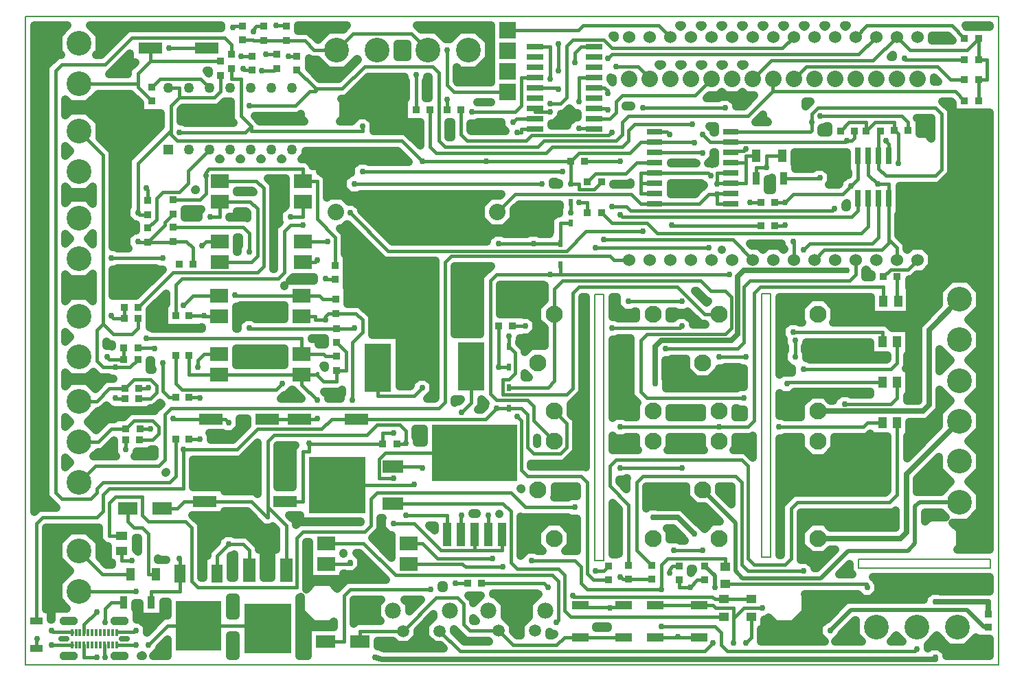
<source format=gbr>
<<<<<<< HEAD
G04 PROTEUS GERBER X2 FILE*
%TF.GenerationSoftware,Labcenter,Proteus,8.11-SP0-Build30052*%
%TF.CreationDate,2021-11-08T23:16:57+00:00*%
%TF.FileFunction,Copper,L1,Top*%
%TF.FilePolarity,Positive*%
%TF.Part,Single*%
%TF.SameCoordinates,{af5e3d67-cc9f-4e8b-9fcc-2bf036155207}*%
%FSLAX45Y45*%
%MOMM*%
G01*
%TA.AperFunction,Conductor*%
%ADD10C,0.381000*%
%ADD11C,0.635000*%
%ADD12C,0.508000*%
%TA.AperFunction,ViaPad*%
%ADD13C,0.762000*%
%TA.AperFunction,Conductor*%
%ADD14C,1.016000*%
%TA.AperFunction,WasherPad*%
%ADD15C,1.524000*%
%TA.AperFunction,ComponentPad*%
%ADD16C,2.032000*%
%TA.AperFunction,ComponentPad*%
%ADD17R,2.032000X2.032000*%
%TA.AperFunction,ComponentPad*%
%ADD18C,3.048000*%
%TA.AperFunction,ComponentPad*%
%ADD19C,2.100000*%
%TA.AperFunction,SMDPad,CuDef*%
%ADD70R,1.920000X0.650000*%
%TA.AperFunction,SMDPad,CuDef*%
%ADD71R,0.635000X2.032000*%
%TA.AperFunction,SMDPad,CuDef*%
%ADD20R,2.032000X0.635000*%
%TA.AperFunction,SMDPad,CuDef*%
%ADD21R,2.540000X1.524000*%
%ADD22R,6.985000X6.985000*%
%TA.AperFunction,SMDPad,CuDef*%
%ADD23R,2.200000X1.700000*%
%TA.AperFunction,SMDPad,CuDef*%
%ADD24R,0.889000X0.889000*%
%TA.AperFunction,ComponentPad*%
%ADD25R,1.270000X1.270000*%
%ADD26C,1.270000*%
%TA.AperFunction,SMDPad,CuDef*%
%ADD27R,0.889000X0.939800*%
%ADD28R,0.889000X1.524000*%
%ADD29R,0.990600X1.397000*%
%ADD72R,0.939800X0.889000*%
%TA.AperFunction,SMDPad,CuDef*%
%ADD73R,1.400000X2.290000*%
%ADD30R,5.690000X6.180000*%
%TA.AperFunction,SMDPad,CuDef*%
%ADD31R,1.041400X2.997200*%
%ADD32R,10.490200X6.908800*%
%TA.AperFunction,SMDPad,CuDef*%
%ADD33R,1.016000X1.524000*%
%ADD34R,3.000000X1.400000*%
%TA.AperFunction,SMDPad,CuDef*%
%ADD35R,1.600000X3.000000*%
%ADD36R,5.800000X6.200000*%
%TA.AperFunction,SMDPad,CuDef*%
%ADD37R,1.397000X0.990600*%
%ADD38R,3.300000X6.000000*%
%ADD39R,2.350000X1.550000*%
%ADD40R,1.270000X1.016000*%
%TA.AperFunction,ComponentPad*%
%ADD41C,1.520000*%
%ADD42C,1.980000*%
%TA.AperFunction,SMDPad,CuDef*%
%ADD43R,2.000000X1.000000*%
%TA.AperFunction,SMDPad,CuDef*%
%ADD44R,1.524000X0.889000*%
%TA.AperFunction,SMDPad,CuDef*%
%ADD45R,0.300000X0.950000*%
%AMPPAD040*
4,1,34,
-0.550010,0.550000,
0.550010,0.550000,
0.662460,0.539060,
0.766460,0.507570,
0.859980,0.457550,
0.941020,0.391020,
1.007550,0.309980,
1.057570,0.216460,
1.089060,0.112460,
1.100000,-0.000010,
1.089060,-0.112460,
1.057570,-0.216460,
1.007550,-0.309980,
0.941020,-0.391020,
0.859980,-0.457550,
0.766460,-0.507570,
0.662460,-0.539060,
0.550010,-0.550000,
-0.550010,-0.550000,
-0.662460,-0.539060,
-0.766460,-0.507570,
-0.859980,-0.457550,
-0.941020,-0.391020,
-1.007550,-0.309980,
-1.057570,-0.216460,
-1.089060,-0.112460,
-1.100000,0.000010,
-1.089060,0.112460,
-1.057570,0.216460,
-1.007550,0.309980,
-0.941020,0.391020,
-0.859980,0.457550,
-0.766460,0.507570,
-0.662460,0.539060,
-0.550010,0.550000,
0*%
%TA.AperFunction,ComponentPad*%
%ADD46PPAD040*%
%AMPPAD041*
4,1,34,
-0.350010,0.350000,
0.350010,0.350000,
0.421570,0.343040,
0.487750,0.323000,
0.547260,0.291170,
0.598830,0.248830,
0.641170,0.197260,
0.673000,0.137750,
0.693040,0.071570,
0.700000,-0.000010,
0.693040,-0.071570,
0.673000,-0.137750,
0.641170,-0.197260,
0.598830,-0.248830,
0.547260,-0.291170,
0.487750,-0.323000,
0.421570,-0.343040,
0.350010,-0.350000,
-0.350010,-0.350000,
-0.421570,-0.343040,
-0.487750,-0.323000,
-0.547260,-0.291170,
-0.598830,-0.248830,
-0.641170,-0.197260,
-0.673000,-0.137750,
-0.693040,-0.071570,
-0.700000,0.000010,
-0.693040,0.071570,
-0.673000,0.137750,
-0.641170,0.197260,
-0.598830,0.248830,
-0.547260,0.291170,
-0.487750,0.323000,
-0.421570,0.343040,
-0.350010,0.350000,
0*%
%ADD47PPAD041*%
%TA.AperFunction,SMDPad,CuDef*%
%ADD48R,0.558800X0.889000*%
%TA.AperFunction,Profile*%
%ADD49C,0.203200*%
%TD.AperFunction*%
G36*
X+11898241Y+7886049D02*
X+11614573Y+7886049D01*
X+11602382Y+7898240D01*
X+11898241Y+7898240D01*
X+11898241Y+7886049D01*
G37*
G36*
X+10121000Y+7884446D02*
X+10107206Y+7898240D01*
X+10134794Y+7898240D01*
X+10121000Y+7884446D01*
G37*
G36*
X+9867000Y+7884446D02*
X+9853206Y+7898240D01*
X+9880794Y+7898240D01*
X+9867000Y+7884446D01*
G37*
G36*
X+9613000Y+7884446D02*
X+9599206Y+7898240D01*
X+9626794Y+7898240D01*
X+9613000Y+7884446D01*
G37*
G36*
X+9359000Y+7884446D02*
X+9345206Y+7898240D01*
X+9372794Y+7898240D01*
X+9359000Y+7884446D01*
G37*
G36*
X+9105000Y+7884446D02*
X+9091206Y+7898240D01*
X+9118794Y+7898240D01*
X+9105000Y+7884446D01*
G37*
G36*
X+8851000Y+7884446D02*
X+8837206Y+7898240D01*
X+8864794Y+7898240D01*
X+8851000Y+7884446D01*
G37*
G36*
X+8597000Y+7884446D02*
X+8583206Y+7898240D01*
X+8610794Y+7898240D01*
X+8597000Y+7884446D01*
G37*
G36*
X+8343000Y+7884446D02*
X+8329206Y+7898240D01*
X+8356794Y+7898240D01*
X+8343000Y+7884446D01*
G37*
G36*
X+8089000Y+7884446D02*
X+8075206Y+7898240D01*
X+8102794Y+7898240D01*
X+8089000Y+7884446D01*
G37*
G36*
X+3962109Y+7883111D02*
X+3932997Y+7853999D01*
X+3744410Y+7853999D01*
X+3616356Y+7725946D01*
X+3504373Y+7837929D01*
X+3376049Y+7837929D01*
X+3376049Y+7898240D01*
X+3977238Y+7898240D01*
X+3962109Y+7883111D01*
G37*
G36*
X+2425701Y+7867649D02*
X+1270827Y+7867649D01*
X+940627Y+7537449D01*
X+887038Y+7537449D01*
X+923999Y+7574410D01*
X+923999Y+7784830D01*
X+810589Y+7898240D01*
X+2425701Y+7898240D01*
X+2425701Y+7867649D01*
G37*
G36*
X+5756801Y+7636801D02*
X+5756801Y+7198649D01*
X+5341773Y+7198649D01*
X+5327649Y+7212773D01*
X+5327649Y+7383522D01*
X+5365170Y+7346001D01*
X+5575590Y+7346001D01*
X+5724379Y+7494790D01*
X+5724379Y+7705210D01*
X+5575590Y+7853999D01*
X+5365170Y+7853999D01*
X+5245470Y+7734299D01*
X+5194910Y+7734299D01*
X+5075210Y+7853999D01*
X+4886623Y+7853999D01*
X+4842382Y+7898240D01*
X+5756801Y+7898240D01*
X+5756801Y+7636801D01*
G37*
G36*
X+416001Y+7784830D02*
X+416001Y+7574410D01*
X+452962Y+7537449D01*
X+407227Y+7537449D01*
X+260351Y+7390573D01*
X+260351Y+2083627D01*
X+394529Y+1949449D01*
X+176227Y+1949449D01*
X+121759Y+1894981D01*
X+121759Y+7898240D01*
X+529411Y+7898240D01*
X+416001Y+7784830D01*
G37*
G36*
X+11443951Y+6945427D02*
X+11443951Y+6823951D01*
X+11898241Y+6823951D01*
X+11898241Y+1430588D01*
X+11500545Y+1430588D01*
X+11531599Y+1461642D01*
X+11531599Y+1678358D01*
X+11442936Y+1767021D01*
X+11635210Y+1767021D01*
X+11783999Y+1915810D01*
X+11783999Y+2126230D01*
X+11639019Y+2271210D01*
X+11783999Y+2416190D01*
X+11783999Y+2626610D01*
X+11640289Y+2770320D01*
X+11783999Y+2914030D01*
X+11783999Y+3124450D01*
X+11639019Y+3269430D01*
X+11783999Y+3414410D01*
X+11783999Y+3624830D01*
X+11639019Y+3769810D01*
X+11783999Y+3914790D01*
X+11783999Y+4125210D01*
X+11639019Y+4270190D01*
X+11783999Y+4415170D01*
X+11783999Y+4625590D01*
X+11635210Y+4774379D01*
X+11424790Y+4774379D01*
X+11276001Y+4625590D01*
X+11276001Y+4454963D01*
X+11017251Y+4196213D01*
X+11017251Y+3273349D01*
X+10880649Y+3273349D01*
X+10880649Y+3328551D01*
X+10911129Y+3328551D01*
X+10911129Y+3671449D01*
X+10868271Y+3671449D01*
X+10880649Y+3683827D01*
X+10880649Y+3828551D01*
X+10911129Y+3828551D01*
X+10911129Y+4171449D01*
X+10693973Y+4171449D01*
X+10629973Y+4235449D01*
X+9967624Y+4235449D01*
X+9986599Y+4254424D01*
X+9986599Y+4425576D01*
X+9865576Y+4546599D01*
X+9694424Y+4546599D01*
X+9573401Y+4425576D01*
X+9573401Y+4254424D01*
X+9592376Y+4235449D01*
X+9551115Y+4235449D01*
X+9532065Y+4254499D01*
X+9416335Y+4254499D01*
X+9334501Y+4172665D01*
X+9334501Y+4056935D01*
X+9359901Y+4031535D01*
X+9359901Y+3955335D01*
X+9378951Y+3936285D01*
X+9378951Y+3886915D01*
X+9359901Y+3867865D01*
X+9359901Y+3752135D01*
X+9441735Y+3670301D01*
X+9461501Y+3670301D01*
X+9461501Y+3620648D01*
X+9368226Y+3620648D01*
X+9367077Y+3619499D01*
X+9340135Y+3619499D01*
X+9312385Y+3591749D01*
X+9312385Y+4552951D01*
X+10438871Y+4552951D01*
X+10438871Y+4328551D01*
X+10921129Y+4328551D01*
X+10921129Y+4671449D01*
X+10906049Y+4671449D01*
X+10906049Y+4768476D01*
X+10939098Y+4768476D01*
X+11002823Y+4832201D01*
X+11083647Y+4832201D01*
X+11187799Y+4936353D01*
X+11187799Y+5083647D01*
X+11083647Y+5187799D01*
X+10936353Y+5187799D01*
X+10883000Y+5134446D01*
X+10876648Y+5140798D01*
X+10876648Y+5208773D01*
X+10777648Y+5307773D01*
X+10777648Y+5566101D01*
X+10790349Y+5566101D01*
X+10790349Y+5924552D01*
X+11276774Y+5924552D01*
X+11423649Y+6071427D01*
X+11423649Y+6857173D01*
X+11314871Y+6965951D01*
X+11423427Y+6965951D01*
X+11443951Y+6945427D01*
G37*
G36*
X+11898241Y+920749D02*
X+11291015Y+920749D01*
X+11284665Y+927099D01*
X+11168935Y+927099D01*
X+11087101Y+845265D01*
X+11087101Y+812799D01*
X+10132797Y+812799D01*
X+9891497Y+571499D01*
X+9873535Y+571499D01*
X+9791701Y+489665D01*
X+9791701Y+373935D01*
X+9867188Y+298448D01*
X+9079670Y+298448D01*
X+9080649Y+299427D01*
X+9080649Y+454241D01*
X+9125099Y+454241D01*
X+9125099Y+571501D01*
X+9151065Y+571501D01*
X+9174804Y+595240D01*
X+9261642Y+508401D01*
X+9478358Y+508401D01*
X+9631599Y+661642D01*
X+9631599Y+878358D01*
X+9623966Y+885991D01*
X+10270245Y+885991D01*
X+10330735Y+825501D01*
X+10446465Y+825501D01*
X+10528299Y+907335D01*
X+10528299Y+1023065D01*
X+10504959Y+1046405D01*
X+10504959Y+1056613D01*
X+10464504Y+1097068D01*
X+11898241Y+1097068D01*
X+11898241Y+920749D01*
G37*
G36*
X+11395170Y+226001D02*
X+11605590Y+226001D01*
X+11731411Y+351822D01*
X+11731411Y+333951D01*
X+11898241Y+333951D01*
X+11898241Y+121760D01*
X+11366499Y+121760D01*
X+11366499Y+159465D01*
X+11284665Y+241299D01*
X+11168935Y+241299D01*
X+11140985Y+213349D01*
X+11137899Y+213349D01*
X+11137899Y+258690D01*
X+11250190Y+370981D01*
X+11395170Y+226001D01*
G37*
G36*
X+3408401Y+661642D02*
X+3561642Y+508401D01*
X+3778358Y+508401D01*
X+3816351Y+546394D01*
X+3816351Y+479099D01*
X+3490901Y+479099D01*
X+3490901Y+121760D01*
X+3389599Y+121760D01*
X+3389599Y+844552D01*
X+3402774Y+844552D01*
X+3408401Y+850179D01*
X+3408401Y+661642D01*
G37*
G36*
X+2606401Y+121760D02*
X+2534099Y+121760D01*
X+2534099Y+375351D01*
X+2606401Y+375351D01*
X+2606401Y+121760D01*
G37*
G36*
X+1761901Y+121760D02*
X+1589324Y+121760D01*
X+1663699Y+196135D01*
X+1663699Y+223077D01*
X+1761901Y+321279D01*
X+1761901Y+121760D01*
G37*
G36*
X+1458676Y+121760D02*
X+1436924Y+121760D01*
X+1447800Y+132636D01*
X+1458676Y+121760D01*
G37*
G36*
X+7276201Y+7753421D02*
X+7250871Y+7778751D01*
X+7276201Y+7778751D01*
X+7276201Y+7753421D01*
G37*
G36*
X+11443951Y+7715427D02*
X+11443951Y+7715249D01*
X+11187799Y+7715249D01*
X+11187799Y+7778752D01*
X+11380626Y+7778752D01*
X+11443951Y+7715427D01*
G37*
G36*
X+10706101Y+7512049D02*
X+10678671Y+7512049D01*
X+10706101Y+7539479D01*
X+10706101Y+7512049D01*
G37*
G36*
X+4716001Y+7512049D02*
X+4603999Y+7512049D01*
X+4603999Y+7677151D01*
X+4716001Y+7677151D01*
X+4716001Y+7512049D01*
G37*
G36*
X+8855000Y+7400367D02*
X+8832216Y+7423151D01*
X+8877784Y+7423151D01*
X+8855000Y+7400367D01*
G37*
G36*
X+8601000Y+7400367D02*
X+8578216Y+7423151D01*
X+8623784Y+7423151D01*
X+8601000Y+7400367D01*
G37*
G36*
X+8347000Y+7400367D02*
X+8324216Y+7423151D01*
X+8369784Y+7423151D01*
X+8347000Y+7400367D01*
G37*
G36*
X+8093000Y+7400367D02*
X+8070216Y+7423151D01*
X+8115784Y+7423151D01*
X+8093000Y+7400367D01*
G37*
G36*
X+7839000Y+7400367D02*
X+7816216Y+7423151D01*
X+7861784Y+7423151D01*
X+7839000Y+7400367D01*
G37*
G36*
X+2273951Y+7313951D02*
X+2273951Y+7310671D01*
X+2245271Y+7339351D01*
X+2273951Y+7339351D01*
X+2273951Y+7313951D01*
G37*
G36*
X+1298401Y+7448401D02*
X+1367779Y+7448401D01*
X+1276351Y+7356973D01*
X+1276351Y+7299889D01*
X+1044311Y+7299889D01*
X+1298401Y+7553979D01*
X+1298401Y+7448401D01*
G37*
G36*
X+3521707Y+7479351D02*
X+3611060Y+7479351D01*
X+3744410Y+7346001D01*
X+3954830Y+7346001D01*
X+4099810Y+7490981D01*
X+4109884Y+7480906D01*
X+3869626Y+7240648D01*
X+3639974Y+7240648D01*
X+3506049Y+7374573D01*
X+3506049Y+7495009D01*
X+3521707Y+7479351D01*
G37*
G36*
X+11265729Y+7207249D02*
X+11217199Y+7207249D01*
X+11217199Y+7255779D01*
X+11265729Y+7207249D01*
G37*
G36*
X+7231935Y+7251701D02*
X+7254801Y+7251701D01*
X+7254801Y+7197921D01*
X+7223199Y+7229523D01*
X+7223199Y+7260437D01*
X+7231935Y+7251701D01*
G37*
G36*
X+8897832Y+7036801D02*
X+8999779Y+7036801D01*
X+8865427Y+6902449D01*
X+8775699Y+6902449D01*
X+8775699Y+6941265D01*
X+8693865Y+7023099D01*
X+8578135Y+7023099D01*
X+8559085Y+7004049D01*
X+8408671Y+7004049D01*
X+8441423Y+7036801D01*
X+8558168Y+7036801D01*
X+8601000Y+7079633D01*
X+8643832Y+7036801D01*
X+8812168Y+7036801D01*
X+8855000Y+7079633D01*
X+8897832Y+7036801D01*
G37*
G36*
X+4984751Y+7265227D02*
X+4984751Y+7004049D01*
X+4946649Y+7004049D01*
X+4946649Y+7212885D01*
X+4965699Y+7231935D01*
X+4965699Y+7270751D01*
X+4979227Y+7270751D01*
X+4984751Y+7265227D01*
G37*
G36*
X+5756801Y+6953249D02*
X+5588715Y+6953249D01*
X+5584613Y+6957351D01*
X+5756801Y+6957351D01*
X+5756801Y+6953249D01*
G37*
G36*
X+1423951Y+6942707D02*
X+1423951Y+6821231D01*
X+1682752Y+6821231D01*
X+1682751Y+6653973D01*
X+1276352Y+6247574D01*
X+1276352Y+6197600D01*
X+1276351Y+5664915D01*
X+1257301Y+5645865D01*
X+1257301Y+5530135D01*
X+1339135Y+5448301D01*
X+1366077Y+5448301D01*
X+1367747Y+5446631D01*
X+1373951Y+5446631D01*
X+1373951Y+5372099D01*
X+1339135Y+5372099D01*
X+1257301Y+5290265D01*
X+1257301Y+5174535D01*
X+1281987Y+5149849D01*
X+1143715Y+5149849D01*
X+1124665Y+5168899D01*
X+1085849Y+5168899D01*
X+1085848Y+6354394D01*
X+923999Y+6516243D01*
X+923999Y+6704830D01*
X+775210Y+6853619D01*
X+564790Y+6853619D01*
X+501649Y+6790478D01*
X+501649Y+6988382D01*
X+564790Y+6925241D01*
X+775210Y+6925241D01*
X+908560Y+7058591D01*
X+1308067Y+7058591D01*
X+1423951Y+6942707D01*
G37*
G36*
X+9631599Y+6906621D02*
X+9631599Y+6965951D01*
X+9690929Y+6965951D01*
X+9631599Y+6906621D01*
G37*
G36*
X+7480301Y+6902449D02*
X+7410449Y+6902449D01*
X+7410449Y+6909627D01*
X+7415973Y+6915151D01*
X+7480301Y+6915151D01*
X+7480301Y+6902449D01*
G37*
G36*
X+3408401Y+6761642D02*
X+3449394Y+6720649D01*
X+2898774Y+6720649D01*
X+2838393Y+6781029D01*
X+2845515Y+6788151D01*
X+3388773Y+6788151D01*
X+3408401Y+6807779D01*
X+3408401Y+6761642D01*
G37*
G36*
X+9108401Y+6761642D02*
X+9162394Y+6707649D01*
X+9011871Y+6707649D01*
X+9108401Y+6804179D01*
X+9108401Y+6761642D01*
G37*
G36*
X+2469614Y+6964901D02*
X+2546351Y+6964901D01*
X+2546351Y+6731827D01*
X+2578929Y+6699249D01*
X+1981915Y+6699249D01*
X+1962865Y+6718299D01*
X+1924049Y+6718299D01*
X+1924048Y+6858826D01*
X+1954973Y+6889751D01*
X+2393773Y+6889751D01*
X+2469268Y+6965246D01*
X+2469614Y+6964901D01*
G37*
G36*
X+6774735Y+6819901D02*
X+6816801Y+6819901D01*
X+6816801Y+6769099D01*
X+6774735Y+6769099D01*
X+6692901Y+6687265D01*
X+6692901Y+6664324D01*
X+6499299Y+6664324D01*
X+6499299Y+6692901D01*
X+6534865Y+6692901D01*
X+6616699Y+6774735D01*
X+6616699Y+6813551D01*
X+6653973Y+6813551D01*
X+6717529Y+6877107D01*
X+6774735Y+6819901D01*
G37*
G36*
X+5880101Y+6647735D02*
X+5930187Y+6597649D01*
X+5505893Y+6597649D01*
X+5500368Y+6603174D01*
X+5500368Y+6692901D01*
X+5569665Y+6692901D01*
X+5588715Y+6711951D01*
X+5880101Y+6711951D01*
X+5880101Y+6647735D01*
G37*
G36*
X+9913951Y+6580649D02*
X+9823449Y+6580649D01*
X+9823449Y+6628685D01*
X+9836865Y+6642101D01*
X+9862265Y+6642101D01*
X+9881315Y+6661151D01*
X+9913951Y+6661151D01*
X+9913951Y+6580649D01*
G37*
G36*
X+8514401Y+6580649D02*
X+8499773Y+6580649D01*
X+8496299Y+6584123D01*
X+8496299Y+6611065D01*
X+8446213Y+6661151D01*
X+8514401Y+6661151D01*
X+8514401Y+6580649D01*
G37*
G36*
X+5259072Y+6553200D02*
X+5259072Y+6521449D01*
X+5231573Y+6521449D01*
X+5226049Y+6526973D01*
X+5226049Y+6711951D01*
X+5259072Y+6711951D01*
X+5259072Y+6553200D01*
G37*
G36*
X+11182351Y+6757227D02*
X+11182351Y+6507606D01*
X+11128358Y+6561599D01*
X+11038769Y+6561599D01*
X+11038769Y+6756049D01*
X+11012893Y+6756049D01*
X+11006191Y+6762751D01*
X+11176827Y+6762751D01*
X+11182351Y+6757227D01*
G37*
G36*
X+4686301Y+7231935D02*
X+4705351Y+7212885D01*
X+4705351Y+7004049D01*
X+4679951Y+7004049D01*
X+4679951Y+6711951D01*
X+4878071Y+6711951D01*
X+4878071Y+6417751D01*
X+4698173Y+6597649D01*
X+4305299Y+6597649D01*
X+4305299Y+6712665D01*
X+4223465Y+6794499D01*
X+4107735Y+6794499D01*
X+4033885Y+6720649D01*
X+3890606Y+6720649D01*
X+3931599Y+6761642D01*
X+3931599Y+6978358D01*
X+3910605Y+6999352D01*
X+3969574Y+6999352D01*
X+4240973Y+7270751D01*
X+4686301Y+7270751D01*
X+4686301Y+7231935D01*
G37*
G36*
X+560981Y+6349430D02*
X+501649Y+6290098D01*
X+501649Y+6408762D01*
X+560981Y+6349430D01*
G37*
G36*
X+3182941Y+6251574D02*
X+3163059Y+6251574D01*
X+3173000Y+6261515D01*
X+3182941Y+6251574D01*
G37*
G36*
X+2928941Y+6251574D02*
X+2909059Y+6251574D01*
X+2919000Y+6261515D01*
X+2928941Y+6251574D01*
G37*
G36*
X+2674941Y+6251574D02*
X+2655059Y+6251574D01*
X+2665000Y+6261515D01*
X+2674941Y+6251574D01*
G37*
G36*
X+2420941Y+6251574D02*
X+2401059Y+6251574D01*
X+2411000Y+6261515D01*
X+2420941Y+6251574D01*
G37*
G36*
X+4737929Y+6216649D02*
X+4242515Y+6216649D01*
X+4223465Y+6235699D01*
X+4107735Y+6235699D01*
X+4025901Y+6153865D01*
X+4025901Y+6083299D01*
X+4006135Y+6083299D01*
X+3924301Y+6001465D01*
X+3924301Y+5885735D01*
X+4006135Y+5803901D01*
X+4121865Y+5803901D01*
X+4140915Y+5822951D01*
X+5219700Y+5822952D01*
X+5882329Y+5822951D01*
X+5862577Y+5803199D01*
X+5745832Y+5803199D01*
X+5626801Y+5684168D01*
X+5626801Y+5515832D01*
X+5745832Y+5396801D01*
X+5914168Y+5396801D01*
X+6033199Y+5515832D01*
X+6033199Y+5632577D01*
X+6096573Y+5695951D01*
X+6601461Y+5695951D01*
X+6601461Y+5656025D01*
X+6591301Y+5645865D01*
X+6591301Y+5581649D01*
X+6554027Y+5581649D01*
X+6483351Y+5510973D01*
X+6483351Y+5353049D01*
X+6474461Y+5353049D01*
X+6474461Y+5327649D01*
X+6350715Y+5327649D01*
X+6331665Y+5346699D01*
X+6215935Y+5346699D01*
X+6196885Y+5327649D01*
X+5918915Y+5327649D01*
X+5899865Y+5346699D01*
X+5784135Y+5346699D01*
X+5702301Y+5264865D01*
X+5702301Y+5238749D01*
X+4533073Y+5238749D01*
X+4152899Y+5618923D01*
X+4152899Y+5645865D01*
X+4071065Y+5727699D01*
X+3999668Y+5727699D01*
X+3924168Y+5803199D01*
X+3755832Y+5803199D01*
X+3727449Y+5774816D01*
X+3727449Y+6029973D01*
X+3656773Y+6100649D01*
X+3641599Y+6100649D01*
X+3641599Y+6166599D01*
X+3550649Y+6166599D01*
X+3550649Y+6180898D01*
X+3479973Y+6251574D01*
X+3417059Y+6251574D01*
X+3465099Y+6299614D01*
X+3465099Y+6356351D01*
X+4598227Y+6356351D01*
X+4737929Y+6216649D01*
G37*
G36*
X+8283987Y+6199649D02*
X+7967599Y+6199649D01*
X+7967599Y+6212351D01*
X+8271284Y+6212352D01*
X+8283987Y+6199649D01*
G37*
G36*
X+8514401Y+6325901D02*
X+8514401Y+6199649D01*
X+8484427Y+6199649D01*
X+8479400Y+6194622D01*
X+8474373Y+6199649D01*
X+8429213Y+6199649D01*
X+8496299Y+6266735D01*
X+8496299Y+6339351D01*
X+8514401Y+6339351D01*
X+8514401Y+6325901D01*
G37*
G36*
X+7473951Y+5937249D02*
X+7258049Y+5937249D01*
X+7258049Y+5949951D01*
X+7458373Y+5949951D01*
X+7473951Y+5965529D01*
X+7473951Y+5937249D01*
G37*
G36*
X+6571535Y+5956301D02*
X+6591301Y+5956301D01*
X+6591301Y+5937249D01*
X+6515099Y+5937249D01*
X+6515099Y+5975351D01*
X+6552485Y+5975351D01*
X+6571535Y+5956301D01*
G37*
G36*
X+10076735Y+6337301D02*
X+10142651Y+6337301D01*
X+10142651Y+6086801D01*
X+10155351Y+6086801D01*
X+10155351Y+6058773D01*
X+10154477Y+6057899D01*
X+10127535Y+6057899D01*
X+10045701Y+5976065D01*
X+10045701Y+5949123D01*
X+10033826Y+5937248D01*
X+9919412Y+5937248D01*
X+9944099Y+5961935D01*
X+9944099Y+6077665D01*
X+9862265Y+6159499D01*
X+9746535Y+6159499D01*
X+9717685Y+6130649D01*
X+9506049Y+6130649D01*
X+9506049Y+6187799D01*
X+9492399Y+6187799D01*
X+9492399Y+6339351D01*
X+10074685Y+6339351D01*
X+10076735Y+6337301D01*
G37*
G36*
X+2114551Y+5876173D02*
X+2109027Y+5870649D01*
X+2104271Y+5870649D01*
X+2114551Y+5880929D01*
X+2114551Y+5876173D01*
G37*
G36*
X+9213951Y+5866049D02*
X+9166049Y+5866049D01*
X+9166049Y+6007101D01*
X+9201865Y+6007101D01*
X+9213951Y+6019187D01*
X+9213951Y+5866049D01*
G37*
G36*
X+2821929Y+5846649D02*
X+2621599Y+5846649D01*
X+2621599Y+5859351D01*
X+2809227Y+5859351D01*
X+2821929Y+5846649D01*
G37*
G36*
X+844552Y+5704277D02*
X+775210Y+5773619D01*
X+564790Y+5773619D01*
X+501649Y+5710478D01*
X+501649Y+5908382D01*
X+564790Y+5845241D01*
X+775210Y+5845241D01*
X+844552Y+5914583D01*
X+844552Y+5704277D01*
G37*
G36*
X+8375706Y+5930130D02*
X+8312151Y+5866573D01*
X+8264227Y+5818649D01*
X+7967599Y+5818649D01*
X+7967599Y+5958351D01*
X+8347485Y+5958351D01*
X+8375706Y+5930130D01*
G37*
G36*
X+10142651Y+5657849D02*
X+10121899Y+5657849D01*
X+10121899Y+5695952D01*
X+10133774Y+5695952D01*
X+10142651Y+5704829D01*
X+10142651Y+5657849D01*
G37*
G36*
X+2146301Y+5595065D02*
X+2146301Y+5530649D01*
X+1976049Y+5530649D01*
X+1976049Y+5629351D01*
X+2180587Y+5629351D01*
X+2146301Y+5595065D01*
G37*
G36*
X+2749551Y+5588827D02*
X+2749551Y+5523471D01*
X+2742373Y+5530649D01*
X+2530649Y+5530649D01*
X+2530649Y+5539401D01*
X+2621599Y+5539401D01*
X+2621599Y+5605351D01*
X+2733027Y+5605351D01*
X+2749551Y+5588827D01*
G37*
G36*
X+560981Y+5269430D02*
X+501649Y+5210098D01*
X+501649Y+5328762D01*
X+560981Y+5269430D01*
G37*
G36*
X+844551Y+5203898D02*
X+779019Y+5269430D01*
X+844552Y+5334963D01*
X+844551Y+5203898D01*
G37*
G36*
X+9334501Y+5174535D02*
X+9365351Y+5143685D01*
X+9365351Y+5140797D01*
X+9359000Y+5134446D01*
X+9305647Y+5187799D01*
X+9158353Y+5187799D01*
X+9105000Y+5134446D01*
X+9051647Y+5187799D01*
X+8970823Y+5187799D01*
X+8945271Y+5213351D01*
X+9334501Y+5213351D01*
X+9334501Y+5174535D01*
G37*
G36*
X+8597000Y+5134446D02*
X+8594295Y+5137151D01*
X+8599705Y+5137151D01*
X+8597000Y+5134446D01*
G37*
G36*
X+2647951Y+5283827D02*
X+2647951Y+5182315D01*
X+2628901Y+5163265D01*
X+2628901Y+5103648D01*
X+2621599Y+5103648D01*
X+2621599Y+5289351D01*
X+2642427Y+5289351D01*
X+2647951Y+5283827D01*
G37*
G36*
X+3218401Y+5793401D02*
X+3218401Y+5676565D01*
X+3136901Y+5595065D01*
X+3136901Y+5479335D01*
X+3143307Y+5472929D01*
X+3079751Y+5409373D01*
X+3079751Y+4901373D01*
X+3074227Y+4895849D01*
X+3067049Y+4895849D01*
X+3067049Y+5942773D01*
X+2999546Y+6010276D01*
X+3218401Y+6010276D01*
X+3218401Y+5793401D01*
G37*
G36*
X+10428353Y+4832201D02*
X+10441231Y+4832201D01*
X+10441231Y+4794249D01*
X+10368649Y+4794249D01*
X+10368649Y+4879203D01*
X+10375000Y+4885554D01*
X+10428353Y+4832201D01*
G37*
G36*
X+844551Y+4494658D02*
X+775210Y+4563999D01*
X+564790Y+4563999D01*
X+501649Y+4500858D01*
X+501649Y+4828382D01*
X+564790Y+4765241D01*
X+775210Y+4765241D01*
X+844551Y+4834582D01*
X+844551Y+4494658D01*
G37*
G36*
X+3568701Y+4753599D02*
X+3273221Y+4753599D01*
X+3316023Y+4796401D01*
X+3568701Y+4796401D01*
X+3568701Y+4753599D01*
G37*
G36*
X+3208401Y+4687649D02*
X+3207271Y+4687649D01*
X+3208401Y+4688779D01*
X+3208401Y+4687649D01*
G37*
G36*
X+1643935Y+4889501D02*
X+1701979Y+4889501D01*
X+1378147Y+4565669D01*
X+1085849Y+4565669D01*
X+1085849Y+4889501D01*
X+1124665Y+4889501D01*
X+1143715Y+4908551D01*
X+1624885Y+4908551D01*
X+1643935Y+4889501D01*
G37*
G36*
X+8408227Y+4502151D02*
X+8429976Y+4502151D01*
X+8410224Y+4482398D01*
X+8263471Y+4629151D01*
X+8281227Y+4629151D01*
X+8408227Y+4502151D01*
G37*
G36*
X+7302501Y+4437935D02*
X+7384335Y+4356101D01*
X+7500065Y+4356101D01*
X+7519115Y+4375151D01*
X+7543401Y+4375151D01*
X+7543401Y+4286249D01*
X+7315915Y+4286249D01*
X+7296865Y+4305299D01*
X+7252385Y+4305299D01*
X+7252385Y+4552952D01*
X+7302501Y+4552952D01*
X+7302501Y+4437935D01*
G37*
G36*
X+3208401Y+4380401D02*
X+3208401Y+4280649D01*
X+2851115Y+4280649D01*
X+2826465Y+4305299D01*
X+2710735Y+4305299D01*
X+2628901Y+4223465D01*
X+2628901Y+4159249D01*
X+2611599Y+4159249D01*
X+2611599Y+4432301D01*
X+2648665Y+4432301D01*
X+2662715Y+4446351D01*
X+3208401Y+4446351D01*
X+3208401Y+4380401D01*
G37*
G36*
X+8044735Y+4356101D02*
X+8160465Y+4356101D01*
X+8177871Y+4373507D01*
X+8332027Y+4219351D01*
X+8388474Y+4219351D01*
X+8397776Y+4210049D01*
X+8242299Y+4210049D01*
X+8242299Y+4248865D01*
X+8160465Y+4330699D01*
X+8044735Y+4330699D01*
X+8000285Y+4286249D01*
X+7956599Y+4286249D01*
X+7956599Y+4375151D01*
X+8025685Y+4375151D01*
X+8044735Y+4356101D01*
G37*
G36*
X+1749351Y+4468589D02*
X+1723951Y+4468589D01*
X+1723951Y+4171411D01*
X+2176049Y+4171411D01*
X+2176049Y+4178301D01*
X+2188401Y+4178301D01*
X+2188401Y+4159249D01*
X+1575515Y+4159249D01*
X+1556465Y+4178299D01*
X+1548769Y+4178299D01*
X+1548769Y+4395047D01*
X+1749351Y+4595629D01*
X+1749351Y+4468589D01*
G37*
G36*
X+5655089Y+4835111D02*
X+5619751Y+4799773D01*
X+5619751Y+4091599D01*
X+5305378Y+4091599D01*
X+5305378Y+4928427D01*
X+5310902Y+4933951D01*
X+5753929Y+4933951D01*
X+5655089Y+4835111D01*
G37*
G36*
X+560981Y+4059810D02*
X+501649Y+4000478D01*
X+501649Y+4119142D01*
X+560981Y+4059810D01*
G37*
G36*
X+3703951Y+4013951D02*
X+3703951Y+3967648D01*
X+3631599Y+3967648D01*
X+3631599Y+4033599D01*
X+3540649Y+4033599D01*
X+3540649Y+4039351D01*
X+3703951Y+4039351D01*
X+3703951Y+4013951D01*
G37*
G36*
X+1042227Y+3968751D02*
X+1081231Y+3968751D01*
X+1081231Y+3942333D01*
X+1073865Y+3949699D01*
X+1009649Y+3949699D01*
X+1009649Y+4001329D01*
X+1042227Y+3968751D01*
G37*
G36*
X+6409351Y+4696085D02*
X+6409351Y+4511526D01*
X+6323401Y+4425576D01*
X+6323401Y+4254424D01*
X+6409351Y+4168474D01*
X+6409351Y+3946599D01*
X+6244424Y+3946599D01*
X+6165848Y+3868023D01*
X+6165848Y+3916774D01*
X+6098539Y+3984083D01*
X+6098539Y+3995975D01*
X+6108699Y+4006135D01*
X+6108699Y+4044951D01*
X+6160769Y+4044951D01*
X+6160769Y+4051301D01*
X+6230065Y+4051301D01*
X+6311899Y+4133135D01*
X+6311899Y+4248865D01*
X+6230065Y+4330699D01*
X+6160769Y+4330699D01*
X+6160769Y+4337049D01*
X+5861049Y+4337049D01*
X+5861049Y+4699827D01*
X+5866573Y+4705351D01*
X+6400085Y+4705351D01*
X+6409351Y+4696085D01*
G37*
G36*
X+10428871Y+3828551D02*
X+10639351Y+3828551D01*
X+10639351Y+3783773D01*
X+10633827Y+3778249D01*
X+9678115Y+3778249D01*
X+9659065Y+3797299D01*
X+9639299Y+3797299D01*
X+9639299Y+3867865D01*
X+9620249Y+3886915D01*
X+9620249Y+3936285D01*
X+9639299Y+3955335D01*
X+9639299Y+3994151D01*
X+10428871Y+3994151D01*
X+10428871Y+3828551D01*
G37*
G36*
X+3208401Y+3713649D02*
X+2611599Y+3713649D01*
X+2611599Y+3917951D01*
X+3208401Y+3917951D01*
X+3208401Y+3713649D01*
G37*
G36*
X+3703951Y+3680272D02*
X+3684871Y+3699352D01*
X+3703951Y+3699352D01*
X+3703951Y+3680272D01*
G37*
G36*
X+1562101Y+3675935D02*
X+1581151Y+3656885D01*
X+1581151Y+3651249D01*
X+1546049Y+3651249D01*
X+1546049Y+3771901D01*
X+1562101Y+3771901D01*
X+1562101Y+3675935D01*
G37*
G36*
X+11420981Y+3769810D02*
X+11283949Y+3632778D01*
X+11283949Y+3906842D01*
X+11420981Y+3769810D01*
G37*
G36*
X+6222176Y+3555649D02*
X+6164671Y+3555649D01*
X+6165848Y+3556826D01*
X+6165848Y+3611977D01*
X+6222176Y+3555649D01*
G37*
G36*
X+879889Y+3597689D02*
X+915226Y+3562352D01*
X+1040684Y+3562352D01*
X+1059735Y+3543301D01*
X+1093951Y+3543301D01*
X+1093951Y+3540269D01*
X+998267Y+3540269D01*
X+873794Y+3415796D01*
X+775210Y+3514379D01*
X+564790Y+3514379D01*
X+501649Y+3451238D01*
X+501649Y+3618762D01*
X+564790Y+3555621D01*
X+775210Y+3555621D01*
X+848584Y+3628994D01*
X+879889Y+3597689D01*
G37*
G36*
X+8153401Y+3654424D02*
X+8274424Y+3533401D01*
X+8445576Y+3533401D01*
X+8566599Y+3654424D01*
X+8566599Y+3670301D01*
X+8617665Y+3670301D01*
X+8636715Y+3689351D01*
X+8813085Y+3689351D01*
X+8832135Y+3670301D01*
X+8870951Y+3670301D01*
X+8870951Y+3441699D01*
X+8806735Y+3441699D01*
X+8787685Y+3422649D01*
X+7912099Y+3422649D01*
X+7912099Y+3537665D01*
X+7905749Y+3544015D01*
X+7905749Y+3771901D01*
X+7957265Y+3771901D01*
X+7976315Y+3790951D01*
X+8153401Y+3790951D01*
X+8153401Y+3654424D01*
G37*
G36*
X+10428871Y+3379351D02*
X+10428871Y+3346449D01*
X+10186115Y+3346449D01*
X+10167065Y+3365499D01*
X+10051335Y+3365499D01*
X+9969501Y+3283665D01*
X+9969501Y+3273349D01*
X+9938826Y+3273349D01*
X+9865576Y+3346599D01*
X+9694424Y+3346599D01*
X+9573401Y+3225576D01*
X+9573401Y+3067049D01*
X+9373315Y+3067049D01*
X+9354265Y+3086099D01*
X+9312385Y+3086099D01*
X+9312385Y+3367851D01*
X+9340135Y+3340101D01*
X+9455865Y+3340101D01*
X+9495116Y+3379352D01*
X+10428871Y+3379351D01*
G37*
G36*
X+4397789Y+5032789D02*
X+4433127Y+4997451D01*
X+5064080Y+4997451D01*
X+5064080Y+3304302D01*
X+5055427Y+3295649D01*
X+4966413Y+3295649D01*
X+5041899Y+3371135D01*
X+5041899Y+3486865D01*
X+4960065Y+3568699D01*
X+4844335Y+3568699D01*
X+4762501Y+3486865D01*
X+4762501Y+3459923D01*
X+4750627Y+3448049D01*
X+4626599Y+3448049D01*
X+4626599Y+4081599D01*
X+4286248Y+4081599D01*
X+4286248Y+4317174D01*
X+4135494Y+4467928D01*
X+3986049Y+4467928D01*
X+3986049Y+4666049D01*
X+3976049Y+4666049D01*
X+3976049Y+5086049D01*
X+3950649Y+5086049D01*
X+3950649Y+5338573D01*
X+3892421Y+5396801D01*
X+3924168Y+5396801D01*
X+3975668Y+5448301D01*
X+3982277Y+5448301D01*
X+4397789Y+5032789D01*
G37*
G36*
X+3917951Y+3353515D02*
X+3898901Y+3334465D01*
X+3898901Y+3295649D01*
X+3746499Y+3295649D01*
X+3746499Y+3334465D01*
X+3696413Y+3384551D01*
X+3899973Y+3384551D01*
X+3917951Y+3402529D01*
X+3917951Y+3353515D01*
G37*
G36*
X+3417129Y+3295649D02*
X+3161471Y+3295649D01*
X+3205923Y+3340101D01*
X+3232865Y+3340101D01*
X+3299165Y+3406401D01*
X+3306377Y+3406401D01*
X+3417129Y+3295649D01*
G37*
G36*
X+5353877Y+3263899D02*
X+5326935Y+3263899D01*
X+5305378Y+3242342D01*
X+5305378Y+3288401D01*
X+5378379Y+3288401D01*
X+5353877Y+3263899D01*
G37*
G36*
X+5655089Y+3267489D02*
X+5683307Y+3239271D01*
X+5676901Y+3232865D01*
X+5676901Y+3205923D01*
X+5631627Y+3160649D01*
X+5591871Y+3160649D01*
X+5630649Y+3199427D01*
X+5630649Y+3288401D01*
X+5634177Y+3288401D01*
X+5655089Y+3267489D01*
G37*
G36*
X+1687578Y+3229800D02*
X+1606551Y+3148773D01*
X+1606551Y+3143249D01*
X+1303007Y+3143249D01*
X+1225427Y+3065669D01*
X+1103951Y+3065669D01*
X+1103951Y+3040269D01*
X+1016827Y+3040269D01*
X+882884Y+2906326D01*
X+779019Y+3010190D01*
X+908560Y+3139731D01*
X+938973Y+3139731D01*
X+1010639Y+3211397D01*
X+1059735Y+3162301D01*
X+1091231Y+3162301D01*
X+1091231Y+3153571D01*
X+1556049Y+3153571D01*
X+1556049Y+3178971D01*
X+1599373Y+3178971D01*
X+1668890Y+3248488D01*
X+1687578Y+3229800D01*
G37*
G36*
X+8806735Y+3162301D02*
X+8870951Y+3162301D01*
X+8870951Y+3072573D01*
X+8865427Y+3067049D01*
X+8766599Y+3067049D01*
X+8766599Y+3181351D01*
X+8787685Y+3181351D01*
X+8806735Y+3162301D01*
G37*
G36*
X+7473951Y+3378200D02*
X+7473951Y+3328227D01*
X+7560002Y+3242176D01*
X+7543401Y+3225576D01*
X+7543401Y+3067049D01*
X+7417515Y+3067049D01*
X+7398465Y+3086099D01*
X+7282735Y+3086099D01*
X+7252385Y+3055749D01*
X+7252385Y+4025901D01*
X+7296865Y+4025901D01*
X+7315915Y+4044951D01*
X+7473951Y+4044951D01*
X+7473951Y+3378200D01*
G37*
G36*
X+8353401Y+3067049D02*
X+7956599Y+3067048D01*
X+7956599Y+3181351D01*
X+8353401Y+3181351D01*
X+8353401Y+3067049D01*
G37*
G36*
X+560981Y+3010190D02*
X+501649Y+2950858D01*
X+501649Y+3069522D01*
X+560981Y+3010190D01*
G37*
G36*
X+2745401Y+2966823D02*
X+2566227Y+2787649D01*
X+2298699Y+2787649D01*
X+2298699Y+2851865D01*
X+2281163Y+2869401D01*
X+2444835Y+2869401D01*
X+2456735Y+2857501D01*
X+2572465Y+2857501D01*
X+2654299Y+2939335D01*
X+2654299Y+3054351D01*
X+2745401Y+3054351D01*
X+2745401Y+2966823D01*
G37*
G36*
X+4923891Y+2750649D02*
X+4838699Y+2750649D01*
X+4838699Y+2801065D01*
X+4819648Y+2820116D01*
X+4819648Y+2919351D01*
X+4923891Y+2919351D01*
X+4923891Y+2750649D01*
G37*
G36*
X+6323401Y+2805977D02*
X+6323401Y+2737221D01*
X+6318249Y+2742373D01*
X+6318249Y+2811129D01*
X+6323401Y+2805977D01*
G37*
G36*
X+8353401Y+2825751D02*
X+8353401Y+2684424D01*
X+8377176Y+2660649D01*
X+7932824Y+2660649D01*
X+7956599Y+2684424D01*
X+7956599Y+2825752D01*
X+8353401Y+2825751D01*
G37*
G36*
X+7282735Y+2806701D02*
X+7398465Y+2806701D01*
X+7417515Y+2825751D01*
X+7543401Y+2825751D01*
X+7543401Y+2684424D01*
X+7567176Y+2660649D01*
X+7252385Y+2660649D01*
X+7252385Y+2837051D01*
X+7282735Y+2806701D01*
G37*
G36*
X+1606551Y+2589973D02*
X+1601027Y+2584449D01*
X+1359613Y+2584449D01*
X+1384299Y+2609135D01*
X+1384299Y+2643571D01*
X+1566049Y+2643571D01*
X+1566049Y+2668972D01*
X+1606551Y+2668972D01*
X+1606551Y+2589973D01*
G37*
G36*
X+1101231Y+2643571D02*
X+1104901Y+2643571D01*
X+1104901Y+2609135D01*
X+1129587Y+2584449D01*
X+853658Y+2584449D01*
X+908560Y+2639351D01*
X+957153Y+2639351D01*
X+1101231Y+2783429D01*
X+1101231Y+2643571D01*
G37*
G36*
X+8978865Y+2570957D02*
X+8889173Y+2660649D01*
X+8742824Y+2660649D01*
X+8766599Y+2684424D01*
X+8766599Y+2825751D01*
X+8965373Y+2825751D01*
X+8978865Y+2839243D01*
X+8978865Y+2570957D01*
G37*
G36*
X+10428871Y+2828551D02*
X+10639351Y+2828551D01*
X+10639351Y+2158173D01*
X+10615830Y+2134652D01*
X+9475027Y+2134652D01*
X+9328152Y+1987777D01*
X+9328152Y+1370774D01*
X+9322627Y+1365249D01*
X+9312385Y+1365249D01*
X+9312385Y+2806701D01*
X+9354265Y+2806701D01*
X+9373315Y+2825751D01*
X+9573401Y+2825751D01*
X+9573401Y+2684424D01*
X+9694424Y+2563401D01*
X+9865576Y+2563401D01*
X+9986599Y+2684424D01*
X+9986599Y+2825752D01*
X+10387774Y+2825752D01*
X+10428871Y+2866849D01*
X+10428871Y+2828551D01*
G37*
G36*
X+11420981Y+3269430D02*
X+11276001Y+3124450D01*
X+11276001Y+2953823D01*
X+10880649Y+2558471D01*
X+10880649Y+2828551D01*
X+10911129Y+2828551D01*
X+10911129Y+3006651D01*
X+11129633Y+3006651D01*
X+11283949Y+3160967D01*
X+11283949Y+3406462D01*
X+11420981Y+3269430D01*
G37*
G36*
X+560981Y+2509810D02*
X+501649Y+2450478D01*
X+501649Y+2569142D01*
X+560981Y+2509810D01*
G37*
G36*
X+6918865Y+2446557D02*
X+6907973Y+2457449D01*
X+6247573Y+2457449D01*
X+6242048Y+2462974D01*
X+6242048Y+2495551D01*
X+6653973Y+2495551D01*
X+6800848Y+2642426D01*
X+6800848Y+3039774D01*
X+6736599Y+3104023D01*
X+6736599Y+3225576D01*
X+6734948Y+3227226D01*
X+6877048Y+3369326D01*
X+6877048Y+4547426D01*
X+6882574Y+4552952D01*
X+6918865Y+4552952D01*
X+6918865Y+2446557D01*
G37*
G36*
X+1749351Y+2386773D02*
X+1743827Y+2381249D01*
X+1739071Y+2381249D01*
X+1749351Y+2391529D01*
X+1749351Y+2386773D01*
G37*
G36*
X+3308351Y+2691574D02*
X+3308351Y+2201599D01*
X+3117849Y+2201599D01*
X+3117849Y+2718627D01*
X+3123373Y+2724151D01*
X+3340928Y+2724151D01*
X+3308351Y+2691574D01*
G37*
G36*
X+7423151Y+2310573D02*
X+7423151Y+2178671D01*
X+7334249Y+2267573D01*
X+7334249Y+2298701D01*
X+7398465Y+2298701D01*
X+7417515Y+2317751D01*
X+7430329Y+2317751D01*
X+7423151Y+2310573D01*
G37*
G36*
X+6123401Y+2175221D02*
X+6115661Y+2182961D01*
X+6123401Y+2182961D01*
X+6123401Y+2175221D01*
G37*
G36*
X+11276001Y+2416190D02*
X+11420981Y+2271210D01*
X+11297790Y+2148019D01*
X+11004549Y+2148019D01*
X+11004549Y+2305207D01*
X+11276001Y+2576659D01*
X+11276001Y+2416190D01*
G37*
G36*
X+2876551Y+2118071D02*
X+2843973Y+2150649D01*
X+2471599Y+2150649D01*
X+2471599Y+2201599D01*
X+2076449Y+2201599D01*
X+2076449Y+2546351D01*
X+2666173Y+2546351D01*
X+2876551Y+2756729D01*
X+2876551Y+2118071D01*
G37*
G36*
X+6813552Y+2210626D02*
X+6813552Y+2095499D01*
X+6723935Y+2095499D01*
X+6704885Y+2076449D01*
X+6528624Y+2076449D01*
X+6536599Y+2084424D01*
X+6536599Y+2216151D01*
X+6808027Y+2216151D01*
X+6813552Y+2210626D01*
G37*
G36*
X+8718551Y+2210627D02*
X+8718551Y+1991051D01*
X+8566599Y+2143003D01*
X+8566599Y+2216151D01*
X+8713027Y+2216151D01*
X+8718551Y+2210627D01*
G37*
G36*
X+5857319Y+1871459D02*
X+5854699Y+1871459D01*
X+5854699Y+1874079D01*
X+5857319Y+1871459D01*
G37*
G36*
X+5575301Y+1871459D02*
X+5524499Y+1871459D01*
X+5524499Y+1879351D01*
X+5575301Y+1879351D01*
X+5575301Y+1871459D01*
G37*
G36*
X+11360212Y+1831599D02*
X+11161642Y+1831599D01*
X+11106999Y+1776956D01*
X+11106999Y+1894021D01*
X+11297790Y+1894021D01*
X+11360212Y+1831599D01*
G37*
G36*
X+3401401Y+1777751D02*
X+4146551Y+1777751D01*
X+4146551Y+1777173D01*
X+4141027Y+1771649D01*
X+3379027Y+1771649D01*
X+3346649Y+1739271D01*
X+3346649Y+1776973D01*
X+3265221Y+1858401D01*
X+3401401Y+1858401D01*
X+3401401Y+1777751D01*
G37*
G36*
X+10737851Y+1703349D02*
X+9938826Y+1703349D01*
X+9865576Y+1776599D01*
X+9694424Y+1776599D01*
X+9573401Y+1655576D01*
X+9573401Y+1484424D01*
X+9694424Y+1363401D01*
X+9865576Y+1363401D01*
X+9938826Y+1436651D01*
X+9994649Y+1436651D01*
X+9762992Y+1204994D01*
X+9740899Y+1204994D01*
X+9740899Y+1226265D01*
X+9659065Y+1308099D01*
X+9569448Y+1308099D01*
X+9569448Y+1887829D01*
X+9574973Y+1893354D01*
X+10715776Y+1893354D01*
X+10737851Y+1915429D01*
X+10737851Y+1703349D01*
G37*
G36*
X+8153401Y+2084424D02*
X+8274424Y+1963401D01*
X+8386997Y+1963401D01*
X+8573799Y+1776599D01*
X+8474424Y+1776599D01*
X+8387994Y+1690170D01*
X+8312865Y+1765299D01*
X+8303883Y+1765299D01*
X+8107033Y+1962149D01*
X+7811215Y+1962149D01*
X+7804865Y+1968499D01*
X+7689135Y+1968499D01*
X+7664449Y+1943813D01*
X+7664449Y+2210627D01*
X+7669973Y+2216151D01*
X+8153401Y+2216151D01*
X+8153401Y+2084424D01*
G37*
G36*
X+5056331Y+1667491D02*
X+4990271Y+1733551D01*
X+5056331Y+1733551D01*
X+5056331Y+1667491D01*
G37*
G36*
X+8115301Y+1576717D02*
X+8115301Y+1567735D01*
X+8139987Y+1543049D01*
X+8077915Y+1543049D01*
X+8058865Y+1562099D01*
X+7956599Y+1562099D01*
X+7956599Y+1655576D01*
X+7916724Y+1695451D01*
X+7996567Y+1695451D01*
X+8115301Y+1576717D01*
G37*
G36*
X+6122226Y+1835152D02*
X+6172200Y+1835152D01*
X+6704885Y+1835151D01*
X+6723935Y+1816101D01*
X+6813552Y+1816101D01*
X+6813552Y+1416049D01*
X+6668224Y+1416049D01*
X+6736599Y+1484424D01*
X+6736599Y+1655576D01*
X+6615576Y+1776599D01*
X+6444424Y+1776599D01*
X+6323401Y+1655576D01*
X+6323401Y+1484424D01*
X+6391776Y+1416049D01*
X+6325315Y+1416049D01*
X+6306265Y+1435099D01*
X+6190535Y+1435099D01*
X+6115049Y+1359613D01*
X+6115049Y+1842329D01*
X+6122226Y+1835152D01*
G37*
G36*
X+1403352Y+1575626D02*
X+1403352Y+1410412D01*
X+1378665Y+1435099D01*
X+1371449Y+1435099D01*
X+1371449Y+1581151D01*
X+1397827Y+1581151D01*
X+1403352Y+1575626D01*
G37*
G36*
X+3931599Y+1385963D02*
X+3931599Y+1389351D01*
X+3934987Y+1389351D01*
X+3931599Y+1385963D01*
G37*
G36*
X+7329351Y+1931227D02*
X+7329351Y+1386049D01*
X+7303951Y+1386049D01*
X+7303951Y+1376049D01*
X+7252385Y+1376049D01*
X+7252385Y+2008193D01*
X+7329351Y+1931227D01*
G37*
G36*
X+4406901Y+1810465D02*
X+4406901Y+1694735D01*
X+4488735Y+1612901D01*
X+4528401Y+1612901D01*
X+4528401Y+1331821D01*
X+4285422Y+1574800D01*
X+4387849Y+1677227D01*
X+4387849Y+1822201D01*
X+4418637Y+1822201D01*
X+4406901Y+1810465D01*
G37*
G36*
X+1661642Y+1308401D02*
X+1748401Y+1308401D01*
X+1748401Y+1307799D01*
X+1644648Y+1307799D01*
X+1644648Y+1325395D01*
X+1661642Y+1308401D01*
G37*
G36*
X+920751Y+1600000D02*
X+920751Y+1550027D01*
X+991427Y+1479351D01*
X+1028551Y+1479351D01*
X+1028551Y+1268871D01*
X+1079351Y+1268871D01*
X+1079351Y+1250649D01*
X+1009973Y+1250649D01*
X+923999Y+1336623D01*
X+923999Y+1525210D01*
X+775210Y+1673999D01*
X+564790Y+1673999D01*
X+416001Y+1525210D01*
X+416001Y+1314790D01*
X+560981Y+1169810D01*
X+416001Y+1024830D01*
X+416001Y+814410D01*
X+523812Y+706599D01*
X+338401Y+706599D01*
X+338401Y+571499D01*
X+327799Y+571499D01*
X+327799Y+696049D01*
X+270649Y+696049D01*
X+270649Y+1702627D01*
X+276173Y+1708151D01*
X+920751Y+1708151D01*
X+920751Y+1600000D01*
G37*
G36*
X+8243951Y+1175573D02*
X+8216049Y+1147671D01*
X+8216049Y+1200151D01*
X+8243951Y+1200151D01*
X+8243951Y+1175573D01*
G37*
G36*
X+10173865Y+1162536D02*
X+10209112Y+1127289D01*
X+10044491Y+1127289D01*
X+10173865Y+1256663D01*
X+10173865Y+1162536D01*
G37*
G36*
X+2945226Y+1708152D02*
X+3047175Y+1708152D01*
X+3060700Y+1721678D01*
X+3105351Y+1677027D01*
X+3105351Y+1431599D01*
X+3044401Y+1431599D01*
X+3044401Y+1085848D01*
X+2951599Y+1085848D01*
X+2951599Y+1431599D01*
X+2890649Y+1431599D01*
X+2890649Y+1472373D01*
X+2743773Y+1619249D01*
X+2591515Y+1619249D01*
X+2572465Y+1638299D01*
X+2456735Y+1638299D01*
X+2374901Y+1556465D01*
X+2374901Y+1529523D01*
X+2255351Y+1409973D01*
X+2255351Y+1356099D01*
X+2204401Y+1356099D01*
X+2204401Y+1085848D01*
X+2183574Y+1085848D01*
X+2178049Y+1091373D01*
X+2178049Y+1751773D01*
X+2071421Y+1858401D01*
X+2471599Y+1858401D01*
X+2471599Y+1909351D01*
X+2744027Y+1909351D01*
X+2945226Y+1708152D01*
G37*
G36*
X+2588401Y+1085848D02*
X+2547599Y+1085848D01*
X+2547599Y+1356099D01*
X+2542721Y+1356099D01*
X+2545523Y+1358901D01*
X+2572465Y+1358901D01*
X+2588401Y+1374837D01*
X+2588401Y+1085848D01*
G37*
G36*
X+5168901Y+958849D02*
X+5143499Y+958849D01*
X+5143499Y+996951D01*
X+5168901Y+996951D01*
X+5168901Y+958849D01*
G37*
G36*
X+3508401Y+1323401D02*
X+3508401Y+1069401D01*
X+3931599Y+1069401D01*
X+3931599Y+1135351D01*
X+3950285Y+1135351D01*
X+3955335Y+1130301D01*
X+4071065Y+1130301D01*
X+4152899Y+1212135D01*
X+4152899Y+1327865D01*
X+4091413Y+1389351D01*
X+4129627Y+1389351D01*
X+4458529Y+1060449D01*
X+3963227Y+1060449D01*
X+3856368Y+953590D01*
X+3778358Y+1031599D01*
X+3561642Y+1031599D01*
X+3473448Y+943405D01*
X+3473448Y+1524826D01*
X+3478973Y+1530351D01*
X+3508401Y+1530351D01*
X+3508401Y+1323401D01*
G37*
G36*
X+5530849Y+774539D02*
X+5530849Y+811973D01*
X+5472871Y+869951D01*
X+5626261Y+869951D01*
X+5530849Y+774539D01*
G37*
G36*
X+4744599Y+675221D02*
X+4744599Y+762091D01*
X+4687539Y+819151D01*
X+4888529Y+819151D01*
X+4744599Y+675221D01*
G37*
G36*
X+2606401Y+616649D02*
X+2534099Y+616649D01*
X+2534099Y+844552D01*
X+2606401Y+844552D01*
X+2606401Y+616649D01*
G37*
G36*
X+1761901Y+616649D02*
X+1716027Y+616649D01*
X+1710600Y+611222D01*
X+1710600Y+793751D01*
X+1761901Y+793751D01*
X+1761901Y+616649D01*
G37*
G36*
X+5564661Y+551649D02*
X+5536373Y+551649D01*
X+5530849Y+557173D01*
X+5530849Y+585461D01*
X+5564661Y+551649D01*
G37*
G36*
X+4343401Y+762091D02*
X+4343401Y+595909D01*
X+4388661Y+550649D01*
X+4090026Y+550649D01*
X+4057649Y+518272D01*
X+4057649Y+813627D01*
X+4063173Y+819151D01*
X+4400461Y+819151D01*
X+4343401Y+762091D01*
G37*
G36*
X+7188401Y+470650D02*
X+7112828Y+470650D01*
X+7112827Y+470649D01*
X+7051599Y+470649D01*
X+7051599Y+485991D01*
X+7188401Y+485991D01*
X+7188401Y+470650D01*
G37*
G36*
X+1418502Y+602201D02*
X+1701579Y+602201D01*
X+1511299Y+411921D01*
X+1511299Y+489665D01*
X+1429465Y+571499D01*
X+1381599Y+571499D01*
X+1381599Y+706599D01*
X+1370600Y+706599D01*
X+1370600Y+774701D01*
X+1418502Y+774701D01*
X+1418502Y+602201D01*
G37*
G36*
X+6495335Y+393701D02*
X+6527879Y+393701D01*
X+6508827Y+374649D01*
X+6473599Y+374649D01*
X+6473599Y+415437D01*
X+6495335Y+393701D01*
G37*
G36*
X+6338773Y+880463D02*
X+6221401Y+763091D01*
X+6221401Y+607564D01*
X+6118401Y+504564D01*
X+6118401Y+374649D01*
X+6072973Y+374649D01*
X+6023599Y+424023D01*
X+6023599Y+504564D01*
X+5920599Y+607564D01*
X+5920599Y+763091D01*
X+5803091Y+880599D01*
X+5779769Y+880599D01*
X+5779769Y+895351D01*
X+6323885Y+895351D01*
X+6338773Y+880463D01*
G37*
G36*
X+5324889Y+421889D02*
X+5436427Y+310351D01*
X+5715486Y+310351D01*
X+5727388Y+298449D01*
X+5422173Y+298449D01*
X+5297599Y+423023D01*
X+5297599Y+449179D01*
X+5324889Y+421889D01*
G37*
G36*
X+10822343Y+298448D02*
X+10677277Y+298448D01*
X+10749810Y+370981D01*
X+10822343Y+298448D01*
G37*
G36*
X+10245621Y+374790D02*
X+10321963Y+298448D01*
X+9995612Y+298448D01*
X+10071099Y+373935D01*
X+10071099Y+391897D01*
X+10238003Y+558801D01*
X+10245621Y+558801D01*
X+10245621Y+374790D01*
G37*
G36*
X+5045401Y+606564D02*
X+4942401Y+503564D01*
X+4942401Y+356436D01*
X+5046436Y+252401D01*
X+5126977Y+252401D01*
X+5166029Y+213349D01*
X+4431031Y+213349D01*
X+4387574Y+229590D01*
X+4375865Y+241299D01*
X+4359099Y+241299D01*
X+4359099Y+309351D01*
X+4539486Y+309351D01*
X+4596436Y+252401D01*
X+4743564Y+252401D01*
X+4847599Y+356436D01*
X+4847599Y+436977D01*
X+5045401Y+634779D01*
X+5045401Y+606564D01*
G37*
D10*
X+1955800Y+4445000D02*
X+2077800Y+4567000D01*
X+2400000Y+4567000D01*
X+1524000Y+3429000D02*
X+1514620Y+3419620D01*
X+1412720Y+3419620D01*
X+2133600Y+3683000D02*
X+2133600Y+3770800D01*
X+2209800Y+3847000D01*
X+2400000Y+3847000D01*
X+1549400Y+2921000D02*
X+1548020Y+2919620D01*
X+1422720Y+2919620D01*
X+1402720Y+4419620D02*
X+1834500Y+4851400D01*
X+2870200Y+4851400D01*
X+2946400Y+4927600D01*
X+2946400Y+5892800D01*
X+2859200Y+5980000D01*
X+2410000Y+5980000D01*
X+2184400Y+5181600D02*
X+2239800Y+5237000D01*
X+2410000Y+5237000D01*
X+1600200Y+3911600D02*
X+1592180Y+3919620D01*
X+1400000Y+3919620D01*
X+3429000Y+5435600D02*
X+3276600Y+5435600D01*
X+3200400Y+5359400D01*
X+3200400Y+4851400D01*
X+3124200Y+4775200D01*
X+1946200Y+4775200D01*
X+1870000Y+4699000D01*
X+1870000Y+4320000D01*
X+3251200Y+7518400D02*
X+3355680Y+7518400D01*
X+3360000Y+7522720D01*
X+3175000Y+3479800D02*
X+3098800Y+3403600D01*
X+1946200Y+3403600D01*
X+1870000Y+3479800D01*
X+1870000Y+3830000D01*
X+2971800Y+7543800D02*
X+2972880Y+7542720D01*
X+3110000Y+7542720D01*
X+1701800Y+3733800D02*
X+1701800Y+3386200D01*
X+1778000Y+3310000D01*
X+1870000Y+3310000D01*
X+2667000Y+7518400D02*
X+2671320Y+7522720D01*
X+2810000Y+7522720D01*
X+1870000Y+2800000D02*
X+1870000Y+2336800D01*
X+1793800Y+2260600D01*
X+965200Y+2260600D01*
X+889000Y+2184400D01*
X+889000Y+2133600D01*
X+812800Y+2057400D01*
X+457200Y+2057400D01*
X+381000Y+2133600D01*
X+381000Y+7340600D01*
X+457200Y+7416800D01*
X+990600Y+7416800D01*
X+1320800Y+7747000D01*
X+2463800Y+7747000D01*
X+2550000Y+7660800D01*
X+2550000Y+7542720D01*
X+10760000Y+3000000D02*
X+10760000Y+2108200D01*
X+10665803Y+2014003D01*
X+9525000Y+2014003D01*
X+9448800Y+1937803D01*
X+9448800Y+1320800D01*
X+9372600Y+1244600D01*
X+8991600Y+1244600D01*
X+8915400Y+1320800D01*
X+8915400Y+2463800D01*
X+8839200Y+2540000D01*
X+7289800Y+2540000D01*
X+7213600Y+2463800D01*
X+7213600Y+2217600D01*
X+7450000Y+1981200D01*
X+7450000Y+1240000D01*
X+1270000Y+1940000D02*
X+1270000Y+1778000D01*
X+1346200Y+1701800D01*
X+1447800Y+1701800D01*
X+1524000Y+1625600D01*
X+1524000Y+1130000D01*
X+1624960Y+1130000D01*
X+5003800Y+939800D02*
X+4013200Y+939800D01*
X+3937000Y+863600D01*
X+3937000Y+300000D01*
X+3710000Y+300000D01*
X+5384800Y+3124200D02*
X+5510000Y+3249400D01*
X+5510000Y+3690000D01*
X+5384800Y+1854200D02*
X+5380000Y+1849400D01*
X+5380000Y+1620000D01*
X+7035800Y+1168400D02*
X+7138400Y+1168400D01*
X+7200000Y+1230000D01*
X+6781800Y+1955800D02*
X+6172200Y+1955800D01*
X+5994400Y+2133600D01*
X+4343400Y+2133600D01*
X+4267200Y+2057400D01*
X+4267200Y+1727200D01*
X+4191000Y+1651000D01*
X+3429000Y+1651000D01*
X+3352800Y+1574800D01*
X+3352800Y+965200D01*
X+2133600Y+965200D01*
X+2057400Y+1041400D01*
X+2057400Y+1701800D01*
X+1981200Y+1778000D01*
X+1524000Y+1778000D01*
X+1447800Y+1854200D01*
X+1447800Y+2082800D01*
X+1117600Y+2082800D01*
X+1041400Y+2006600D01*
X+1041400Y+1600000D01*
X+1200000Y+1600000D01*
X+6172200Y+4191000D02*
X+6014720Y+4191000D01*
X+10109200Y+3225800D02*
X+10683800Y+3225800D01*
X+10760000Y+3302000D01*
X+10760000Y+3500000D01*
X+9601200Y+3657600D02*
X+10683800Y+3657600D01*
X+10760000Y+3733800D01*
X+10760000Y+4000000D01*
X+9601200Y+1168400D02*
X+8915400Y+1168400D01*
X+8839200Y+1244600D01*
X+8839200Y+2260600D01*
X+8763000Y+2336800D01*
X+7620000Y+2336800D01*
X+7543800Y+2260600D01*
X+7543800Y+1428920D01*
X+7730000Y+1242720D01*
X+8620000Y+606640D02*
X+6731000Y+606640D01*
X+6654800Y+682840D01*
X+6654800Y+1117600D01*
X+6578600Y+1193800D01*
X+6070600Y+1193800D01*
X+5994400Y+1270000D01*
X+5994400Y+1905000D01*
X+5899400Y+2000000D01*
X+4543130Y+2000000D01*
X+8620000Y+820000D02*
X+8509000Y+820000D01*
X+8478150Y+850850D01*
X+6769150Y+850850D01*
X+6756400Y+863600D01*
X+5765800Y+1320800D02*
X+5091400Y+1320800D01*
X+4902200Y+1510000D01*
X+4740000Y+1510000D01*
X+8620000Y+820000D02*
X+8620000Y+820001D01*
X+8737600Y+820001D01*
X+8737601Y+820000D01*
X+8960000Y+820000D01*
X+6553200Y+533400D02*
X+6578600Y+558800D01*
X+6578600Y+1041400D01*
X+6502400Y+1117600D01*
X+4572000Y+1117600D01*
X+4179600Y+1510000D01*
X+3720000Y+1510000D01*
X+7950200Y+1143000D02*
X+7950200Y+1191900D01*
X+7988300Y+1230000D01*
X+8070000Y+1230000D01*
X+7112000Y+5588000D02*
X+7239000Y+5461000D01*
X+7670800Y+5461000D01*
X+7797800Y+5334000D01*
X+10312400Y+5334000D01*
X+10403000Y+5424600D01*
X+10403000Y+5769300D01*
X+7340600Y+5562600D02*
X+7366000Y+5537200D01*
X+10199800Y+5537200D01*
X+10276000Y+5613400D01*
X+10276000Y+5769300D01*
X+7340600Y+6223000D02*
X+6903720Y+6223000D01*
X+6451600Y+965200D02*
X+6400800Y+1016000D01*
X+5633720Y+1016000D01*
X+8102600Y+4495800D02*
X+7442200Y+4495800D01*
X+9601200Y+5130800D02*
X+9677400Y+5207000D01*
X+10453800Y+5207000D01*
X+10530000Y+5283200D01*
X+10530000Y+5769300D01*
X+9804400Y+6781800D02*
X+10816520Y+6781800D01*
X+10892720Y+6705600D01*
X+10892720Y+6610000D01*
X+9804400Y+6019800D02*
X+9794600Y+6010000D01*
X+9360000Y+6010000D01*
X+889000Y+101600D02*
X+735000Y+101600D01*
X+735000Y+260000D01*
X+889000Y+660400D02*
X+735000Y+506400D01*
X+735000Y+410000D01*
X+152400Y+330200D02*
X+150000Y+327800D01*
X+150000Y+210000D01*
X+990600Y+533400D02*
X+990600Y+703800D01*
X+1066800Y+780000D01*
X+1224551Y+780000D01*
X+990600Y+101600D02*
X+985000Y+107200D01*
X+985000Y+260000D01*
X+10760000Y+4800000D02*
X+10760000Y+4500000D01*
X+10770000Y+4500000D01*
X+3430000Y+5980000D02*
X+3430000Y+6130925D01*
X+2273300Y+6130925D01*
X+2235200Y+6092825D01*
X+2235200Y+6045200D01*
X+3430000Y+5980000D02*
X+3606800Y+5980000D01*
X+3606800Y+5511800D01*
X+3830000Y+5288600D01*
X+3830000Y+4940000D01*
X+2235200Y+6045200D02*
X+2235200Y+5826200D01*
X+2159000Y+5750000D01*
X+1830000Y+5750000D01*
X+2514600Y+1498600D02*
X+2693800Y+1498600D01*
X+2770000Y+1422400D01*
X+2770000Y+1180000D01*
X+2514600Y+1498600D02*
X+2376000Y+1360000D01*
X+2376000Y+1140000D01*
X+2297000Y+3041000D02*
X+1835800Y+3041000D01*
X+1828800Y+3048000D01*
X+2297000Y+3041000D02*
X+2476500Y+3041000D01*
X+2514600Y+3002900D01*
X+2514600Y+2997200D01*
X+2768600Y+5105400D02*
X+2768600Y+5333800D01*
X+2692400Y+5410000D01*
X+1830000Y+5410000D01*
X+3850000Y+4160000D02*
X+4058400Y+4160000D01*
X+4064000Y+4165600D01*
X+3733800Y+5232400D02*
X+3729200Y+5237000D01*
X+3430000Y+5237000D01*
X+3850000Y+4160000D02*
X+2774200Y+4160000D01*
X+2768600Y+4165600D01*
X+1310000Y+1130000D02*
X+960000Y+1130000D01*
X+670000Y+1420000D01*
X+2997200Y+1955800D02*
X+2997200Y+2768600D01*
X+3073400Y+2844800D01*
X+4216400Y+2844800D01*
X+4343400Y+2971800D01*
X+4622800Y+2971800D01*
X+4699000Y+2895600D01*
X+4699000Y+2743200D01*
X+2220000Y+2030000D02*
X+2794000Y+2030000D01*
X+2995200Y+1828800D01*
X+2997200Y+1828800D01*
X+2997200Y+1955800D01*
X+3226000Y+1727000D01*
X+3226000Y+1180000D01*
X+2220000Y+2030000D02*
X+1969600Y+2030000D01*
X+1879600Y+1940000D01*
X+1700000Y+1940000D01*
X+4699000Y+2743200D02*
X+4695800Y+2740000D01*
X+4590000Y+2740000D01*
X+4699000Y+1854200D02*
X+5210000Y+1854200D01*
X+5210000Y+1620000D01*
X+3420000Y+4567000D02*
X+3632200Y+4567000D01*
X+3679200Y+4520000D01*
X+3840000Y+4520000D01*
X+3420000Y+4567000D02*
X+2595800Y+4567000D01*
X+2590800Y+4572000D01*
X+7975600Y+5435600D02*
X+7981200Y+5430000D01*
X+9077280Y+5430000D01*
X+7950200Y+6553200D02*
X+7916400Y+6587000D01*
X+7770000Y+6587000D01*
X+3420000Y+3847000D02*
X+3683000Y+3847000D01*
X+3710000Y+3820000D01*
X+3850000Y+3820000D01*
X+1498600Y+5892800D02*
X+1517650Y+5873750D01*
X+1517650Y+5742350D01*
X+1520000Y+5740000D01*
X+3420000Y+3847000D02*
X+3420000Y+4038600D01*
X+1498600Y+4038600D01*
X+965200Y+4216400D02*
X+965200Y+6304420D01*
X+670000Y+6599620D01*
X+1955800Y+2184400D02*
X+1041400Y+2184400D01*
X+965200Y+2108200D01*
X+965200Y+1905000D01*
X+889000Y+1828800D01*
X+226200Y+1828800D01*
X+150000Y+1752600D01*
X+150000Y+550000D01*
X+1920000Y+1140000D02*
X+1920000Y+1305800D01*
X+1905000Y+1320800D01*
X+6273800Y+5207000D02*
X+5842000Y+5207000D01*
X+4090000Y+3040000D02*
X+5681600Y+3040000D01*
X+5816600Y+3175000D01*
X+11010000Y+5010000D02*
X+10889125Y+4889125D01*
X+10676405Y+4889125D01*
X+10587280Y+4800000D01*
X+965200Y+4216400D02*
X+1092200Y+4089400D01*
X+1326520Y+4089400D01*
X+1402720Y+4165600D01*
X+1402720Y+4289620D01*
X+5842000Y+3683000D02*
X+5842000Y+4191000D01*
X+965200Y+4216400D02*
X+889000Y+4140200D01*
X+889000Y+3759200D01*
X+965200Y+3683000D01*
X+1117600Y+3683000D01*
X+1828800Y+914400D02*
X+1564551Y+914400D01*
X+1564551Y+780000D01*
X+6604000Y+5207000D02*
X+6604000Y+5461000D01*
X+6731000Y+5461000D01*
X+1117600Y+3683000D02*
X+1303380Y+3683000D01*
X+1400000Y+3779620D01*
X+1920000Y+1140000D02*
X+1920000Y+914400D01*
X+1828800Y+914400D01*
X+6530000Y+3140000D02*
X+6680200Y+2989800D01*
X+6680200Y+2692400D01*
X+6604000Y+2616200D01*
X+6273800Y+2616200D01*
X+6197600Y+2692400D01*
X+6197600Y+3098800D01*
X+6121400Y+3175000D01*
X+5969000Y+3175000D01*
X+8204200Y+965200D02*
X+8296280Y+1057280D01*
X+8390000Y+1057280D01*
X+7450000Y+1067280D02*
X+7378700Y+1067280D01*
X+7353780Y+1092200D01*
X+7340600Y+1092200D01*
X+8204200Y+965200D02*
X+8070000Y+965200D01*
X+8070000Y+1057280D01*
X+1117600Y+3302000D02*
X+1119980Y+3299620D01*
X+1237280Y+3299620D01*
X+5842000Y+3683000D02*
X+5969000Y+3683000D01*
X+7450000Y+1067280D02*
X+7594600Y+1067280D01*
X+7597320Y+1070000D01*
X+7730000Y+1070000D01*
X+8102600Y+2438400D02*
X+7340600Y+2438400D01*
X+1955800Y+2667000D02*
X+1955800Y+2184400D01*
X+6604000Y+5207000D02*
X+6273800Y+5207000D01*
X+5969000Y+3175000D02*
X+5816600Y+3175000D01*
X+6477000Y+7239000D02*
X+6477000Y+7640000D01*
X+6296100Y+7640000D01*
X+4090000Y+3040000D02*
X+3784600Y+3040000D01*
X+3665600Y+2921000D01*
X+2870200Y+2921000D01*
X+2616200Y+2667000D01*
X+1955800Y+2667000D01*
X+1244600Y+2667000D02*
X+1247280Y+2669680D01*
X+1247280Y+2789620D01*
X+9144000Y+6146800D02*
X+9144000Y+6290000D01*
X+9340000Y+6290000D01*
X+9144000Y+6146800D02*
X+9020000Y+6146800D01*
X+9020000Y+6010000D01*
X+7620000Y+6883400D02*
X+8636000Y+6883400D01*
X+4013200Y+5588000D02*
X+4483100Y+5118100D01*
X+6680200Y+5118100D01*
X+6921500Y+5359400D01*
X+7620000Y+5359400D01*
X+8890000Y+6375400D02*
X+8868100Y+6353500D01*
X+8712000Y+6353500D01*
X+8712000Y+6333000D01*
X+6832600Y+6629400D02*
X+6954200Y+6629400D01*
X+6959600Y+6624000D01*
X+7020000Y+6624000D01*
X+8432800Y+5156200D02*
X+7035800Y+5156200D01*
X+9474200Y+5232400D02*
X+9486000Y+5220600D01*
X+9486000Y+5010000D01*
X+7188200Y+6858000D02*
X+7168200Y+6878000D01*
X+7020000Y+6878000D01*
X+7137400Y+5257800D02*
X+8730200Y+5257800D01*
X+8978000Y+5010000D01*
X+8102600Y+4191000D02*
X+8077200Y+4165600D01*
X+7239000Y+4165600D01*
X+8051800Y+355600D02*
X+8042200Y+346000D01*
X+7779000Y+346000D01*
X+8051800Y+355600D02*
X+8061400Y+346000D01*
X+8319000Y+346000D01*
X+8229600Y+6680200D02*
X+7518400Y+6680200D01*
X+7442200Y+6604000D01*
X+7442200Y+6477000D01*
X+7366000Y+6400800D01*
X+6502400Y+6400800D01*
X+6426200Y+6324600D01*
X+5074920Y+6324600D01*
X+4998720Y+6400800D01*
X+4998720Y+6858000D01*
X+8474000Y+7240000D02*
X+8269800Y+7035800D01*
X+7366000Y+7035800D01*
X+7289800Y+6959600D01*
X+7289800Y+6827200D01*
X+7213600Y+6751000D01*
X+7020000Y+6751000D01*
X+9220200Y+7086600D02*
X+11473400Y+7086600D01*
X+11590000Y+6970000D01*
X+9220200Y+7213600D02*
X+9220200Y+7086600D01*
X+2284000Y+7130000D02*
X+2175000Y+7239000D01*
X+1669000Y+7239000D01*
X+1570000Y+7140000D01*
X+9236000Y+7240000D02*
X+9220200Y+7240000D01*
X+9220200Y+7213600D01*
X+3581400Y+7086600D02*
X+3581400Y+7128600D01*
X+3360000Y+7350000D01*
X+9490000Y+7240000D02*
X+9641400Y+7391400D01*
X+11252200Y+7391400D01*
X+11413600Y+7230000D01*
X+11590000Y+7230000D01*
X+2921000Y+7340600D02*
X+3080600Y+7340600D01*
X+3110000Y+7370000D01*
X+2565400Y+7874000D02*
X+2584120Y+7892720D01*
X+2690000Y+7892720D01*
X+9486000Y+7760000D02*
X+9346000Y+7620000D01*
X+7239000Y+7620000D01*
X+7137400Y+7721600D01*
X+6756400Y+7721600D01*
X+6680200Y+7645400D01*
X+6680200Y+7010400D01*
X+6604000Y+6934200D01*
X+6477000Y+6934200D01*
X+4064000Y+5943600D02*
X+6375400Y+5943600D01*
X+8356600Y+1422400D02*
X+8001000Y+1422400D01*
X+9499600Y+4013200D02*
X+9499600Y+3810000D01*
X+7239000Y+6578600D02*
X+7204075Y+6543675D01*
X+6248400Y+6543675D01*
X+6181725Y+6477000D01*
X+5455920Y+6477000D01*
X+5379720Y+6553200D01*
X+5379720Y+6858000D01*
X+9982200Y+5638800D02*
X+9956800Y+5613400D01*
X+7467600Y+5613400D01*
X+7416800Y+5664200D01*
X+7239000Y+5664200D01*
X+1230000Y+4289620D02*
X+1095180Y+4289620D01*
X+1066800Y+4318000D01*
X+1230000Y+4289620D02*
X+1230000Y+4419620D01*
X+1227280Y+3779620D02*
X+1046380Y+3779620D01*
X+1016000Y+3810000D01*
X+1227280Y+3779620D02*
X+1227280Y+3919620D01*
X+7213600Y+711200D02*
X+7205751Y+719049D01*
X+6850000Y+719049D01*
X+6850000Y+750000D01*
X+7213600Y+711200D02*
X+7221449Y+719049D01*
X+7390000Y+719049D01*
X+7390000Y+750000D01*
X+7899400Y+3911600D02*
X+8788400Y+3911600D01*
X+8864600Y+3987800D01*
X+8864600Y+4673600D01*
X+8940800Y+4749800D01*
X+10171800Y+4749800D01*
X+10248000Y+4826000D01*
X+10248000Y+5010000D01*
X+8890000Y+6206000D02*
X+8890000Y+6290000D01*
X+9025040Y+6290000D01*
X+8890000Y+6070600D02*
X+8890000Y+6206000D01*
X+5549900Y+1422400D02*
X+5890000Y+1422400D01*
X+5890000Y+1620000D01*
X+4546600Y+1752600D02*
X+4800600Y+1752600D01*
X+5130800Y+1422400D01*
X+5549900Y+1422400D01*
X+330200Y+431800D02*
X+347550Y+414450D01*
X+585000Y+414450D01*
X+585000Y+410000D01*
X+1371600Y+431800D02*
X+1354250Y+414450D01*
X+1135000Y+414450D01*
X+1135000Y+410000D01*
X+330200Y+254000D02*
X+585000Y+254000D01*
X+585000Y+260000D01*
X+1371600Y+254000D02*
X+1135000Y+254000D01*
X+1135000Y+260000D01*
X+670000Y+919620D02*
X+1366380Y+919620D01*
X+1371600Y+914400D01*
X+10756000Y+7760000D02*
X+10463600Y+7467600D01*
X+9209600Y+7467600D01*
X+8982000Y+7240000D01*
X+3505200Y+2743200D02*
X+3505200Y+2641600D01*
X+3429000Y+2641600D01*
X+3429000Y+2030000D01*
X+3210000Y+2030000D01*
X+1397000Y+7188200D02*
X+1397000Y+7140280D01*
X+1570000Y+6967280D01*
X+670000Y+7179240D02*
X+1388040Y+7179240D01*
X+1397000Y+7188200D01*
X+7770000Y+5698000D02*
X+7594600Y+5698000D01*
X+7476000Y+5816600D01*
X+6046600Y+5816600D01*
X+5830000Y+5600000D01*
X+10656999Y+5257800D02*
X+10656999Y+5221399D01*
X+10566400Y+5130800D01*
X+9860800Y+5130800D01*
X+9740000Y+5010000D01*
X+2400000Y+3593000D02*
X+2030000Y+3593000D01*
X+2030000Y+3830000D01*
X+6850000Y+350000D02*
X+6654800Y+350000D01*
X+6558800Y+254000D01*
X+6023000Y+254000D01*
X+5846000Y+431000D01*
X+3230000Y+7717280D02*
X+3454400Y+7717280D01*
X+3571680Y+7600000D01*
X+3849620Y+7600000D01*
X+4670000Y+430000D02*
X+4140000Y+430000D01*
X+4140000Y+300000D01*
X+3840000Y+4347280D02*
X+4085520Y+4347280D01*
X+4165600Y+4267200D01*
X+4165600Y+4114800D01*
X+4038600Y+3987800D01*
X+4038600Y+3276600D01*
X+5549900Y+1549400D02*
X+5549900Y+1422400D01*
X+2148000Y+496000D02*
X+1766000Y+496000D01*
X+1524000Y+254000D01*
X+6781800Y+7442200D02*
X+6781800Y+7563800D01*
X+6858000Y+7640000D01*
X+7020000Y+7640000D01*
X+10515600Y+5943600D02*
X+10403000Y+6056200D01*
X+10403000Y+6290000D01*
X+8534400Y+5816600D02*
X+8534400Y+5698000D01*
X+8712000Y+5698000D01*
X+8890000Y+6206000D02*
X+8712000Y+6206000D01*
X+1550000Y+7460000D02*
X+1550000Y+7620000D01*
X+1397000Y+7188200D02*
X+1397000Y+7307000D01*
X+1550000Y+7460000D01*
X+2420000Y+7460000D01*
X+3276600Y+5537200D02*
X+3430000Y+5537200D01*
X+3430000Y+5726000D01*
X+2148000Y+496000D02*
X+2986000Y+496000D01*
X+2998000Y+508000D01*
X+2998000Y+462000D01*
X+5960000Y+7078000D02*
X+5291800Y+7078000D01*
X+5207000Y+7162800D01*
X+5207000Y+7594600D01*
X+10657000Y+5769300D02*
X+10657000Y+5943600D01*
X+10515600Y+5943600D01*
X+7770000Y+5698000D02*
X+8314200Y+5698000D01*
X+8432800Y+5816600D01*
X+7770000Y+6079000D02*
X+8424400Y+6079000D01*
X+8458200Y+6045200D01*
X+1066800Y+5029200D02*
X+1701800Y+5029200D01*
X+3708400Y+4267200D02*
X+3581400Y+4267200D01*
X+3581400Y+4313000D01*
X+3420000Y+4313000D01*
X+5549900Y+1549400D02*
X+5549900Y+1620000D01*
X+5550000Y+1620000D01*
X+10656999Y+5257800D02*
X+10756000Y+5158799D01*
X+10756000Y+5010000D01*
X+3840000Y+4347280D02*
X+3840000Y+4349750D01*
X+3746500Y+4349750D01*
X+3708400Y+4311650D01*
X+3708400Y+4267200D01*
X+4417280Y+2740000D02*
X+4417280Y+2870200D01*
X+4546600Y+2870200D01*
X+3850000Y+3647280D02*
X+3850000Y+3505200D01*
X+3683000Y+3505200D01*
X+3606800Y+3581400D01*
X+3606800Y+3606800D01*
X+3420000Y+3593000D02*
X+3420000Y+3463400D01*
X+3606800Y+3276600D01*
X+8534400Y+6070600D02*
X+8534400Y+6079000D01*
X+8712000Y+6079000D01*
X+8712000Y+5952000D02*
X+8890000Y+5952000D01*
X+8890000Y+6070600D01*
X+4670000Y+430000D02*
X+5078200Y+838200D01*
X+5334000Y+838200D01*
X+5410200Y+762000D01*
X+5410200Y+507200D01*
X+5486400Y+431000D01*
X+5846000Y+431000D01*
X+2950000Y+7717280D02*
X+2819400Y+7717280D01*
X+2816680Y+7720000D01*
X+2690000Y+7720000D01*
X+3390000Y+3040000D02*
X+3074400Y+3040000D01*
X+3073400Y+3041000D01*
X+2997000Y+3041000D01*
X+2209800Y+4318000D02*
X+2207800Y+4320000D01*
X+2030000Y+4320000D01*
X+10657000Y+5769300D02*
X+10657000Y+5715000D01*
X+10656999Y+5714999D01*
X+10656999Y+5257800D01*
X+4970000Y+7600000D02*
X+4772200Y+7797800D01*
X+4047420Y+7797800D01*
X+3849620Y+7600000D01*
X+2400000Y+3593000D02*
X+3420000Y+3593000D01*
X+10756000Y+7760000D02*
X+10921400Y+7594600D01*
X+11617320Y+7594600D01*
X+11762720Y+7740000D01*
X+2410000Y+5726000D02*
X+2783000Y+5726000D01*
X+2870200Y+5638800D01*
X+2870200Y+5059200D01*
X+2794000Y+4983000D01*
X+2410000Y+4983000D01*
X+6850000Y+350000D02*
X+7162800Y+350000D01*
X+7162801Y+350001D01*
X+7390000Y+350001D01*
X+7390000Y+350000D01*
X+7594600Y+5969000D02*
X+7594600Y+5825000D01*
X+7770000Y+5825000D01*
X+7770000Y+6079000D02*
X+7594600Y+6079000D01*
X+7594600Y+5969000D01*
X+4546600Y+2311400D02*
X+4368800Y+2311400D01*
X+4368800Y+2553800D01*
X+4445000Y+2630000D01*
X+5550000Y+2630000D01*
X+3850000Y+3647280D02*
X+3962400Y+3647280D01*
X+3962400Y+3874880D01*
X+3850000Y+3987280D01*
X+1320800Y+1295400D02*
X+1200000Y+1295400D01*
X+1200000Y+1420000D01*
X+2950000Y+7717280D02*
X+2950000Y+7717279D01*
X+3048000Y+7717279D01*
X+3048001Y+7717280D01*
X+3230000Y+7717280D01*
X+11762720Y+7230000D02*
X+11861800Y+7230000D01*
X+11861800Y+7480000D01*
X+11762720Y+7480000D01*
X+7594600Y+5969000D02*
X+7611600Y+5952000D01*
X+7770000Y+5952000D01*
X+8534400Y+5943600D02*
X+8534400Y+6070600D01*
X+11762720Y+7230000D02*
X+11762720Y+6970000D01*
X+11762720Y+7480000D02*
X+11762720Y+7740000D01*
X+8534400Y+5816600D02*
X+8432800Y+5816600D01*
X+4417280Y+2740000D02*
X+3508400Y+2740000D01*
X+3505200Y+2743200D01*
X+2410000Y+5726000D02*
X+2410000Y+5537200D01*
X+2286000Y+5537200D01*
X+3390000Y+3040000D02*
X+3598800Y+3040000D01*
X+3606800Y+3048000D01*
X+2159000Y+2794000D02*
X+2153000Y+2800000D01*
X+2030000Y+2800000D01*
X+2159000Y+3302000D02*
X+2151000Y+3310000D01*
X+2030000Y+3310000D01*
X+3708400Y+4775200D02*
X+3716320Y+4767280D01*
X+3830000Y+4767280D01*
X+2209800Y+4318000D02*
X+2214800Y+4313000D01*
X+2400000Y+4313000D01*
X+3420000Y+3593000D02*
X+3593000Y+3593000D01*
X+3606800Y+3606800D01*
X+3606800Y+5003800D02*
X+3586000Y+4983000D01*
X+3430000Y+4983000D01*
X+8712000Y+5952000D02*
X+8542800Y+5952000D01*
X+8534400Y+5943600D01*
X+8534400Y+5816600D02*
X+8542800Y+5825000D01*
X+8712000Y+5825000D01*
X+1240000Y+3419620D02*
X+1048240Y+3419620D01*
X+889000Y+3260380D01*
X+670000Y+3260380D01*
X+1240000Y+3419620D02*
X+1350980Y+3530600D01*
X+1549400Y+3530600D01*
X+1625600Y+3454400D01*
X+1625600Y+3375820D01*
X+1549400Y+3299620D01*
X+1410000Y+3299620D01*
X+1250000Y+2919620D02*
X+1066800Y+2919620D01*
X+907180Y+2760000D01*
X+670000Y+2760000D01*
X+1250000Y+2919620D02*
X+1352980Y+3022600D01*
X+1574800Y+3022600D01*
X+1651000Y+2946400D01*
X+1651000Y+2865820D01*
X+1574800Y+2789620D01*
X+1420000Y+2789620D01*
X+8356600Y+6324600D02*
X+8348200Y+6333000D01*
X+7770000Y+6333000D01*
X+8940800Y+5715000D02*
X+8945800Y+5720000D01*
X+9077280Y+5720000D01*
X+4902200Y+2438400D02*
X+4883400Y+2457200D01*
X+4543130Y+2457200D01*
X+8890000Y+279400D02*
X+8960000Y+349400D01*
X+8960000Y+606640D01*
X+7848600Y+939800D02*
X+7848600Y+1244600D01*
X+7924800Y+1320800D01*
X+8640000Y+1320800D01*
X+8640000Y+1220000D01*
X+5892800Y+1219200D02*
X+5435600Y+1219200D01*
X+5398800Y+1256000D01*
X+4740000Y+1256000D01*
X+7848600Y+939800D02*
X+6934200Y+939800D01*
X+6858000Y+1016000D01*
X+6858000Y+1219200D01*
X+6781800Y+1295400D01*
X+6248400Y+1295400D01*
X+10998200Y+203200D02*
X+10972800Y+177800D01*
X+8661400Y+177800D01*
X+8585200Y+254000D01*
X+8585200Y+406400D01*
X+8509000Y+482600D01*
X+7848600Y+482600D01*
X+670000Y+2259620D02*
X+874180Y+2463800D01*
X+1651000Y+2463800D01*
X+1727200Y+2540000D01*
X+1727200Y+3098800D01*
X+1803400Y+3175000D01*
X+5105400Y+3175000D01*
X+5184729Y+3254329D01*
X+5184729Y+4978400D01*
X+5260929Y+5054600D01*
X+7219800Y+5054600D01*
X+7264400Y+5010000D01*
X+7454000Y+5010000D01*
X+4826000Y+7289800D02*
X+4826000Y+6858000D01*
D11*
X+9780000Y+3140000D02*
X+11074400Y+3140000D01*
X+11150600Y+3216200D01*
X+11150600Y+4140980D01*
X+11530000Y+4520380D01*
X+10134600Y+4876800D02*
X+8864600Y+4876800D01*
X+8788400Y+4800600D01*
X+8788400Y+4089400D01*
X+8712200Y+4013200D01*
X+7848600Y+4013200D01*
X+7772400Y+3937000D01*
X+7772400Y+3479800D01*
X+9780000Y+1570000D02*
X+10795000Y+1570000D01*
X+10871200Y+1646200D01*
X+10871200Y+2360440D01*
X+11530000Y+3019240D01*
D10*
X+4800600Y+2235200D02*
X+4794000Y+2228600D01*
X+3852250Y+2228600D01*
X+10388600Y+965200D02*
X+10384310Y+969490D01*
X+10384310Y+1006640D01*
X+8640000Y+1006640D01*
X+8560000Y+4340000D02*
X+8382000Y+4340000D01*
X+8048400Y+4673600D01*
X+6832600Y+4673600D01*
X+6756400Y+4597400D01*
X+6756400Y+3419300D01*
X+6680200Y+3343100D01*
X+5892800Y+3343100D01*
X+5892800Y+3530600D01*
X+5969000Y+3530600D01*
X+6045200Y+3606800D01*
X+6045200Y+3866800D01*
X+5969000Y+3943000D01*
X+9296400Y+2946400D02*
X+10337800Y+2946400D01*
X+10391400Y+3000000D01*
X+10580000Y+3000000D01*
X+8559800Y+3810000D02*
X+8890000Y+3810000D01*
X+5969000Y+3943000D02*
X+5969000Y+4064000D01*
X+6070600Y+6578600D02*
X+6121400Y+6578600D01*
X+6121400Y+6624000D01*
X+6296100Y+6624000D01*
X+6530000Y+4340000D02*
X+6530000Y+3513400D01*
X+6451600Y+3435000D01*
X+5969000Y+3435000D01*
X+9398000Y+3479800D02*
X+9418200Y+3500000D01*
X+10580000Y+3500000D01*
X+6530000Y+4340000D02*
X+6530000Y+4650400D01*
X+6629400Y+4749800D01*
X+8331200Y+4749800D01*
X+8458200Y+4622800D01*
X+8636000Y+4622800D01*
X+8712200Y+4546600D01*
X+8712200Y+4165600D01*
X+8636000Y+4089400D01*
X+7670800Y+4089400D01*
X+7594600Y+4013200D01*
X+7594600Y+3378200D01*
X+7670800Y+3302000D01*
X+8864600Y+3302000D01*
X+6019800Y+6705600D02*
X+6065200Y+6751000D01*
X+6296100Y+6751000D01*
X+6477000Y+4826000D02*
X+5816600Y+4826000D01*
X+5740400Y+4749800D01*
X+5740400Y+3352800D01*
X+5816600Y+3276600D01*
X+6197600Y+3276600D01*
X+6273800Y+3200400D01*
X+6273800Y+3026200D01*
X+6530000Y+2770000D01*
X+6477000Y+6832600D02*
X+6296100Y+6832600D01*
X+6296100Y+6878000D01*
X+6477000Y+4826000D02*
X+6604000Y+4826000D01*
X+8686800Y+4826000D02*
X+6604000Y+4826000D01*
X+6604000Y+4947000D01*
X+9474200Y+4114800D02*
X+10580000Y+4114800D01*
X+10580000Y+4000000D01*
X+8559800Y+2946400D02*
X+8915400Y+2946400D01*
X+8991600Y+3022600D01*
X+8991600Y+4597400D01*
X+9067800Y+4673600D01*
X+10590000Y+4673600D01*
X+10590000Y+4500000D01*
X+8559800Y+2946400D02*
X+7340600Y+2946400D01*
X+6578600Y+7112000D02*
X+6558600Y+7132000D01*
X+6296100Y+7132000D01*
X+6731000Y+5588000D02*
X+6731000Y+5721000D01*
X+5511800Y+6832600D02*
X+6045200Y+6832600D01*
X+6121400Y+6908800D01*
X+6121400Y+7259000D01*
X+6296100Y+7259000D01*
X+4013200Y+1270000D02*
X+4021827Y+1270000D01*
X+4021827Y+1256000D01*
X+3720000Y+1256000D01*
X+8319000Y+746000D02*
X+8483600Y+746000D01*
X+8518400Y+711200D01*
X+8737600Y+711200D01*
X+8737600Y+584200D01*
X+8319000Y+746000D02*
X+8319000Y+746001D01*
X+8077200Y+746001D01*
X+8077199Y+746000D01*
X+7779000Y+746000D01*
X+8737600Y+584200D02*
X+8864600Y+711200D01*
X+9093200Y+711200D01*
X+8737600Y+584200D02*
X+8737600Y+279400D01*
X+8483600Y+279400D02*
X+8382000Y+177800D01*
X+5372200Y+177800D01*
X+5120000Y+430000D01*
X+6939280Y+5969000D02*
X+7040880Y+6070600D01*
X+7408400Y+6070600D01*
X+7543800Y+6206000D01*
X+7770000Y+6206000D01*
X+2667000Y+7239000D02*
X+2667000Y+6781800D01*
X+2794000Y+6654800D01*
X+10248000Y+7760000D02*
X+10387400Y+7899400D01*
X+11430600Y+7899400D01*
X+11590000Y+7740000D01*
X+2667000Y+7239000D02*
X+2550000Y+7239000D01*
X+2550000Y+7370000D01*
X+3098800Y+7899400D02*
X+3220600Y+7899400D01*
X+3230000Y+7890000D01*
X+6578600Y+7670800D02*
X+6578600Y+7340600D01*
X+1905000Y+6578600D02*
X+2717800Y+6578600D01*
X+2794000Y+6654800D01*
X+10530000Y+6290000D02*
X+10530000Y+6132400D01*
X+10617200Y+6045200D01*
X+11226800Y+6045200D01*
X+11303000Y+6121400D01*
X+11303000Y+6807200D01*
X+11226800Y+6883400D01*
X+9779000Y+6883400D01*
X+9702800Y+6807200D01*
X+9702800Y+6705600D01*
X+9702800Y+6604000D02*
X+9685800Y+6587000D01*
X+8712000Y+6587000D01*
X+10530000Y+6290000D02*
X+10524599Y+6290000D01*
X+10524599Y+6574599D01*
X+10550000Y+6600000D01*
X+7712000Y+7240000D02*
X+7560600Y+7391400D01*
X+7289800Y+7391400D01*
X+9702800Y+6604000D02*
X+9702800Y+6705600D01*
X+7188200Y+7061200D02*
X+7188200Y+7093900D01*
X+7150100Y+7132000D01*
X+7020000Y+7132000D01*
X+6832600Y+6959600D02*
X+6832600Y+7259000D01*
X+7020000Y+7259000D01*
X+7962000Y+7760000D02*
X+7822600Y+7899400D01*
X+6883400Y+7899400D01*
X+6824000Y+7840000D01*
X+5960000Y+7840000D01*
X+8712000Y+6460000D02*
X+8449800Y+6460000D01*
X+8356600Y+6553200D01*
X+8712000Y+6460000D02*
X+10117600Y+6460000D01*
X+10134600Y+6477000D01*
X+10194620Y+6477000D01*
X+10232720Y+6515100D01*
X+10232720Y+6600000D01*
X+10617200Y+6477000D02*
X+10657000Y+6437200D01*
X+10657000Y+6290000D01*
X+2819400Y+7823200D02*
X+2819400Y+7851900D01*
X+2857500Y+7890000D01*
X+2950000Y+7890000D01*
X+10502000Y+7760000D02*
X+10285800Y+7543800D01*
X+7239000Y+7543800D01*
X+7188200Y+7493000D01*
X+4165600Y+6096000D02*
X+6629400Y+6096000D01*
X+10845800Y+7493000D02*
X+10858800Y+7480000D01*
X+11590000Y+7480000D01*
X+2692400Y+7366000D02*
X+2708400Y+7350000D01*
X+2810000Y+7350000D01*
X+1905000Y+7010400D02*
X+2343800Y+7010400D01*
X+2420000Y+7086600D01*
X+2420000Y+7287280D01*
X+1803400Y+6604000D02*
X+1803400Y+6908800D01*
X+1905000Y+7010400D01*
X+5689600Y+6223000D02*
X+4902200Y+6223000D01*
X+1803400Y+6604000D02*
X+1803400Y+6553200D01*
X+1879600Y+6477000D01*
X+4648200Y+6477000D01*
X+4902200Y+6223000D01*
X+1397000Y+5588000D02*
X+1397000Y+6197600D01*
X+1803400Y+6604000D01*
X+7770000Y+6460000D02*
X+7594600Y+6460000D01*
X+7459200Y+6324600D01*
X+6832600Y+6324600D01*
X+6731000Y+6223000D01*
X+1905000Y+7130000D02*
X+1905000Y+7010400D01*
X+9372600Y+5715000D02*
X+9474200Y+5816600D01*
X+10083800Y+5816600D01*
X+10185400Y+5918200D01*
X+1830000Y+5237280D02*
X+1996640Y+5237280D01*
X+2077720Y+5156200D01*
X+2077720Y+4953000D01*
X+1520000Y+5227280D02*
X+1727200Y+5434480D01*
X+1727200Y+5474480D01*
X+1830000Y+5577280D01*
X+10377280Y+6600000D02*
X+10377280Y+6705600D01*
X+10165600Y+6705600D01*
X+10060000Y+6600000D01*
X+10377280Y+6600000D02*
X+10482880Y+6705600D01*
X+10720000Y+6705600D01*
X+10720000Y+6610000D01*
X+10769600Y+6560400D01*
X+10769600Y+6197600D01*
X+10185400Y+5918200D02*
X+10276000Y+6008800D01*
X+10276000Y+6290000D01*
X+1776000Y+7130000D02*
X+1905000Y+7130000D01*
X+6832600Y+5715000D02*
X+6939280Y+5715000D01*
X+6939280Y+5588000D01*
X+6731000Y+5943600D02*
X+6832600Y+5943600D01*
X+6832600Y+5880100D01*
X+7023100Y+5880100D01*
X+7112000Y+5969000D01*
X+7770000Y+6460000D02*
X+8246600Y+6460000D01*
X+8255000Y+6451600D01*
X+1830000Y+5237280D02*
X+1820000Y+5227280D01*
X+1520000Y+5227280D01*
X+4902200Y+3429000D02*
X+4800600Y+3327400D01*
X+4360000Y+3327400D01*
X+4360000Y+3680000D01*
X+1778000Y+7620000D02*
X+2250000Y+7620000D01*
X+9372600Y+5435600D02*
X+9367000Y+5430000D01*
X+9250000Y+5430000D01*
X+6731000Y+6223000D02*
X+6731000Y+5943600D01*
X+5308600Y+1016000D02*
X+5461000Y+1016000D01*
X+6731000Y+6223000D02*
X+5689600Y+6223000D01*
X+6070600Y+3073400D02*
X+6121400Y+3022600D01*
X+6121400Y+2413000D01*
X+6197600Y+2336800D01*
X+6858000Y+2336800D01*
X+6934200Y+2260600D01*
X+6934200Y+1133480D01*
X+7010400Y+1057280D01*
X+7200000Y+1057280D01*
X+9372600Y+5715000D02*
X+9367600Y+5720000D01*
X+9250000Y+5720000D01*
X+1397000Y+5588000D02*
X+1417720Y+5567280D01*
X+1520000Y+5567280D01*
X+1520000Y+5227280D02*
X+1402120Y+5227280D01*
X+1397000Y+5232400D01*
X+5715000Y+1854200D02*
X+5720000Y+1849200D01*
X+5720000Y+1620000D01*
X+5207000Y+6985000D02*
X+5207000Y+6858000D01*
X+2794000Y+6654800D02*
X+2794000Y+6600000D01*
X+4165600Y+6600000D01*
X+4165600Y+6654800D01*
X+2768600Y+6908800D02*
X+3338800Y+6908800D01*
X+3516600Y+7086600D01*
X+3581400Y+7086600D01*
X+9220200Y+7086600D02*
X+8915400Y+6781800D01*
X+7442200Y+6781800D01*
X+7366000Y+6705600D01*
X+7366000Y+6553200D01*
X+7289800Y+6477000D01*
X+6400800Y+6477000D01*
X+6324600Y+6400800D01*
X+5181600Y+6400800D01*
X+5105400Y+6477000D01*
X+5105400Y+7315200D01*
X+5029200Y+7391400D01*
X+4191000Y+7391400D01*
X+3919600Y+7120000D01*
X+3614800Y+7120000D01*
X+3581400Y+7086600D01*
X+2284000Y+6368000D02*
X+2020000Y+6104000D01*
X+2020000Y+5957000D01*
X+1905000Y+5842000D01*
X+1701800Y+5842000D01*
X+1625600Y+5765800D01*
X+1625600Y+5505600D01*
X+1520000Y+5400000D01*
D11*
X+7747000Y+1828800D02*
X+8051800Y+1828800D01*
X+8255000Y+1625600D01*
D12*
X+11530000Y+2021020D02*
X+11038020Y+2021020D01*
X+10980000Y+1963000D01*
X+10980000Y+1505800D01*
X+10894200Y+1420000D01*
X+10157600Y+1420000D01*
X+9815595Y+1077995D01*
X+8853405Y+1077995D01*
X+8763000Y+1168400D01*
X+8763000Y+1767000D01*
X+8360000Y+2170000D01*
D11*
X+4318000Y+101600D02*
X+4410000Y+80000D01*
X+11226800Y+80000D01*
X+11226800Y+101600D01*
X+11226800Y+787400D02*
X+11880000Y+787400D01*
X+11880000Y+640000D01*
D12*
X+8390000Y+1230000D02*
X+8509000Y+1111000D01*
X+8509000Y+965200D01*
X+9931400Y+431800D02*
X+10185400Y+685800D01*
X+11624200Y+685800D01*
X+11830000Y+480000D01*
X+11880000Y+480000D01*
D13*
X+1955800Y+4445000D03*
X+1524000Y+3429000D03*
X+2133600Y+3683000D03*
X+1549400Y+2921000D03*
X+2184400Y+5181600D03*
X+1600200Y+3911600D03*
X+3429000Y+5435600D03*
X+3251200Y+7518400D03*
X+3175000Y+3479800D03*
X+2971800Y+7543800D03*
X+1701800Y+3733800D03*
X+2667000Y+7518400D03*
X+5003800Y+939800D03*
X+5384800Y+3124200D03*
X+5384800Y+1854200D03*
X+7035800Y+1168400D03*
X+6781800Y+1955800D03*
X+6172200Y+4191000D03*
X+10109200Y+3225800D03*
X+9601200Y+3657600D03*
X+9601200Y+1168400D03*
X+6756400Y+863600D03*
X+5765800Y+1320800D03*
X+6553200Y+533400D03*
X+7950200Y+1143000D03*
X+7340600Y+5562600D03*
X+7340600Y+6223000D03*
X+6451600Y+965200D03*
X+7442200Y+4495800D03*
X+8102600Y+4495800D03*
X+9601200Y+5130800D03*
X+9804400Y+6781800D03*
X+9804400Y+6019800D03*
X+889000Y+101600D03*
X+889000Y+660400D03*
X+152400Y+330200D03*
X+990600Y+101600D03*
X+990600Y+533400D03*
X+2235200Y+6045200D03*
X+1828800Y+3048000D03*
X+2514600Y+2997200D03*
X+2514600Y+1498600D03*
X+2768600Y+5105400D03*
X+4064000Y+4165600D03*
X+3733800Y+5232400D03*
X+2768600Y+4165600D03*
X+4699000Y+1854200D03*
X+4699000Y+2743200D03*
X+2590800Y+4572000D03*
X+7975600Y+5435600D03*
X+7950200Y+6553200D03*
X+1498600Y+4038600D03*
X+1905000Y+1320800D03*
X+5842000Y+5207000D03*
X+7340600Y+1092200D03*
X+1117600Y+3302000D03*
X+5842000Y+3683000D03*
X+7340600Y+2438400D03*
X+8102600Y+2438400D03*
X+6273800Y+5207000D03*
X+1117600Y+3683000D03*
X+6477000Y+7239000D03*
X+1955800Y+2667000D03*
X+5816600Y+3175000D03*
X+8204200Y+965200D03*
X+1244600Y+2667000D03*
X+8636000Y+6883400D03*
X+7620000Y+6883400D03*
X+7620000Y+5359400D03*
X+4013200Y+5588000D03*
X+8890000Y+6375400D03*
X+9144000Y+6146800D03*
X+6832600Y+6629400D03*
X+7035800Y+5156200D03*
X+8432800Y+5156200D03*
X+9474200Y+5232400D03*
X+7188200Y+6858000D03*
X+7137400Y+5257800D03*
X+7239000Y+4165600D03*
X+8102600Y+4191000D03*
X+8051800Y+355600D03*
X+8229600Y+6680200D03*
X+2921000Y+7340600D03*
X+2565400Y+7874000D03*
X+6477000Y+6934200D03*
X+6375400Y+5943600D03*
X+4064000Y+5943600D03*
X+8001000Y+1422400D03*
X+8356600Y+1422400D03*
X+9499600Y+3810000D03*
X+9499600Y+4013200D03*
X+7239000Y+6578600D03*
X+7239000Y+5664200D03*
X+9982200Y+5638800D03*
X+1066800Y+4318000D03*
X+1016000Y+3810000D03*
X+7899400Y+3911600D03*
X+7213600Y+711200D03*
X+330200Y+254000D03*
X+1371600Y+254000D03*
X+1371600Y+914400D03*
X+4038600Y+3276600D03*
X+6781800Y+7442200D03*
X+5207000Y+7594600D03*
X+8458200Y+6045200D03*
X+1701800Y+5029200D03*
X+1066800Y+5029200D03*
X+4546600Y+2870200D03*
X+3606800Y+3276600D03*
X+4546600Y+2311400D03*
X+1320800Y+1295400D03*
X+1524000Y+254000D03*
X+4546600Y+1752600D03*
X+2286000Y+5537200D03*
X+3505200Y+2743200D03*
X+3708400Y+4267200D03*
X+1371600Y+431800D03*
X+10515600Y+5943600D03*
X+3276600Y+5537200D03*
X+330200Y+431800D03*
X+3606800Y+3048000D03*
X+2159000Y+2794000D03*
X+2159000Y+3302000D03*
X+3708400Y+4775200D03*
X+2209800Y+4318000D03*
X+3606800Y+5003800D03*
X+8534400Y+5943600D03*
X+8534400Y+5816600D03*
X+8356600Y+6324600D03*
X+8940800Y+5715000D03*
X+4902200Y+2438400D03*
X+8890000Y+279400D03*
X+5892800Y+1219200D03*
X+6248400Y+1295400D03*
X+7848600Y+482600D03*
X+10998200Y+203200D03*
X+7848600Y+939800D03*
X+4826000Y+7289800D03*
X+7772400Y+3479800D03*
X+10134600Y+4876800D03*
X+4800600Y+2235200D03*
X+10388600Y+965200D03*
X+9296400Y+2946400D03*
X+8890000Y+3810000D03*
X+8559800Y+3810000D03*
X+5969000Y+4064000D03*
X+6070600Y+6578600D03*
X+9398000Y+3479800D03*
X+8864600Y+3302000D03*
X+6019800Y+6705600D03*
X+6477000Y+6832600D03*
X+6477000Y+4826000D03*
X+8686800Y+4826000D03*
X+9474200Y+4114800D03*
X+7340600Y+2946400D03*
X+8559800Y+2946400D03*
X+6578600Y+7112000D03*
X+6731000Y+5588000D03*
X+5511800Y+6832600D03*
X+9093200Y+711200D03*
X+8737600Y+279400D03*
X+8483600Y+279400D03*
X+3098800Y+7899400D03*
X+6578600Y+7340600D03*
X+6578600Y+7670800D03*
X+1905000Y+6578600D03*
X+9702800Y+6705600D03*
X+7289800Y+7391400D03*
X+7188200Y+7061200D03*
X+6832600Y+6959600D03*
X+8356600Y+6553200D03*
X+10617200Y+6477000D03*
X+10134600Y+6477000D03*
X+2819400Y+7823200D03*
X+7188200Y+7493000D03*
X+6629400Y+6096000D03*
X+4165600Y+6096000D03*
X+10845800Y+7493000D03*
X+2692400Y+7366000D03*
X+4902200Y+6223000D03*
X+10769600Y+6197600D03*
X+10185400Y+5918200D03*
X+6832600Y+5715000D03*
X+8255000Y+6451600D03*
X+4902200Y+3429000D03*
X+1778000Y+7620000D03*
X+9372600Y+5435600D03*
X+5308600Y+1016000D03*
X+6070600Y+3073400D03*
X+5689600Y+6223000D03*
X+6731000Y+5943600D03*
X+9372600Y+5715000D03*
X+1397000Y+5588000D03*
X+1397000Y+5232400D03*
X+5715000Y+1854200D03*
X+5207000Y+6985000D03*
X+4165600Y+6654800D03*
X+2768600Y+6908800D03*
X+1498600Y+5892800D03*
X+7747000Y+1828800D03*
X+8255000Y+1625600D03*
X+4013200Y+1270000D03*
X+4318000Y+101600D03*
X+11226800Y+101600D03*
X+11226800Y+787400D03*
X+8509000Y+965200D03*
X+9931400Y+431800D03*
D14*
X+11898241Y+7886049D02*
X+11614573Y+7886049D01*
X+11602382Y+7898240D01*
X+11898241Y+7898240D01*
X+11898241Y+7886049D01*
X+10121000Y+7884446D02*
X+10107206Y+7898240D01*
X+10134794Y+7898240D01*
X+10121000Y+7884446D01*
X+9867000Y+7884446D02*
X+9853206Y+7898240D01*
X+9880794Y+7898240D01*
X+9867000Y+7884446D01*
X+9613000Y+7884446D02*
X+9599206Y+7898240D01*
X+9626794Y+7898240D01*
X+9613000Y+7884446D01*
X+9359000Y+7884446D02*
X+9345206Y+7898240D01*
X+9372794Y+7898240D01*
X+9359000Y+7884446D01*
X+9105000Y+7884446D02*
X+9091206Y+7898240D01*
X+9118794Y+7898240D01*
X+9105000Y+7884446D01*
X+8851000Y+7884446D02*
X+8837206Y+7898240D01*
X+8864794Y+7898240D01*
X+8851000Y+7884446D01*
X+8597000Y+7884446D02*
X+8583206Y+7898240D01*
X+8610794Y+7898240D01*
X+8597000Y+7884446D01*
X+8343000Y+7884446D02*
X+8329206Y+7898240D01*
X+8356794Y+7898240D01*
X+8343000Y+7884446D01*
X+8089000Y+7884446D02*
X+8075206Y+7898240D01*
X+8102794Y+7898240D01*
X+8089000Y+7884446D01*
X+3962109Y+7883111D02*
X+3932997Y+7853999D01*
X+3744410Y+7853999D01*
X+3616356Y+7725946D01*
X+3504373Y+7837929D01*
X+3376049Y+7837929D01*
X+3376049Y+7898240D01*
X+3977238Y+7898240D01*
X+3962109Y+7883111D01*
X+2425701Y+7867649D02*
X+1270827Y+7867649D01*
X+940627Y+7537449D01*
X+887038Y+7537449D01*
X+923999Y+7574410D01*
X+923999Y+7784830D01*
X+810589Y+7898240D01*
X+2425701Y+7898240D01*
X+2425701Y+7867649D01*
X+5756801Y+7636801D02*
X+5756801Y+7198649D01*
X+5341773Y+7198649D01*
X+5327649Y+7212773D01*
X+5327649Y+7383522D01*
X+5365170Y+7346001D01*
X+5575590Y+7346001D01*
X+5724379Y+7494790D01*
X+5724379Y+7705210D01*
X+5575590Y+7853999D01*
X+5365170Y+7853999D01*
X+5245470Y+7734299D01*
X+5194910Y+7734299D01*
X+5075210Y+7853999D01*
X+4886623Y+7853999D01*
X+4842382Y+7898240D01*
X+5756801Y+7898240D01*
X+5756801Y+7636801D01*
X+416001Y+7784830D02*
X+416001Y+7574410D01*
X+452962Y+7537449D01*
X+407227Y+7537449D01*
X+260351Y+7390573D01*
X+260351Y+2083627D01*
X+394529Y+1949449D01*
X+176227Y+1949449D01*
X+121759Y+1894981D01*
X+121759Y+7898240D01*
X+529411Y+7898240D01*
X+416001Y+7784830D01*
X+11443951Y+6945427D02*
X+11443951Y+6823951D01*
X+11898241Y+6823951D01*
X+11898241Y+1430588D01*
X+11500545Y+1430588D01*
X+11531599Y+1461642D01*
X+11531599Y+1678358D01*
X+11442936Y+1767021D01*
X+11635210Y+1767021D01*
X+11783999Y+1915810D01*
X+11783999Y+2126230D01*
X+11639019Y+2271210D01*
X+11783999Y+2416190D01*
X+11783999Y+2626610D01*
X+11640289Y+2770320D01*
X+11783999Y+2914030D01*
X+11783999Y+3124450D01*
X+11639019Y+3269430D01*
X+11783999Y+3414410D01*
X+11783999Y+3624830D01*
X+11639019Y+3769810D01*
X+11783999Y+3914790D01*
X+11783999Y+4125210D01*
X+11639019Y+4270190D01*
X+11783999Y+4415170D01*
X+11783999Y+4625590D01*
X+11635210Y+4774379D01*
X+11424790Y+4774379D01*
X+11276001Y+4625590D01*
X+11276001Y+4454963D01*
X+11017251Y+4196213D01*
X+11017251Y+3273349D01*
X+10880649Y+3273349D01*
X+10880649Y+3328551D01*
X+10911129Y+3328551D01*
X+10911129Y+3671449D01*
X+10868271Y+3671449D01*
X+10880649Y+3683827D01*
X+10880649Y+3828551D01*
X+10911129Y+3828551D01*
X+10911129Y+4171449D01*
X+10693973Y+4171449D01*
X+10629973Y+4235449D01*
X+9967624Y+4235449D01*
X+9986599Y+4254424D01*
X+9986599Y+4425576D01*
X+9865576Y+4546599D01*
X+9694424Y+4546599D01*
X+9573401Y+4425576D01*
X+9573401Y+4254424D01*
X+9592376Y+4235449D01*
X+9551115Y+4235449D01*
X+9532065Y+4254499D01*
X+9416335Y+4254499D01*
X+9334501Y+4172665D01*
X+9334501Y+4056935D01*
X+9359901Y+4031535D01*
X+9359901Y+3955335D01*
X+9378951Y+3936285D01*
X+9378951Y+3886915D01*
X+9359901Y+3867865D01*
X+9359901Y+3752135D01*
X+9441735Y+3670301D01*
X+9461501Y+3670301D01*
X+9461501Y+3620648D01*
X+9368226Y+3620648D01*
X+9367077Y+3619499D01*
X+9340135Y+3619499D01*
X+9312385Y+3591749D01*
X+9312385Y+4552951D01*
X+10438871Y+4552951D01*
X+10438871Y+4328551D01*
X+10921129Y+4328551D01*
X+10921129Y+4671449D01*
X+10906049Y+4671449D01*
X+10906049Y+4768476D01*
X+10939098Y+4768476D01*
X+11002823Y+4832201D01*
X+11083647Y+4832201D01*
X+11187799Y+4936353D01*
X+11187799Y+5083647D01*
X+11083647Y+5187799D01*
X+10936353Y+5187799D01*
X+10883000Y+5134446D01*
X+10876648Y+5140798D01*
X+10876648Y+5208773D01*
X+10777648Y+5307773D01*
X+10777648Y+5566101D01*
X+10790349Y+5566101D01*
X+10790349Y+5924552D01*
X+11276774Y+5924552D01*
X+11423649Y+6071427D01*
X+11423649Y+6857173D01*
X+11314871Y+6965951D01*
X+11423427Y+6965951D01*
X+11443951Y+6945427D01*
X+11898241Y+920749D02*
X+11291015Y+920749D01*
X+11284665Y+927099D01*
X+11168935Y+927099D01*
X+11087101Y+845265D01*
X+11087101Y+812799D01*
X+10132797Y+812799D01*
X+9891497Y+571499D01*
X+9873535Y+571499D01*
X+9791701Y+489665D01*
X+9791701Y+373935D01*
X+9867188Y+298448D01*
X+9079670Y+298448D01*
X+9080649Y+299427D01*
X+9080649Y+454241D01*
X+9125099Y+454241D01*
X+9125099Y+571501D01*
X+9151065Y+571501D01*
X+9174804Y+595240D01*
X+9261642Y+508401D01*
X+9478358Y+508401D01*
X+9631599Y+661642D01*
X+9631599Y+878358D01*
X+9623966Y+885991D01*
X+10270245Y+885991D01*
X+10330735Y+825501D01*
X+10446465Y+825501D01*
X+10528299Y+907335D01*
X+10528299Y+1023065D01*
X+10504959Y+1046405D01*
X+10504959Y+1056613D01*
X+10464504Y+1097068D01*
X+11898241Y+1097068D01*
X+11898241Y+920749D01*
X+11395170Y+226001D02*
X+11605590Y+226001D01*
X+11731411Y+351822D01*
X+11731411Y+333951D01*
X+11898241Y+333951D01*
X+11898241Y+121760D01*
X+11366499Y+121760D01*
X+11366499Y+159465D01*
X+11284665Y+241299D01*
X+11168935Y+241299D01*
X+11140985Y+213349D01*
X+11137899Y+213349D01*
X+11137899Y+258690D01*
X+11250190Y+370981D01*
X+11395170Y+226001D01*
X+3408401Y+661642D02*
X+3561642Y+508401D01*
X+3778358Y+508401D01*
X+3816351Y+546394D01*
X+3816351Y+479099D01*
X+3490901Y+479099D01*
X+3490901Y+121760D01*
X+3389599Y+121760D01*
X+3389599Y+844552D01*
X+3402774Y+844552D01*
X+3408401Y+850179D01*
X+3408401Y+661642D01*
X+2606401Y+121760D02*
X+2534099Y+121760D01*
X+2534099Y+375351D01*
X+2606401Y+375351D01*
X+2606401Y+121760D01*
X+1761901Y+121760D02*
X+1589324Y+121760D01*
X+1663699Y+196135D01*
X+1663699Y+223077D01*
X+1761901Y+321279D01*
X+1761901Y+121760D01*
X+1458676Y+121760D02*
X+1436924Y+121760D01*
X+1447800Y+132636D01*
X+1458676Y+121760D01*
X+7276201Y+7753421D02*
X+7250871Y+7778751D01*
X+7276201Y+7778751D01*
X+7276201Y+7753421D01*
X+11443951Y+7715427D02*
X+11443951Y+7715249D01*
X+11187799Y+7715249D01*
X+11187799Y+7778752D01*
X+11380626Y+7778752D01*
X+11443951Y+7715427D01*
X+10706101Y+7512049D02*
X+10678671Y+7512049D01*
X+10706101Y+7539479D01*
X+10706101Y+7512049D01*
X+4716001Y+7512049D02*
X+4603999Y+7512049D01*
X+4603999Y+7677151D01*
X+4716001Y+7677151D01*
X+4716001Y+7512049D01*
X+8855000Y+7400367D02*
X+8832216Y+7423151D01*
X+8877784Y+7423151D01*
X+8855000Y+7400367D01*
X+8601000Y+7400367D02*
X+8578216Y+7423151D01*
X+8623784Y+7423151D01*
X+8601000Y+7400367D01*
X+8347000Y+7400367D02*
X+8324216Y+7423151D01*
X+8369784Y+7423151D01*
X+8347000Y+7400367D01*
X+8093000Y+7400367D02*
X+8070216Y+7423151D01*
X+8115784Y+7423151D01*
X+8093000Y+7400367D01*
X+7839000Y+7400367D02*
X+7816216Y+7423151D01*
X+7861784Y+7423151D01*
X+7839000Y+7400367D01*
X+2273951Y+7313951D02*
X+2273951Y+7310671D01*
X+2245271Y+7339351D01*
X+2273951Y+7339351D01*
X+2273951Y+7313951D01*
X+1298401Y+7448401D02*
X+1367779Y+7448401D01*
X+1276351Y+7356973D01*
X+1276351Y+7299889D01*
X+1044311Y+7299889D01*
X+1298401Y+7553979D01*
X+1298401Y+7448401D01*
X+3521707Y+7479351D02*
X+3611060Y+7479351D01*
X+3744410Y+7346001D01*
X+3954830Y+7346001D01*
X+4099810Y+7490981D01*
X+4109884Y+7480906D01*
X+3869626Y+7240648D01*
X+3639974Y+7240648D01*
X+3506049Y+7374573D01*
X+3506049Y+7495009D01*
X+3521707Y+7479351D01*
X+11265729Y+7207249D02*
X+11217199Y+7207249D01*
X+11217199Y+7255779D01*
X+11265729Y+7207249D01*
X+7231935Y+7251701D02*
X+7254801Y+7251701D01*
X+7254801Y+7197921D01*
X+7223199Y+7229523D01*
X+7223199Y+7260437D01*
X+7231935Y+7251701D01*
X+8897832Y+7036801D02*
X+8999779Y+7036801D01*
X+8865427Y+6902449D01*
X+8775699Y+6902449D01*
X+8775699Y+6941265D01*
X+8693865Y+7023099D01*
X+8578135Y+7023099D01*
X+8559085Y+7004049D01*
X+8408671Y+7004049D01*
X+8441423Y+7036801D01*
X+8558168Y+7036801D01*
X+8601000Y+7079633D01*
X+8643832Y+7036801D01*
X+8812168Y+7036801D01*
X+8855000Y+7079633D01*
X+8897832Y+7036801D01*
X+4984751Y+7265227D02*
X+4984751Y+7004049D01*
X+4946649Y+7004049D01*
X+4946649Y+7212885D01*
X+4965699Y+7231935D01*
X+4965699Y+7270751D01*
X+4979227Y+7270751D01*
X+4984751Y+7265227D01*
X+5756801Y+6953249D02*
X+5588715Y+6953249D01*
X+5584613Y+6957351D01*
X+5756801Y+6957351D01*
X+5756801Y+6953249D01*
X+1423951Y+6942707D02*
X+1423951Y+6821231D01*
X+1682752Y+6821231D01*
X+1682751Y+6653973D01*
X+1276352Y+6247574D01*
X+1276352Y+6197600D01*
X+1276351Y+5664915D01*
X+1257301Y+5645865D01*
X+1257301Y+5530135D01*
X+1339135Y+5448301D01*
X+1366077Y+5448301D01*
X+1367747Y+5446631D01*
X+1373951Y+5446631D01*
X+1373951Y+5372099D01*
X+1339135Y+5372099D01*
X+1257301Y+5290265D01*
X+1257301Y+5174535D01*
X+1281987Y+5149849D01*
X+1143715Y+5149849D01*
X+1124665Y+5168899D01*
X+1085849Y+5168899D01*
X+1085848Y+6354394D01*
X+923999Y+6516243D01*
X+923999Y+6704830D01*
X+775210Y+6853619D01*
X+564790Y+6853619D01*
X+501649Y+6790478D01*
X+501649Y+6988382D01*
X+564790Y+6925241D01*
X+775210Y+6925241D01*
X+908560Y+7058591D01*
X+1308067Y+7058591D01*
X+1423951Y+6942707D01*
X+9631599Y+6906621D02*
X+9631599Y+6965951D01*
X+9690929Y+6965951D01*
X+9631599Y+6906621D01*
X+7480301Y+6902449D02*
X+7410449Y+6902449D01*
X+7410449Y+6909627D01*
X+7415973Y+6915151D01*
X+7480301Y+6915151D01*
X+7480301Y+6902449D01*
X+3408401Y+6761642D02*
X+3449394Y+6720649D01*
X+2898774Y+6720649D01*
X+2838393Y+6781029D01*
X+2845515Y+6788151D01*
X+3388773Y+6788151D01*
X+3408401Y+6807779D01*
X+3408401Y+6761642D01*
X+9108401Y+6761642D02*
X+9162394Y+6707649D01*
X+9011871Y+6707649D01*
X+9108401Y+6804179D01*
X+9108401Y+6761642D01*
X+2469614Y+6964901D02*
X+2546351Y+6964901D01*
X+2546351Y+6731827D01*
X+2578929Y+6699249D01*
X+1981915Y+6699249D01*
X+1962865Y+6718299D01*
X+1924049Y+6718299D01*
X+1924048Y+6858826D01*
X+1954973Y+6889751D01*
X+2393773Y+6889751D01*
X+2469268Y+6965246D01*
X+2469614Y+6964901D01*
X+6774735Y+6819901D02*
X+6816801Y+6819901D01*
X+6816801Y+6769099D01*
X+6774735Y+6769099D01*
X+6692901Y+6687265D01*
X+6692901Y+6664324D01*
X+6499299Y+6664324D01*
X+6499299Y+6692901D01*
X+6534865Y+6692901D01*
X+6616699Y+6774735D01*
X+6616699Y+6813551D01*
X+6653973Y+6813551D01*
X+6717529Y+6877107D01*
X+6774735Y+6819901D01*
X+5880101Y+6647735D02*
X+5930187Y+6597649D01*
X+5505893Y+6597649D01*
X+5500368Y+6603174D01*
X+5500368Y+6692901D01*
X+5569665Y+6692901D01*
X+5588715Y+6711951D01*
X+5880101Y+6711951D01*
X+5880101Y+6647735D01*
X+9913951Y+6580649D02*
X+9823449Y+6580649D01*
X+9823449Y+6628685D01*
X+9836865Y+6642101D01*
X+9862265Y+6642101D01*
X+9881315Y+6661151D01*
X+9913951Y+6661151D01*
X+9913951Y+6580649D01*
X+8514401Y+6580649D02*
X+8499773Y+6580649D01*
X+8496299Y+6584123D01*
X+8496299Y+6611065D01*
X+8446213Y+6661151D01*
X+8514401Y+6661151D01*
X+8514401Y+6580649D01*
X+5259072Y+6553200D02*
X+5259072Y+6521449D01*
X+5231573Y+6521449D01*
X+5226049Y+6526973D01*
X+5226049Y+6711951D01*
X+5259072Y+6711951D01*
X+5259072Y+6553200D01*
X+11182351Y+6757227D02*
X+11182351Y+6507606D01*
X+11128358Y+6561599D01*
X+11038769Y+6561599D01*
X+11038769Y+6756049D01*
X+11012893Y+6756049D01*
X+11006191Y+6762751D01*
X+11176827Y+6762751D01*
X+11182351Y+6757227D01*
X+4686301Y+7231935D02*
X+4705351Y+7212885D01*
X+4705351Y+7004049D01*
X+4679951Y+7004049D01*
X+4679951Y+6711951D01*
X+4878071Y+6711951D01*
X+4878071Y+6417751D01*
X+4698173Y+6597649D01*
X+4305299Y+6597649D01*
X+4305299Y+6712665D01*
X+4223465Y+6794499D01*
X+4107735Y+6794499D01*
X+4033885Y+6720649D01*
X+3890606Y+6720649D01*
X+3931599Y+6761642D01*
X+3931599Y+6978358D01*
X+3910605Y+6999352D01*
X+3969574Y+6999352D01*
X+4240973Y+7270751D01*
X+4686301Y+7270751D01*
X+4686301Y+7231935D01*
X+560981Y+6349430D02*
X+501649Y+6290098D01*
X+501649Y+6408762D01*
X+560981Y+6349430D01*
X+3182941Y+6251574D02*
X+3163059Y+6251574D01*
X+3173000Y+6261515D01*
X+3182941Y+6251574D01*
X+2928941Y+6251574D02*
X+2909059Y+6251574D01*
X+2919000Y+6261515D01*
X+2928941Y+6251574D01*
X+2674941Y+6251574D02*
X+2655059Y+6251574D01*
X+2665000Y+6261515D01*
X+2674941Y+6251574D01*
X+2420941Y+6251574D02*
X+2401059Y+6251574D01*
X+2411000Y+6261515D01*
X+2420941Y+6251574D01*
X+4737929Y+6216649D02*
X+4242515Y+6216649D01*
X+4223465Y+6235699D01*
X+4107735Y+6235699D01*
X+4025901Y+6153865D01*
X+4025901Y+6083299D01*
X+4006135Y+6083299D01*
X+3924301Y+6001465D01*
X+3924301Y+5885735D01*
X+4006135Y+5803901D01*
X+4121865Y+5803901D01*
X+4140915Y+5822951D01*
X+5219700Y+5822952D01*
X+5882329Y+5822951D01*
X+5862577Y+5803199D01*
X+5745832Y+5803199D01*
X+5626801Y+5684168D01*
X+5626801Y+5515832D01*
X+5745832Y+5396801D01*
X+5914168Y+5396801D01*
X+6033199Y+5515832D01*
X+6033199Y+5632577D01*
X+6096573Y+5695951D01*
X+6601461Y+5695951D01*
X+6601461Y+5656025D01*
X+6591301Y+5645865D01*
X+6591301Y+5581649D01*
X+6554027Y+5581649D01*
X+6483351Y+5510973D01*
X+6483351Y+5353049D01*
X+6474461Y+5353049D01*
X+6474461Y+5327649D01*
X+6350715Y+5327649D01*
X+6331665Y+5346699D01*
X+6215935Y+5346699D01*
X+6196885Y+5327649D01*
X+5918915Y+5327649D01*
X+5899865Y+5346699D01*
X+5784135Y+5346699D01*
X+5702301Y+5264865D01*
X+5702301Y+5238749D01*
X+4533073Y+5238749D01*
X+4152899Y+5618923D01*
X+4152899Y+5645865D01*
X+4071065Y+5727699D01*
X+3999668Y+5727699D01*
X+3924168Y+5803199D01*
X+3755832Y+5803199D01*
X+3727449Y+5774816D01*
X+3727449Y+6029973D01*
X+3656773Y+6100649D01*
X+3641599Y+6100649D01*
X+3641599Y+6166599D01*
X+3550649Y+6166599D01*
X+3550649Y+6180898D01*
X+3479973Y+6251574D01*
X+3417059Y+6251574D01*
X+3465099Y+6299614D01*
X+3465099Y+6356351D01*
X+4598227Y+6356351D01*
X+4737929Y+6216649D01*
X+8283987Y+6199649D02*
X+7967599Y+6199649D01*
X+7967599Y+6212351D01*
X+8271284Y+6212352D01*
X+8283987Y+6199649D01*
X+8514401Y+6325901D02*
X+8514401Y+6199649D01*
X+8484427Y+6199649D01*
X+8479400Y+6194622D01*
X+8474373Y+6199649D01*
X+8429213Y+6199649D01*
X+8496299Y+6266735D01*
X+8496299Y+6339351D01*
X+8514401Y+6339351D01*
X+8514401Y+6325901D01*
X+7473951Y+5937249D02*
X+7258049Y+5937249D01*
X+7258049Y+5949951D01*
X+7458373Y+5949951D01*
X+7473951Y+5965529D01*
X+7473951Y+5937249D01*
X+6571535Y+5956301D02*
X+6591301Y+5956301D01*
X+6591301Y+5937249D01*
X+6515099Y+5937249D01*
X+6515099Y+5975351D01*
X+6552485Y+5975351D01*
X+6571535Y+5956301D01*
X+10076735Y+6337301D02*
X+10142651Y+6337301D01*
X+10142651Y+6086801D01*
X+10155351Y+6086801D01*
X+10155351Y+6058773D01*
X+10154477Y+6057899D01*
X+10127535Y+6057899D01*
X+10045701Y+5976065D01*
X+10045701Y+5949123D01*
X+10033826Y+5937248D01*
X+9919412Y+5937248D01*
X+9944099Y+5961935D01*
X+9944099Y+6077665D01*
X+9862265Y+6159499D01*
X+9746535Y+6159499D01*
X+9717685Y+6130649D01*
X+9506049Y+6130649D01*
X+9506049Y+6187799D01*
X+9492399Y+6187799D01*
X+9492399Y+6339351D01*
X+10074685Y+6339351D01*
X+10076735Y+6337301D01*
X+2114551Y+5876173D02*
X+2109027Y+5870649D01*
X+2104271Y+5870649D01*
X+2114551Y+5880929D01*
X+2114551Y+5876173D01*
X+9213951Y+5866049D02*
X+9166049Y+5866049D01*
X+9166049Y+6007101D01*
X+9201865Y+6007101D01*
X+9213951Y+6019187D01*
X+9213951Y+5866049D01*
X+2821929Y+5846649D02*
X+2621599Y+5846649D01*
X+2621599Y+5859351D01*
X+2809227Y+5859351D01*
X+2821929Y+5846649D01*
X+844552Y+5704277D02*
X+775210Y+5773619D01*
X+564790Y+5773619D01*
X+501649Y+5710478D01*
X+501649Y+5908382D01*
X+564790Y+5845241D01*
X+775210Y+5845241D01*
X+844552Y+5914583D01*
X+844552Y+5704277D01*
X+8375706Y+5930130D02*
X+8312151Y+5866573D01*
X+8264227Y+5818649D01*
X+7967599Y+5818649D01*
X+7967599Y+5958351D01*
X+8347485Y+5958351D01*
X+8375706Y+5930130D01*
X+10142651Y+5657849D02*
X+10121899Y+5657849D01*
X+10121899Y+5695952D01*
X+10133774Y+5695952D01*
X+10142651Y+5704829D01*
X+10142651Y+5657849D01*
X+2146301Y+5595065D02*
X+2146301Y+5530649D01*
X+1976049Y+5530649D01*
X+1976049Y+5629351D01*
X+2180587Y+5629351D01*
X+2146301Y+5595065D01*
X+2749551Y+5588827D02*
X+2749551Y+5523471D01*
X+2742373Y+5530649D01*
X+2530649Y+5530649D01*
X+2530649Y+5539401D01*
X+2621599Y+5539401D01*
X+2621599Y+5605351D01*
X+2733027Y+5605351D01*
X+2749551Y+5588827D01*
X+560981Y+5269430D02*
X+501649Y+5210098D01*
X+501649Y+5328762D01*
X+560981Y+5269430D01*
X+844551Y+5203898D02*
X+779019Y+5269430D01*
X+844552Y+5334963D01*
X+844551Y+5203898D01*
X+9334501Y+5174535D02*
X+9365351Y+5143685D01*
X+9365351Y+5140797D01*
X+9359000Y+5134446D01*
X+9305647Y+5187799D01*
X+9158353Y+5187799D01*
X+9105000Y+5134446D01*
X+9051647Y+5187799D01*
X+8970823Y+5187799D01*
X+8945271Y+5213351D01*
X+9334501Y+5213351D01*
X+9334501Y+5174535D01*
X+8597000Y+5134446D02*
X+8594295Y+5137151D01*
X+8599705Y+5137151D01*
X+8597000Y+5134446D01*
X+2647951Y+5283827D02*
X+2647951Y+5182315D01*
X+2628901Y+5163265D01*
X+2628901Y+5103648D01*
X+2621599Y+5103648D01*
X+2621599Y+5289351D01*
X+2642427Y+5289351D01*
X+2647951Y+5283827D01*
X+3218401Y+5793401D02*
X+3218401Y+5676565D01*
X+3136901Y+5595065D01*
X+3136901Y+5479335D01*
X+3143307Y+5472929D01*
X+3079751Y+5409373D01*
X+3079751Y+4901373D01*
X+3074227Y+4895849D01*
X+3067049Y+4895849D01*
X+3067049Y+5942773D01*
X+2999546Y+6010276D01*
X+3218401Y+6010276D01*
X+3218401Y+5793401D01*
X+10428353Y+4832201D02*
X+10441231Y+4832201D01*
X+10441231Y+4794249D01*
X+10368649Y+4794249D01*
X+10368649Y+4879203D01*
X+10375000Y+4885554D01*
X+10428353Y+4832201D01*
X+844551Y+4494658D02*
X+775210Y+4563999D01*
X+564790Y+4563999D01*
X+501649Y+4500858D01*
X+501649Y+4828382D01*
X+564790Y+4765241D01*
X+775210Y+4765241D01*
X+844551Y+4834582D01*
X+844551Y+4494658D01*
X+3568701Y+4753599D02*
X+3273221Y+4753599D01*
X+3316023Y+4796401D01*
X+3568701Y+4796401D01*
X+3568701Y+4753599D01*
X+3208401Y+4687649D02*
X+3207271Y+4687649D01*
X+3208401Y+4688779D01*
X+3208401Y+4687649D01*
X+1643935Y+4889501D02*
X+1701979Y+4889501D01*
X+1378147Y+4565669D01*
X+1085849Y+4565669D01*
X+1085849Y+4889501D01*
X+1124665Y+4889501D01*
X+1143715Y+4908551D01*
X+1624885Y+4908551D01*
X+1643935Y+4889501D01*
X+8408227Y+4502151D02*
X+8429976Y+4502151D01*
X+8410224Y+4482398D01*
X+8263471Y+4629151D01*
X+8281227Y+4629151D01*
X+8408227Y+4502151D01*
X+7302501Y+4437935D02*
X+7384335Y+4356101D01*
X+7500065Y+4356101D01*
X+7519115Y+4375151D01*
X+7543401Y+4375151D01*
X+7543401Y+4286249D01*
X+7315915Y+4286249D01*
X+7296865Y+4305299D01*
X+7252385Y+4305299D01*
X+7252385Y+4552952D01*
X+7302501Y+4552952D01*
X+7302501Y+4437935D01*
X+3208401Y+4380401D02*
X+3208401Y+4280649D01*
X+2851115Y+4280649D01*
X+2826465Y+4305299D01*
X+2710735Y+4305299D01*
X+2628901Y+4223465D01*
X+2628901Y+4159249D01*
X+2611599Y+4159249D01*
X+2611599Y+4432301D01*
X+2648665Y+4432301D01*
X+2662715Y+4446351D01*
X+3208401Y+4446351D01*
X+3208401Y+4380401D01*
X+8044735Y+4356101D02*
X+8160465Y+4356101D01*
X+8177871Y+4373507D01*
X+8332027Y+4219351D01*
X+8388474Y+4219351D01*
X+8397776Y+4210049D01*
X+8242299Y+4210049D01*
X+8242299Y+4248865D01*
X+8160465Y+4330699D01*
X+8044735Y+4330699D01*
X+8000285Y+4286249D01*
X+7956599Y+4286249D01*
X+7956599Y+4375151D01*
X+8025685Y+4375151D01*
X+8044735Y+4356101D01*
X+1749351Y+4468589D02*
X+1723951Y+4468589D01*
X+1723951Y+4171411D01*
X+2176049Y+4171411D01*
X+2176049Y+4178301D01*
X+2188401Y+4178301D01*
X+2188401Y+4159249D01*
X+1575515Y+4159249D01*
X+1556465Y+4178299D01*
X+1548769Y+4178299D01*
X+1548769Y+4395047D01*
X+1749351Y+4595629D01*
X+1749351Y+4468589D01*
X+5655089Y+4835111D02*
X+5619751Y+4799773D01*
X+5619751Y+4091599D01*
X+5305378Y+4091599D01*
X+5305378Y+4928427D01*
X+5310902Y+4933951D01*
X+5753929Y+4933951D01*
X+5655089Y+4835111D01*
X+560981Y+4059810D02*
X+501649Y+4000478D01*
X+501649Y+4119142D01*
X+560981Y+4059810D01*
X+3703951Y+4013951D02*
X+3703951Y+3967648D01*
X+3631599Y+3967648D01*
X+3631599Y+4033599D01*
X+3540649Y+4033599D01*
X+3540649Y+4039351D01*
X+3703951Y+4039351D01*
X+3703951Y+4013951D01*
X+1042227Y+3968751D02*
X+1081231Y+3968751D01*
X+1081231Y+3942333D01*
X+1073865Y+3949699D01*
X+1009649Y+3949699D01*
X+1009649Y+4001329D01*
X+1042227Y+3968751D01*
X+6409351Y+4696085D02*
X+6409351Y+4511526D01*
X+6323401Y+4425576D01*
X+6323401Y+4254424D01*
X+6409351Y+4168474D01*
X+6409351Y+3946599D01*
X+6244424Y+3946599D01*
X+6165848Y+3868023D01*
X+6165848Y+3916774D01*
X+6098539Y+3984083D01*
X+6098539Y+3995975D01*
X+6108699Y+4006135D01*
X+6108699Y+4044951D01*
X+6160769Y+4044951D01*
X+6160769Y+4051301D01*
X+6230065Y+4051301D01*
X+6311899Y+4133135D01*
X+6311899Y+4248865D01*
X+6230065Y+4330699D01*
X+6160769Y+4330699D01*
X+6160769Y+4337049D01*
X+5861049Y+4337049D01*
X+5861049Y+4699827D01*
X+5866573Y+4705351D01*
X+6400085Y+4705351D01*
X+6409351Y+4696085D01*
X+10428871Y+3828551D02*
X+10639351Y+3828551D01*
X+10639351Y+3783773D01*
X+10633827Y+3778249D01*
X+9678115Y+3778249D01*
X+9659065Y+3797299D01*
X+9639299Y+3797299D01*
X+9639299Y+3867865D01*
X+9620249Y+3886915D01*
X+9620249Y+3936285D01*
X+9639299Y+3955335D01*
X+9639299Y+3994151D01*
X+10428871Y+3994151D01*
X+10428871Y+3828551D01*
X+3208401Y+3713649D02*
X+2611599Y+3713649D01*
X+2611599Y+3917951D01*
X+3208401Y+3917951D01*
X+3208401Y+3713649D01*
X+3703951Y+3680272D02*
X+3684871Y+3699352D01*
X+3703951Y+3699352D01*
X+3703951Y+3680272D01*
X+1562101Y+3675935D02*
X+1581151Y+3656885D01*
X+1581151Y+3651249D01*
X+1546049Y+3651249D01*
X+1546049Y+3771901D01*
X+1562101Y+3771901D01*
X+1562101Y+3675935D01*
X+11420981Y+3769810D02*
X+11283949Y+3632778D01*
X+11283949Y+3906842D01*
X+11420981Y+3769810D01*
X+6222176Y+3555649D02*
X+6164671Y+3555649D01*
X+6165848Y+3556826D01*
X+6165848Y+3611977D01*
X+6222176Y+3555649D01*
X+879889Y+3597689D02*
X+915226Y+3562352D01*
X+1040684Y+3562352D01*
X+1059735Y+3543301D01*
X+1093951Y+3543301D01*
X+1093951Y+3540269D01*
X+998267Y+3540269D01*
X+873794Y+3415796D01*
X+775210Y+3514379D01*
X+564790Y+3514379D01*
X+501649Y+3451238D01*
X+501649Y+3618762D01*
X+564790Y+3555621D01*
X+775210Y+3555621D01*
X+848584Y+3628994D01*
X+879889Y+3597689D01*
X+8153401Y+3654424D02*
X+8274424Y+3533401D01*
X+8445576Y+3533401D01*
X+8566599Y+3654424D01*
X+8566599Y+3670301D01*
X+8617665Y+3670301D01*
X+8636715Y+3689351D01*
X+8813085Y+3689351D01*
X+8832135Y+3670301D01*
X+8870951Y+3670301D01*
X+8870951Y+3441699D01*
X+8806735Y+3441699D01*
X+8787685Y+3422649D01*
X+7912099Y+3422649D01*
X+7912099Y+3537665D01*
X+7905749Y+3544015D01*
X+7905749Y+3771901D01*
X+7957265Y+3771901D01*
X+7976315Y+3790951D01*
X+8153401Y+3790951D01*
X+8153401Y+3654424D01*
X+10428871Y+3379351D02*
X+10428871Y+3346449D01*
X+10186115Y+3346449D01*
X+10167065Y+3365499D01*
X+10051335Y+3365499D01*
X+9969501Y+3283665D01*
X+9969501Y+3273349D01*
X+9938826Y+3273349D01*
X+9865576Y+3346599D01*
X+9694424Y+3346599D01*
X+9573401Y+3225576D01*
X+9573401Y+3067049D01*
X+9373315Y+3067049D01*
X+9354265Y+3086099D01*
X+9312385Y+3086099D01*
X+9312385Y+3367851D01*
X+9340135Y+3340101D01*
X+9455865Y+3340101D01*
X+9495116Y+3379352D01*
X+10428871Y+3379351D01*
X+4397789Y+5032789D02*
X+4433127Y+4997451D01*
X+5064080Y+4997451D01*
X+5064080Y+3304302D01*
X+5055427Y+3295649D01*
X+4966413Y+3295649D01*
X+5041899Y+3371135D01*
X+5041899Y+3486865D01*
X+4960065Y+3568699D01*
X+4844335Y+3568699D01*
X+4762501Y+3486865D01*
X+4762501Y+3459923D01*
X+4750627Y+3448049D01*
X+4626599Y+3448049D01*
X+4626599Y+4081599D01*
X+4286248Y+4081599D01*
X+4286248Y+4317174D01*
X+4135494Y+4467928D01*
X+3986049Y+4467928D01*
X+3986049Y+4666049D01*
X+3976049Y+4666049D01*
X+3976049Y+5086049D01*
X+3950649Y+5086049D01*
X+3950649Y+5338573D01*
X+3892421Y+5396801D01*
X+3924168Y+5396801D01*
X+3975668Y+5448301D01*
X+3982277Y+5448301D01*
X+4397789Y+5032789D01*
X+3917951Y+3353515D02*
X+3898901Y+3334465D01*
X+3898901Y+3295649D01*
X+3746499Y+3295649D01*
X+3746499Y+3334465D01*
X+3696413Y+3384551D01*
X+3899973Y+3384551D01*
X+3917951Y+3402529D01*
X+3917951Y+3353515D01*
X+3417129Y+3295649D02*
X+3161471Y+3295649D01*
X+3205923Y+3340101D01*
X+3232865Y+3340101D01*
X+3299165Y+3406401D01*
X+3306377Y+3406401D01*
X+3417129Y+3295649D01*
X+5353877Y+3263899D02*
X+5326935Y+3263899D01*
X+5305378Y+3242342D01*
X+5305378Y+3288401D01*
X+5378379Y+3288401D01*
X+5353877Y+3263899D01*
X+5655089Y+3267489D02*
X+5683307Y+3239271D01*
X+5676901Y+3232865D01*
X+5676901Y+3205923D01*
X+5631627Y+3160649D01*
X+5591871Y+3160649D01*
X+5630649Y+3199427D01*
X+5630649Y+3288401D01*
X+5634177Y+3288401D01*
X+5655089Y+3267489D01*
X+1687578Y+3229800D02*
X+1606551Y+3148773D01*
X+1606551Y+3143249D01*
X+1303007Y+3143249D01*
X+1225427Y+3065669D01*
X+1103951Y+3065669D01*
X+1103951Y+3040269D01*
X+1016827Y+3040269D01*
X+882884Y+2906326D01*
X+779019Y+3010190D01*
X+908560Y+3139731D01*
X+938973Y+3139731D01*
X+1010639Y+3211397D01*
X+1059735Y+3162301D01*
X+1091231Y+3162301D01*
X+1091231Y+3153571D01*
X+1556049Y+3153571D01*
X+1556049Y+3178971D01*
X+1599373Y+3178971D01*
X+1668890Y+3248488D01*
X+1687578Y+3229800D01*
X+8806735Y+3162301D02*
X+8870951Y+3162301D01*
X+8870951Y+3072573D01*
X+8865427Y+3067049D01*
X+8766599Y+3067049D01*
X+8766599Y+3181351D01*
X+8787685Y+3181351D01*
X+8806735Y+3162301D01*
X+7473951Y+3378200D02*
X+7473951Y+3328227D01*
X+7560002Y+3242176D01*
X+7543401Y+3225576D01*
X+7543401Y+3067049D01*
X+7417515Y+3067049D01*
X+7398465Y+3086099D01*
X+7282735Y+3086099D01*
X+7252385Y+3055749D01*
X+7252385Y+4025901D01*
X+7296865Y+4025901D01*
X+7315915Y+4044951D01*
X+7473951Y+4044951D01*
X+7473951Y+3378200D01*
X+8353401Y+3067049D02*
X+7956599Y+3067048D01*
X+7956599Y+3181351D01*
X+8353401Y+3181351D01*
X+8353401Y+3067049D01*
X+560981Y+3010190D02*
X+501649Y+2950858D01*
X+501649Y+3069522D01*
X+560981Y+3010190D01*
X+2745401Y+2966823D02*
X+2566227Y+2787649D01*
X+2298699Y+2787649D01*
X+2298699Y+2851865D01*
X+2281163Y+2869401D01*
X+2444835Y+2869401D01*
X+2456735Y+2857501D01*
X+2572465Y+2857501D01*
X+2654299Y+2939335D01*
X+2654299Y+3054351D01*
X+2745401Y+3054351D01*
X+2745401Y+2966823D01*
X+4923891Y+2750649D02*
X+4838699Y+2750649D01*
X+4838699Y+2801065D01*
X+4819648Y+2820116D01*
X+4819648Y+2919351D01*
X+4923891Y+2919351D01*
X+4923891Y+2750649D01*
X+6323401Y+2805977D02*
X+6323401Y+2737221D01*
X+6318249Y+2742373D01*
X+6318249Y+2811129D01*
X+6323401Y+2805977D01*
X+8353401Y+2825751D02*
X+8353401Y+2684424D01*
X+8377176Y+2660649D01*
X+7932824Y+2660649D01*
X+7956599Y+2684424D01*
X+7956599Y+2825752D01*
X+8353401Y+2825751D01*
X+7282735Y+2806701D02*
X+7398465Y+2806701D01*
X+7417515Y+2825751D01*
X+7543401Y+2825751D01*
X+7543401Y+2684424D01*
X+7567176Y+2660649D01*
X+7252385Y+2660649D01*
X+7252385Y+2837051D01*
X+7282735Y+2806701D01*
X+1606551Y+2589973D02*
X+1601027Y+2584449D01*
X+1359613Y+2584449D01*
X+1384299Y+2609135D01*
X+1384299Y+2643571D01*
X+1566049Y+2643571D01*
X+1566049Y+2668972D01*
X+1606551Y+2668972D01*
X+1606551Y+2589973D01*
X+1101231Y+2643571D02*
X+1104901Y+2643571D01*
X+1104901Y+2609135D01*
X+1129587Y+2584449D01*
X+853658Y+2584449D01*
X+908560Y+2639351D01*
X+957153Y+2639351D01*
X+1101231Y+2783429D01*
X+1101231Y+2643571D01*
X+8978865Y+2570957D02*
X+8889173Y+2660649D01*
X+8742824Y+2660649D01*
X+8766599Y+2684424D01*
X+8766599Y+2825751D01*
X+8965373Y+2825751D01*
X+8978865Y+2839243D01*
X+8978865Y+2570957D01*
X+10428871Y+2828551D02*
X+10639351Y+2828551D01*
X+10639351Y+2158173D01*
X+10615830Y+2134652D01*
X+9475027Y+2134652D01*
X+9328152Y+1987777D01*
X+9328152Y+1370774D01*
X+9322627Y+1365249D01*
X+9312385Y+1365249D01*
X+9312385Y+2806701D01*
X+9354265Y+2806701D01*
X+9373315Y+2825751D01*
X+9573401Y+2825751D01*
X+9573401Y+2684424D01*
X+9694424Y+2563401D01*
X+9865576Y+2563401D01*
X+9986599Y+2684424D01*
X+9986599Y+2825752D01*
X+10387774Y+2825752D01*
X+10428871Y+2866849D01*
X+10428871Y+2828551D01*
X+11420981Y+3269430D02*
X+11276001Y+3124450D01*
X+11276001Y+2953823D01*
X+10880649Y+2558471D01*
X+10880649Y+2828551D01*
X+10911129Y+2828551D01*
X+10911129Y+3006651D01*
X+11129633Y+3006651D01*
X+11283949Y+3160967D01*
X+11283949Y+3406462D01*
X+11420981Y+3269430D01*
X+560981Y+2509810D02*
X+501649Y+2450478D01*
X+501649Y+2569142D01*
X+560981Y+2509810D01*
X+6918865Y+2446557D02*
X+6907973Y+2457449D01*
X+6247573Y+2457449D01*
X+6242048Y+2462974D01*
X+6242048Y+2495551D01*
X+6653973Y+2495551D01*
X+6800848Y+2642426D01*
X+6800848Y+3039774D01*
X+6736599Y+3104023D01*
X+6736599Y+3225576D01*
X+6734948Y+3227226D01*
X+6877048Y+3369326D01*
X+6877048Y+4547426D01*
X+6882574Y+4552952D01*
X+6918865Y+4552952D01*
X+6918865Y+2446557D01*
X+1749351Y+2386773D02*
X+1743827Y+2381249D01*
X+1739071Y+2381249D01*
X+1749351Y+2391529D01*
X+1749351Y+2386773D01*
X+3308351Y+2691574D02*
X+3308351Y+2201599D01*
X+3117849Y+2201599D01*
X+3117849Y+2718627D01*
X+3123373Y+2724151D01*
X+3340928Y+2724151D01*
X+3308351Y+2691574D01*
X+7423151Y+2310573D02*
X+7423151Y+2178671D01*
X+7334249Y+2267573D01*
X+7334249Y+2298701D01*
X+7398465Y+2298701D01*
X+7417515Y+2317751D01*
X+7430329Y+2317751D01*
X+7423151Y+2310573D01*
X+6123401Y+2175221D02*
X+6115661Y+2182961D01*
X+6123401Y+2182961D01*
X+6123401Y+2175221D01*
X+11276001Y+2416190D02*
X+11420981Y+2271210D01*
X+11297790Y+2148019D01*
X+11004549Y+2148019D01*
X+11004549Y+2305207D01*
X+11276001Y+2576659D01*
X+11276001Y+2416190D01*
X+2876551Y+2118071D02*
X+2843973Y+2150649D01*
X+2471599Y+2150649D01*
X+2471599Y+2201599D01*
X+2076449Y+2201599D01*
X+2076449Y+2546351D01*
X+2666173Y+2546351D01*
X+2876551Y+2756729D01*
X+2876551Y+2118071D01*
X+6813552Y+2210626D02*
X+6813552Y+2095499D01*
X+6723935Y+2095499D01*
X+6704885Y+2076449D01*
X+6528624Y+2076449D01*
X+6536599Y+2084424D01*
X+6536599Y+2216151D01*
X+6808027Y+2216151D01*
X+6813552Y+2210626D01*
X+8718551Y+2210627D02*
X+8718551Y+1991051D01*
X+8566599Y+2143003D01*
X+8566599Y+2216151D01*
X+8713027Y+2216151D01*
X+8718551Y+2210627D01*
X+5857319Y+1871459D02*
X+5854699Y+1871459D01*
X+5854699Y+1874079D01*
X+5857319Y+1871459D01*
X+5575301Y+1871459D02*
X+5524499Y+1871459D01*
X+5524499Y+1879351D01*
X+5575301Y+1879351D01*
X+5575301Y+1871459D01*
X+11360212Y+1831599D02*
X+11161642Y+1831599D01*
X+11106999Y+1776956D01*
X+11106999Y+1894021D01*
X+11297790Y+1894021D01*
X+11360212Y+1831599D01*
X+3401401Y+1777751D02*
X+4146551Y+1777751D01*
X+4146551Y+1777173D01*
X+4141027Y+1771649D01*
X+3379027Y+1771649D01*
X+3346649Y+1739271D01*
X+3346649Y+1776973D01*
X+3265221Y+1858401D01*
X+3401401Y+1858401D01*
X+3401401Y+1777751D01*
X+10737851Y+1703349D02*
X+9938826Y+1703349D01*
X+9865576Y+1776599D01*
X+9694424Y+1776599D01*
X+9573401Y+1655576D01*
X+9573401Y+1484424D01*
X+9694424Y+1363401D01*
X+9865576Y+1363401D01*
X+9938826Y+1436651D01*
X+9994649Y+1436651D01*
X+9762992Y+1204994D01*
X+9740899Y+1204994D01*
X+9740899Y+1226265D01*
X+9659065Y+1308099D01*
X+9569448Y+1308099D01*
X+9569448Y+1887829D01*
X+9574973Y+1893354D01*
X+10715776Y+1893354D01*
X+10737851Y+1915429D01*
X+10737851Y+1703349D01*
X+8153401Y+2084424D02*
X+8274424Y+1963401D01*
X+8386997Y+1963401D01*
X+8573799Y+1776599D01*
X+8474424Y+1776599D01*
X+8387994Y+1690170D01*
X+8312865Y+1765299D01*
X+8303883Y+1765299D01*
X+8107033Y+1962149D01*
X+7811215Y+1962149D01*
X+7804865Y+1968499D01*
X+7689135Y+1968499D01*
X+7664449Y+1943813D01*
X+7664449Y+2210627D01*
X+7669973Y+2216151D01*
X+8153401Y+2216151D01*
X+8153401Y+2084424D01*
X+5056331Y+1667491D02*
X+4990271Y+1733551D01*
X+5056331Y+1733551D01*
X+5056331Y+1667491D01*
X+8115301Y+1576717D02*
X+8115301Y+1567735D01*
X+8139987Y+1543049D01*
X+8077915Y+1543049D01*
X+8058865Y+1562099D01*
X+7956599Y+1562099D01*
X+7956599Y+1655576D01*
X+7916724Y+1695451D01*
X+7996567Y+1695451D01*
X+8115301Y+1576717D01*
X+6122226Y+1835152D02*
X+6172200Y+1835152D01*
X+6704885Y+1835151D01*
X+6723935Y+1816101D01*
X+6813552Y+1816101D01*
X+6813552Y+1416049D01*
X+6668224Y+1416049D01*
X+6736599Y+1484424D01*
X+6736599Y+1655576D01*
X+6615576Y+1776599D01*
X+6444424Y+1776599D01*
X+6323401Y+1655576D01*
X+6323401Y+1484424D01*
X+6391776Y+1416049D01*
X+6325315Y+1416049D01*
X+6306265Y+1435099D01*
X+6190535Y+1435099D01*
X+6115049Y+1359613D01*
X+6115049Y+1842329D01*
X+6122226Y+1835152D01*
X+1403352Y+1575626D02*
X+1403352Y+1410412D01*
X+1378665Y+1435099D01*
X+1371449Y+1435099D01*
X+1371449Y+1581151D01*
X+1397827Y+1581151D01*
X+1403352Y+1575626D01*
X+3931599Y+1385963D02*
X+3931599Y+1389351D01*
X+3934987Y+1389351D01*
X+3931599Y+1385963D01*
X+7329351Y+1931227D02*
X+7329351Y+1386049D01*
X+7303951Y+1386049D01*
X+7303951Y+1376049D01*
X+7252385Y+1376049D01*
X+7252385Y+2008193D01*
X+7329351Y+1931227D01*
X+4406901Y+1810465D02*
X+4406901Y+1694735D01*
X+4488735Y+1612901D01*
X+4528401Y+1612901D01*
X+4528401Y+1331821D01*
X+4285422Y+1574800D01*
X+4387849Y+1677227D01*
X+4387849Y+1822201D01*
X+4418637Y+1822201D01*
X+4406901Y+1810465D01*
X+1661642Y+1308401D02*
X+1748401Y+1308401D01*
X+1748401Y+1307799D01*
X+1644648Y+1307799D01*
X+1644648Y+1325395D01*
X+1661642Y+1308401D01*
X+920751Y+1600000D02*
X+920751Y+1550027D01*
X+991427Y+1479351D01*
X+1028551Y+1479351D01*
X+1028551Y+1268871D01*
X+1079351Y+1268871D01*
X+1079351Y+1250649D01*
X+1009973Y+1250649D01*
X+923999Y+1336623D01*
X+923999Y+1525210D01*
X+775210Y+1673999D01*
X+564790Y+1673999D01*
X+416001Y+1525210D01*
X+416001Y+1314790D01*
X+560981Y+1169810D01*
X+416001Y+1024830D01*
X+416001Y+814410D01*
X+523812Y+706599D01*
X+338401Y+706599D01*
X+338401Y+571499D01*
X+327799Y+571499D01*
X+327799Y+696049D01*
X+270649Y+696049D01*
X+270649Y+1702627D01*
X+276173Y+1708151D01*
X+920751Y+1708151D01*
X+920751Y+1600000D01*
X+8243951Y+1175573D02*
X+8216049Y+1147671D01*
X+8216049Y+1200151D01*
X+8243951Y+1200151D01*
X+8243951Y+1175573D01*
X+10173865Y+1162536D02*
X+10209112Y+1127289D01*
X+10044491Y+1127289D01*
X+10173865Y+1256663D01*
X+10173865Y+1162536D01*
X+2945226Y+1708152D02*
X+3047175Y+1708152D01*
X+3060700Y+1721678D01*
X+3105351Y+1677027D01*
X+3105351Y+1431599D01*
X+3044401Y+1431599D01*
X+3044401Y+1085848D01*
X+2951599Y+1085848D01*
X+2951599Y+1431599D01*
X+2890649Y+1431599D01*
X+2890649Y+1472373D01*
X+2743773Y+1619249D01*
X+2591515Y+1619249D01*
X+2572465Y+1638299D01*
X+2456735Y+1638299D01*
X+2374901Y+1556465D01*
X+2374901Y+1529523D01*
X+2255351Y+1409973D01*
X+2255351Y+1356099D01*
X+2204401Y+1356099D01*
X+2204401Y+1085848D01*
X+2183574Y+1085848D01*
X+2178049Y+1091373D01*
X+2178049Y+1751773D01*
X+2071421Y+1858401D01*
X+2471599Y+1858401D01*
X+2471599Y+1909351D01*
X+2744027Y+1909351D01*
X+2945226Y+1708152D01*
X+2588401Y+1085848D02*
X+2547599Y+1085848D01*
X+2547599Y+1356099D01*
X+2542721Y+1356099D01*
X+2545523Y+1358901D01*
X+2572465Y+1358901D01*
X+2588401Y+1374837D01*
X+2588401Y+1085848D01*
X+5168901Y+958849D02*
X+5143499Y+958849D01*
X+5143499Y+996951D01*
X+5168901Y+996951D01*
X+5168901Y+958849D01*
X+3508401Y+1323401D02*
X+3508401Y+1069401D01*
X+3931599Y+1069401D01*
X+3931599Y+1135351D01*
X+3950285Y+1135351D01*
X+3955335Y+1130301D01*
X+4071065Y+1130301D01*
X+4152899Y+1212135D01*
X+4152899Y+1327865D01*
X+4091413Y+1389351D01*
X+4129627Y+1389351D01*
X+4458529Y+1060449D01*
X+3963227Y+1060449D01*
X+3856368Y+953590D01*
X+3778358Y+1031599D01*
X+3561642Y+1031599D01*
X+3473448Y+943405D01*
X+3473448Y+1524826D01*
X+3478973Y+1530351D01*
X+3508401Y+1530351D01*
X+3508401Y+1323401D01*
X+5530849Y+774539D02*
X+5530849Y+811973D01*
X+5472871Y+869951D01*
X+5626261Y+869951D01*
X+5530849Y+774539D01*
X+4744599Y+675221D02*
X+4744599Y+762091D01*
X+4687539Y+819151D01*
X+4888529Y+819151D01*
X+4744599Y+675221D01*
X+2606401Y+616649D02*
X+2534099Y+616649D01*
X+2534099Y+844552D01*
X+2606401Y+844552D01*
X+2606401Y+616649D01*
X+1761901Y+616649D02*
X+1716027Y+616649D01*
X+1710600Y+611222D01*
X+1710600Y+793751D01*
X+1761901Y+793751D01*
X+1761901Y+616649D01*
X+5564661Y+551649D02*
X+5536373Y+551649D01*
X+5530849Y+557173D01*
X+5530849Y+585461D01*
X+5564661Y+551649D01*
X+4343401Y+762091D02*
X+4343401Y+595909D01*
X+4388661Y+550649D01*
X+4090026Y+550649D01*
X+4057649Y+518272D01*
X+4057649Y+813627D01*
X+4063173Y+819151D01*
X+4400461Y+819151D01*
X+4343401Y+762091D01*
X+7188401Y+470650D02*
X+7112828Y+470650D01*
X+7112827Y+470649D01*
X+7051599Y+470649D01*
X+7051599Y+485991D01*
X+7188401Y+485991D01*
X+7188401Y+470650D01*
X+1418502Y+602201D02*
X+1701579Y+602201D01*
X+1511299Y+411921D01*
X+1511299Y+489665D01*
X+1429465Y+571499D01*
X+1381599Y+571499D01*
X+1381599Y+706599D01*
X+1370600Y+706599D01*
X+1370600Y+774701D01*
X+1418502Y+774701D01*
X+1418502Y+602201D01*
X+6495335Y+393701D02*
X+6527879Y+393701D01*
X+6508827Y+374649D01*
X+6473599Y+374649D01*
X+6473599Y+415437D01*
X+6495335Y+393701D01*
X+6338773Y+880463D02*
X+6221401Y+763091D01*
X+6221401Y+607564D01*
X+6118401Y+504564D01*
X+6118401Y+374649D01*
X+6072973Y+374649D01*
X+6023599Y+424023D01*
X+6023599Y+504564D01*
X+5920599Y+607564D01*
X+5920599Y+763091D01*
X+5803091Y+880599D01*
X+5779769Y+880599D01*
X+5779769Y+895351D01*
X+6323885Y+895351D01*
X+6338773Y+880463D01*
X+5324889Y+421889D02*
X+5436427Y+310351D01*
X+5715486Y+310351D01*
X+5727388Y+298449D01*
X+5422173Y+298449D01*
X+5297599Y+423023D01*
X+5297599Y+449179D01*
X+5324889Y+421889D01*
X+10822343Y+298448D02*
X+10677277Y+298448D01*
X+10749810Y+370981D01*
X+10822343Y+298448D01*
X+10245621Y+374790D02*
X+10321963Y+298448D01*
X+9995612Y+298448D01*
X+10071099Y+373935D01*
X+10071099Y+391897D01*
X+10238003Y+558801D01*
X+10245621Y+558801D01*
X+10245621Y+374790D01*
X+5045401Y+606564D02*
X+4942401Y+503564D01*
X+4942401Y+356436D01*
X+5046436Y+252401D01*
X+5126977Y+252401D01*
X+5166029Y+213349D01*
X+4431031Y+213349D01*
X+4387574Y+229590D01*
X+4375865Y+241299D01*
X+4359099Y+241299D01*
X+4359099Y+309351D01*
X+4539486Y+309351D01*
X+4596436Y+252401D01*
X+4743564Y+252401D01*
X+4847599Y+356436D01*
X+4847599Y+436977D01*
X+5045401Y+634779D01*
X+5045401Y+606564D01*
D15*
X+11010000Y+7760000D03*
X+10756000Y+7760000D03*
X+10502000Y+7760000D03*
X+10248000Y+7760000D03*
X+9994000Y+7760000D03*
X+9740000Y+7760000D03*
X+9486000Y+7760000D03*
X+9232000Y+7760000D03*
X+8978000Y+7760000D03*
X+8724000Y+7760000D03*
X+8470000Y+7760000D03*
X+8216000Y+7760000D03*
X+7962000Y+7760000D03*
X+7708000Y+7760000D03*
X+7454000Y+7760000D03*
X+7454000Y+5010000D03*
X+7708000Y+5010000D03*
X+7962000Y+5010000D03*
X+8216000Y+5010000D03*
X+8470000Y+5010000D03*
X+8724000Y+5010000D03*
X+8978000Y+5010000D03*
X+9232000Y+5010000D03*
X+9486000Y+5010000D03*
X+9740000Y+5010000D03*
X+9994000Y+5010000D03*
X+10248000Y+5010000D03*
X+10502000Y+5010000D03*
X+10756000Y+5010000D03*
X+11010000Y+5010000D03*
D16*
X+11014000Y+7240000D03*
X+10760000Y+7240000D03*
X+10506000Y+7240000D03*
X+10252000Y+7240000D03*
X+9998000Y+7240000D03*
X+9744000Y+7240000D03*
X+9490000Y+7240000D03*
X+9236000Y+7240000D03*
X+8982000Y+7240000D03*
X+8728000Y+7240000D03*
X+8474000Y+7240000D03*
X+8220000Y+7240000D03*
X+7966000Y+7240000D03*
X+7712000Y+7240000D03*
X+7458000Y+7240000D03*
D17*
X+5960000Y+7078000D03*
X+5960000Y+7332000D03*
X+5960000Y+7586000D03*
X+5960000Y+7840000D03*
D18*
X+670000Y+5019240D03*
X+670000Y+5519620D03*
X+670000Y+6099240D03*
X+670000Y+6599620D03*
X+670000Y+7179240D03*
X+670000Y+7679620D03*
X+11530000Y+4520380D03*
X+11530000Y+4020000D03*
X+11530000Y+3519620D03*
X+11530000Y+3019240D03*
X+11530000Y+2521400D03*
X+11530000Y+2021020D03*
D19*
X+8560000Y+3140000D03*
X+9780000Y+3140000D03*
X+9780000Y+4340000D03*
X+8560000Y+4340000D03*
X+8360000Y+3740000D03*
X+6530000Y+3140000D03*
X+7750000Y+3140000D03*
X+7750000Y+4340000D03*
X+6530000Y+4340000D03*
X+6330000Y+3740000D03*
X+6530000Y+1570000D03*
X+7750000Y+1570000D03*
X+7750000Y+2770000D03*
X+6530000Y+2770000D03*
X+6330000Y+2170000D03*
D70*
X+7770000Y+6587000D03*
X+7770000Y+6460000D03*
X+7770000Y+6333000D03*
X+7770000Y+6206000D03*
X+7770000Y+6079000D03*
X+7770000Y+5952000D03*
X+7770000Y+5825000D03*
X+7770000Y+5698000D03*
X+8712000Y+5698000D03*
X+8712000Y+5825000D03*
X+8712000Y+5952000D03*
X+8712000Y+6079000D03*
X+8712000Y+6206000D03*
X+8712000Y+6333000D03*
X+8712000Y+6460000D03*
X+8712000Y+6587000D03*
D71*
X+10276000Y+5769300D03*
X+10403000Y+5769300D03*
X+10530000Y+5769300D03*
X+10657000Y+5769300D03*
X+10657000Y+6290000D03*
X+10530000Y+6290000D03*
X+10403000Y+6290000D03*
X+10276000Y+6290000D03*
D20*
X+7020000Y+6624000D03*
X+7020000Y+6751000D03*
X+7020000Y+6878000D03*
X+7020000Y+7005000D03*
X+7020000Y+7132000D03*
X+7020000Y+7259000D03*
X+7020000Y+7386000D03*
X+7020000Y+7513000D03*
X+7020000Y+7640000D03*
X+6296100Y+7640000D03*
X+6296100Y+7513000D03*
X+6296100Y+7386000D03*
X+6296100Y+7259000D03*
X+6296100Y+7132000D03*
X+6296100Y+7005000D03*
X+6296100Y+6878000D03*
X+6296100Y+6751000D03*
X+6296100Y+6624000D03*
D21*
X+4543130Y+2000000D03*
X+4543130Y+2457200D03*
D22*
X+3852250Y+2228600D03*
D23*
X+3720000Y+1510000D03*
X+3720000Y+1256000D03*
X+4740000Y+1256000D03*
X+4740000Y+1510000D03*
X+2410000Y+5980000D03*
X+2410000Y+5726000D03*
X+3430000Y+5726000D03*
X+3430000Y+5980000D03*
D24*
X+1230000Y+4419620D03*
X+1402720Y+4419620D03*
X+1227280Y+3919620D03*
X+1400000Y+3919620D03*
X+1240000Y+3419620D03*
X+1412720Y+3419620D03*
X+1250000Y+2919620D03*
X+1422720Y+2919620D03*
X+1402720Y+4289620D03*
X+1230000Y+4289620D03*
X+1400000Y+3779620D03*
X+1227280Y+3779620D03*
X+1410000Y+3299620D03*
X+1237280Y+3299620D03*
X+1420000Y+2789620D03*
X+1247280Y+2789620D03*
D23*
X+2410000Y+5237000D03*
X+2410000Y+4983000D03*
X+3430000Y+4983000D03*
X+3430000Y+5237000D03*
X+2400000Y+4567000D03*
X+2400000Y+4313000D03*
X+3420000Y+4313000D03*
X+3420000Y+4567000D03*
X+2400000Y+3847000D03*
X+2400000Y+3593000D03*
X+3420000Y+3593000D03*
X+3420000Y+3847000D03*
D24*
X+3840000Y+4347280D03*
X+3840000Y+4520000D03*
X+3850000Y+3647280D03*
X+3850000Y+3820000D03*
X+3830000Y+4767280D03*
X+3830000Y+4940000D03*
X+3850000Y+3987280D03*
X+3850000Y+4160000D03*
D25*
X+1776000Y+6368000D03*
D26*
X+2030000Y+6368000D03*
X+2284000Y+6368000D03*
X+2538000Y+6368000D03*
X+2792000Y+6368000D03*
X+3046000Y+6368000D03*
X+3300000Y+6368000D03*
X+3300000Y+7130000D03*
X+3046000Y+7130000D03*
X+2792000Y+7130000D03*
X+2538000Y+7130000D03*
X+2284000Y+7130000D03*
X+2030000Y+7130000D03*
X+1776000Y+7130000D03*
D27*
X+1870000Y+4320000D03*
X+2030000Y+4320000D03*
X+1870000Y+3830000D03*
X+2030000Y+3830000D03*
X+1870000Y+3310000D03*
X+2030000Y+3310000D03*
X+1870000Y+2800000D03*
X+2030000Y+2800000D03*
D24*
X+3360000Y+7522720D03*
X+3360000Y+7350000D03*
X+3110000Y+7542720D03*
X+3110000Y+7370000D03*
X+2810000Y+7522720D03*
X+2810000Y+7350000D03*
X+2550000Y+7542720D03*
X+2550000Y+7370000D03*
X+1830000Y+5750000D03*
X+1830000Y+5577280D03*
X+1830000Y+5410000D03*
X+1830000Y+5237280D03*
X+1520000Y+5400000D03*
X+1520000Y+5227280D03*
X+1520000Y+5740000D03*
X+1520000Y+5567280D03*
X+11590000Y+6970000D03*
X+11762720Y+6970000D03*
X+11590000Y+7230000D03*
X+11762720Y+7230000D03*
X+11590000Y+7480000D03*
X+11762720Y+7480000D03*
X+11590000Y+7740000D03*
X+11762720Y+7740000D03*
X+1570000Y+6967280D03*
X+1570000Y+7140000D03*
X+2690000Y+7720000D03*
X+2690000Y+7892720D03*
X+2950000Y+7717280D03*
X+2950000Y+7890000D03*
X+3230000Y+7717280D03*
X+3230000Y+7890000D03*
X+9250000Y+5430000D03*
X+9077280Y+5430000D03*
X+9250000Y+5720000D03*
X+9077280Y+5720000D03*
X+10377280Y+6600000D03*
X+10550000Y+6600000D03*
X+10060000Y+6600000D03*
X+10232720Y+6600000D03*
X+10720000Y+6610000D03*
X+10892720Y+6610000D03*
D28*
X+9360000Y+6010000D03*
X+9020000Y+6010000D03*
D29*
X+10760000Y+3000000D03*
X+10580000Y+3000000D03*
X+10760000Y+3500000D03*
X+10580000Y+3500000D03*
X+10760000Y+4000000D03*
X+10580000Y+4000000D03*
D72*
X+11880000Y+480000D03*
X+11880000Y+640000D03*
D73*
X+2376000Y+1140000D03*
D30*
X+2148000Y+496000D03*
D73*
X+1920000Y+1140000D03*
D31*
X+5210000Y+1620000D03*
X+5380000Y+1620000D03*
X+5550000Y+1620000D03*
X+5720000Y+1620000D03*
X+5890000Y+1620000D03*
D32*
X+5550000Y+2630000D03*
D33*
X+1310000Y+1130000D03*
X+1624960Y+1130000D03*
D34*
X+2220000Y+2030000D03*
X+3210000Y+2030000D03*
X+4090000Y+3040000D03*
X+3390000Y+3040000D03*
X+2250000Y+7620000D03*
X+1550000Y+7620000D03*
X+2297000Y+3041000D03*
X+2997000Y+3041000D03*
D16*
X+5830000Y+5600000D03*
X+3840000Y+5600000D03*
D35*
X+3226000Y+1180000D03*
D36*
X+2998000Y+462000D03*
D35*
X+2770000Y+1180000D03*
D37*
X+1200000Y+1600000D03*
X+1200000Y+1420000D03*
D38*
X+5510000Y+3690000D03*
X+4360000Y+3680000D03*
D39*
X+4140000Y+300000D03*
X+3710000Y+300000D03*
X+1270000Y+1940000D03*
X+1700000Y+1940000D03*
D40*
X+8620000Y+820000D03*
X+8620000Y+606640D03*
X+8640000Y+1220000D03*
X+8640000Y+1006640D03*
X+8960000Y+820000D03*
X+8960000Y+606640D03*
D24*
X+4417280Y+2740000D03*
X+4590000Y+2740000D03*
X+2420000Y+7460000D03*
X+2420000Y+7287280D03*
X+7730000Y+1070000D03*
X+7730000Y+1242720D03*
X+8070000Y+1057280D03*
X+8070000Y+1230000D03*
X+7450000Y+1067280D03*
X+7450000Y+1240000D03*
X+8390000Y+1230000D03*
X+8390000Y+1057280D03*
X+7200000Y+1230000D03*
X+7200000Y+1057280D03*
D18*
X+670000Y+919620D03*
X+670000Y+1420000D03*
D41*
X+4670000Y+430000D03*
X+5120000Y+430000D03*
D42*
X+4544000Y+679000D03*
X+5246000Y+679000D03*
D43*
X+6850000Y+350000D03*
X+7390000Y+350000D03*
X+7390000Y+750000D03*
X+6850000Y+750000D03*
D41*
X+5846000Y+431000D03*
X+6296000Y+431000D03*
D42*
X+5720000Y+680000D03*
X+6422000Y+680000D03*
D43*
X+7779000Y+346000D03*
X+8319000Y+346000D03*
X+8319000Y+746000D03*
X+7779000Y+746000D03*
D18*
X+4970000Y+7600000D03*
X+5470380Y+7600000D03*
X+3849620Y+7600000D03*
X+4350000Y+7600000D03*
D44*
X+150000Y+210000D03*
X+150000Y+550000D03*
D28*
X+1224551Y+780000D03*
X+1564551Y+780000D03*
D45*
X+585000Y+410000D03*
X+635000Y+410000D03*
X+684994Y+410000D03*
X+735000Y+410000D03*
X+785000Y+410000D03*
X+835000Y+410000D03*
X+885000Y+410000D03*
X+935000Y+410000D03*
X+985000Y+410000D03*
X+1035006Y+410000D03*
X+1085000Y+410000D03*
X+1135000Y+410000D03*
X+1135000Y+260000D03*
X+1085000Y+260000D03*
X+1035006Y+260000D03*
X+985000Y+260000D03*
X+935000Y+260000D03*
X+885000Y+260000D03*
X+835000Y+260000D03*
X+785000Y+260000D03*
X+735000Y+260000D03*
X+684994Y+260000D03*
X+635000Y+260000D03*
X+585000Y+260000D03*
D46*
X+550000Y+550000D03*
X+1170000Y+550000D03*
D47*
X+1235000Y+335000D03*
D46*
X+1170000Y+120000D03*
X+550000Y+120000D03*
D47*
X+485000Y+335000D03*
D18*
X+670000Y+3809620D03*
X+670000Y+4310000D03*
X+670000Y+2259620D03*
X+670000Y+2760000D03*
X+670000Y+3260380D03*
D19*
X+8560000Y+1570000D03*
X+9780000Y+1570000D03*
X+9780000Y+2770000D03*
X+8560000Y+2770000D03*
X+8360000Y+2170000D03*
D18*
X+11500380Y+480000D03*
X+11000000Y+480000D03*
X+10499620Y+480000D03*
D29*
X+10770000Y+4500000D03*
X+10590000Y+4500000D03*
D24*
X+10587280Y+4800000D03*
X+10760000Y+4800000D03*
D48*
X+5969000Y+3943000D03*
X+5969000Y+3683000D03*
X+5969000Y+3435000D03*
X+5969000Y+3175000D03*
X+6604000Y+4947000D03*
X+6604000Y+5207000D03*
X+6731000Y+5721000D03*
X+6731000Y+5461000D03*
D33*
X+9025040Y+6290000D03*
X+9340000Y+6290000D03*
D24*
X+5842000Y+4191000D03*
X+6014720Y+4191000D03*
X+6731000Y+6223000D03*
X+6903720Y+6223000D03*
X+7112000Y+5588000D03*
X+6939280Y+5588000D03*
X+5461000Y+1016000D03*
X+5633720Y+1016000D03*
X+7112000Y+5969000D03*
X+6939280Y+5969000D03*
X+5207000Y+6858000D03*
X+5379720Y+6858000D03*
X+4826000Y+6858000D03*
X+4998720Y+6858000D03*
X+1905000Y+4953000D03*
X+2077720Y+4953000D03*
D49*
X+10000Y+10000D02*
X+12010000Y+10000D01*
X+12010000Y+8010000D01*
X+10000Y+8010000D01*
X+10000Y+10000D01*
X+9090625Y+1343828D02*
X+9200625Y+1343828D01*
X+9200625Y+4593828D01*
X+9090625Y+4593828D01*
X+9090625Y+1343828D01*
X+7030625Y+1293828D02*
X+7140625Y+1293828D01*
X+7140625Y+4583828D01*
X+7030625Y+4583828D01*
X+7030625Y+1293828D01*
X+10285625Y+1208828D02*
X+11905625Y+1208828D01*
X+11905625Y+1318828D01*
X+10285625Y+1318828D01*
X+10285625Y+1208828D01*
M02*
=======
G04 PROTEUS GERBER X2 FILE*
%TF.GenerationSoftware,Labcenter,Proteus,8.11-SP0-Build30052*%
%TF.CreationDate,2021-11-08T23:16:57+00:00*%
%TF.FileFunction,Copper,L1,Top*%
%TF.FilePolarity,Positive*%
%TF.Part,Single*%
%TF.SameCoordinates,{af5e3d67-cc9f-4e8b-9fcc-2bf036155207}*%
%FSLAX45Y45*%
%MOMM*%
G01*
%TA.AperFunction,Conductor*%
%ADD10C,0.381000*%
%ADD11C,0.635000*%
%ADD12C,0.508000*%
%TA.AperFunction,ViaPad*%
%ADD13C,0.762000*%
%TA.AperFunction,Conductor*%
%ADD14C,1.016000*%
%TA.AperFunction,WasherPad*%
%ADD15C,1.524000*%
%TA.AperFunction,ComponentPad*%
%ADD16C,2.032000*%
%TA.AperFunction,ComponentPad*%
%ADD17R,2.032000X2.032000*%
%TA.AperFunction,ComponentPad*%
%ADD18C,3.048000*%
%TA.AperFunction,ComponentPad*%
%ADD19C,2.100000*%
%TA.AperFunction,SMDPad,CuDef*%
%ADD70R,1.920000X0.650000*%
%TA.AperFunction,SMDPad,CuDef*%
%ADD71R,0.635000X2.032000*%
%TA.AperFunction,SMDPad,CuDef*%
%ADD20R,2.032000X0.635000*%
%TA.AperFunction,SMDPad,CuDef*%
%ADD21R,2.540000X1.524000*%
%ADD22R,6.985000X6.985000*%
%TA.AperFunction,SMDPad,CuDef*%
%ADD23R,2.200000X1.700000*%
%TA.AperFunction,SMDPad,CuDef*%
%ADD24R,0.889000X0.889000*%
%TA.AperFunction,ComponentPad*%
%ADD25R,1.270000X1.270000*%
%ADD26C,1.270000*%
%TA.AperFunction,SMDPad,CuDef*%
%ADD27R,0.889000X0.939800*%
%ADD28R,0.889000X1.524000*%
%ADD29R,0.990600X1.397000*%
%ADD72R,0.939800X0.889000*%
%TA.AperFunction,SMDPad,CuDef*%
%ADD73R,1.400000X2.290000*%
%ADD30R,5.690000X6.180000*%
%TA.AperFunction,SMDPad,CuDef*%
%ADD31R,1.041400X2.997200*%
%ADD32R,10.490200X6.908800*%
%TA.AperFunction,SMDPad,CuDef*%
%ADD33R,1.016000X1.524000*%
%ADD34R,3.000000X1.400000*%
%TA.AperFunction,SMDPad,CuDef*%
%ADD35R,1.600000X3.000000*%
%ADD36R,5.800000X6.200000*%
%TA.AperFunction,SMDPad,CuDef*%
%ADD37R,1.397000X0.990600*%
%ADD38R,3.300000X6.000000*%
%ADD39R,2.350000X1.550000*%
%ADD40R,1.270000X1.016000*%
%TA.AperFunction,ComponentPad*%
%ADD41C,1.520000*%
%ADD42C,1.980000*%
%TA.AperFunction,SMDPad,CuDef*%
%ADD43R,2.000000X1.000000*%
%TA.AperFunction,SMDPad,CuDef*%
%ADD44R,1.524000X0.889000*%
%TA.AperFunction,SMDPad,CuDef*%
%ADD45R,0.300000X0.950000*%
%AMPPAD040*
4,1,34,
-0.550010,0.550000,
0.550010,0.550000,
0.662460,0.539060,
0.766460,0.507570,
0.859980,0.457550,
0.941020,0.391020,
1.007550,0.309980,
1.057570,0.216460,
1.089060,0.112460,
1.100000,-0.000010,
1.089060,-0.112460,
1.057570,-0.216460,
1.007550,-0.309980,
0.941020,-0.391020,
0.859980,-0.457550,
0.766460,-0.507570,
0.662460,-0.539060,
0.550010,-0.550000,
-0.550010,-0.550000,
-0.662460,-0.539060,
-0.766460,-0.507570,
-0.859980,-0.457550,
-0.941020,-0.391020,
-1.007550,-0.309980,
-1.057570,-0.216460,
-1.089060,-0.112460,
-1.100000,0.000010,
-1.089060,0.112460,
-1.057570,0.216460,
-1.007550,0.309980,
-0.941020,0.391020,
-0.859980,0.457550,
-0.766460,0.507570,
-0.662460,0.539060,
-0.550010,0.550000,
0*%
%TA.AperFunction,ComponentPad*%
%ADD46PPAD040*%
%AMPPAD041*
4,1,34,
-0.350010,0.350000,
0.350010,0.350000,
0.421570,0.343040,
0.487750,0.323000,
0.547260,0.291170,
0.598830,0.248830,
0.641170,0.197260,
0.673000,0.137750,
0.693040,0.071570,
0.700000,-0.000010,
0.693040,-0.071570,
0.673000,-0.137750,
0.641170,-0.197260,
0.598830,-0.248830,
0.547260,-0.291170,
0.487750,-0.323000,
0.421570,-0.343040,
0.350010,-0.350000,
-0.350010,-0.350000,
-0.421570,-0.343040,
-0.487750,-0.323000,
-0.547260,-0.291170,
-0.598830,-0.248830,
-0.641170,-0.197260,
-0.673000,-0.137750,
-0.693040,-0.071570,
-0.700000,0.000010,
-0.693040,0.071570,
-0.673000,0.137750,
-0.641170,0.197260,
-0.598830,0.248830,
-0.547260,0.291170,
-0.487750,0.323000,
-0.421570,0.343040,
-0.350010,0.350000,
0*%
%ADD47PPAD041*%
%TA.AperFunction,SMDPad,CuDef*%
%ADD48R,0.558800X0.889000*%
%TA.AperFunction,Profile*%
%ADD49C,0.203200*%
%TD.AperFunction*%
G36*
X+11898241Y+7886049D02*
X+11614573Y+7886049D01*
X+11602382Y+7898240D01*
X+11898241Y+7898240D01*
X+11898241Y+7886049D01*
G37*
G36*
X+10121000Y+7884446D02*
X+10107206Y+7898240D01*
X+10134794Y+7898240D01*
X+10121000Y+7884446D01*
G37*
G36*
X+9867000Y+7884446D02*
X+9853206Y+7898240D01*
X+9880794Y+7898240D01*
X+9867000Y+7884446D01*
G37*
G36*
X+9613000Y+7884446D02*
X+9599206Y+7898240D01*
X+9626794Y+7898240D01*
X+9613000Y+7884446D01*
G37*
G36*
X+9359000Y+7884446D02*
X+9345206Y+7898240D01*
X+9372794Y+7898240D01*
X+9359000Y+7884446D01*
G37*
G36*
X+9105000Y+7884446D02*
X+9091206Y+7898240D01*
X+9118794Y+7898240D01*
X+9105000Y+7884446D01*
G37*
G36*
X+8851000Y+7884446D02*
X+8837206Y+7898240D01*
X+8864794Y+7898240D01*
X+8851000Y+7884446D01*
G37*
G36*
X+8597000Y+7884446D02*
X+8583206Y+7898240D01*
X+8610794Y+7898240D01*
X+8597000Y+7884446D01*
G37*
G36*
X+8343000Y+7884446D02*
X+8329206Y+7898240D01*
X+8356794Y+7898240D01*
X+8343000Y+7884446D01*
G37*
G36*
X+8089000Y+7884446D02*
X+8075206Y+7898240D01*
X+8102794Y+7898240D01*
X+8089000Y+7884446D01*
G37*
G36*
X+3962109Y+7883111D02*
X+3932997Y+7853999D01*
X+3744410Y+7853999D01*
X+3616356Y+7725946D01*
X+3504373Y+7837929D01*
X+3376049Y+7837929D01*
X+3376049Y+7898240D01*
X+3977238Y+7898240D01*
X+3962109Y+7883111D01*
G37*
G36*
X+2425701Y+7867649D02*
X+1270827Y+7867649D01*
X+940627Y+7537449D01*
X+887038Y+7537449D01*
X+923999Y+7574410D01*
X+923999Y+7784830D01*
X+810589Y+7898240D01*
X+2425701Y+7898240D01*
X+2425701Y+7867649D01*
G37*
G36*
X+5756801Y+7636801D02*
X+5756801Y+7198649D01*
X+5341773Y+7198649D01*
X+5327649Y+7212773D01*
X+5327649Y+7383522D01*
X+5365170Y+7346001D01*
X+5575590Y+7346001D01*
X+5724379Y+7494790D01*
X+5724379Y+7705210D01*
X+5575590Y+7853999D01*
X+5365170Y+7853999D01*
X+5245470Y+7734299D01*
X+5194910Y+7734299D01*
X+5075210Y+7853999D01*
X+4886623Y+7853999D01*
X+4842382Y+7898240D01*
X+5756801Y+7898240D01*
X+5756801Y+7636801D01*
G37*
G36*
X+416001Y+7784830D02*
X+416001Y+7574410D01*
X+452962Y+7537449D01*
X+407227Y+7537449D01*
X+260351Y+7390573D01*
X+260351Y+2083627D01*
X+394529Y+1949449D01*
X+176227Y+1949449D01*
X+121759Y+1894981D01*
X+121759Y+7898240D01*
X+529411Y+7898240D01*
X+416001Y+7784830D01*
G37*
G36*
X+11443951Y+6945427D02*
X+11443951Y+6823951D01*
X+11898241Y+6823951D01*
X+11898241Y+1430588D01*
X+11500545Y+1430588D01*
X+11531599Y+1461642D01*
X+11531599Y+1678358D01*
X+11442936Y+1767021D01*
X+11635210Y+1767021D01*
X+11783999Y+1915810D01*
X+11783999Y+2126230D01*
X+11639019Y+2271210D01*
X+11783999Y+2416190D01*
X+11783999Y+2626610D01*
X+11640289Y+2770320D01*
X+11783999Y+2914030D01*
X+11783999Y+3124450D01*
X+11639019Y+3269430D01*
X+11783999Y+3414410D01*
X+11783999Y+3624830D01*
X+11639019Y+3769810D01*
X+11783999Y+3914790D01*
X+11783999Y+4125210D01*
X+11639019Y+4270190D01*
X+11783999Y+4415170D01*
X+11783999Y+4625590D01*
X+11635210Y+4774379D01*
X+11424790Y+4774379D01*
X+11276001Y+4625590D01*
X+11276001Y+4454963D01*
X+11017251Y+4196213D01*
X+11017251Y+3273349D01*
X+10880649Y+3273349D01*
X+10880649Y+3328551D01*
X+10911129Y+3328551D01*
X+10911129Y+3671449D01*
X+10868271Y+3671449D01*
X+10880649Y+3683827D01*
X+10880649Y+3828551D01*
X+10911129Y+3828551D01*
X+10911129Y+4171449D01*
X+10693973Y+4171449D01*
X+10629973Y+4235449D01*
X+9967624Y+4235449D01*
X+9986599Y+4254424D01*
X+9986599Y+4425576D01*
X+9865576Y+4546599D01*
X+9694424Y+4546599D01*
X+9573401Y+4425576D01*
X+9573401Y+4254424D01*
X+9592376Y+4235449D01*
X+9551115Y+4235449D01*
X+9532065Y+4254499D01*
X+9416335Y+4254499D01*
X+9334501Y+4172665D01*
X+9334501Y+4056935D01*
X+9359901Y+4031535D01*
X+9359901Y+3955335D01*
X+9378951Y+3936285D01*
X+9378951Y+3886915D01*
X+9359901Y+3867865D01*
X+9359901Y+3752135D01*
X+9441735Y+3670301D01*
X+9461501Y+3670301D01*
X+9461501Y+3620648D01*
X+9368226Y+3620648D01*
X+9367077Y+3619499D01*
X+9340135Y+3619499D01*
X+9312385Y+3591749D01*
X+9312385Y+4552951D01*
X+10438871Y+4552951D01*
X+10438871Y+4328551D01*
X+10921129Y+4328551D01*
X+10921129Y+4671449D01*
X+10906049Y+4671449D01*
X+10906049Y+4768476D01*
X+10939098Y+4768476D01*
X+11002823Y+4832201D01*
X+11083647Y+4832201D01*
X+11187799Y+4936353D01*
X+11187799Y+5083647D01*
X+11083647Y+5187799D01*
X+10936353Y+5187799D01*
X+10883000Y+5134446D01*
X+10876648Y+5140798D01*
X+10876648Y+5208773D01*
X+10777648Y+5307773D01*
X+10777648Y+5566101D01*
X+10790349Y+5566101D01*
X+10790349Y+5924552D01*
X+11276774Y+5924552D01*
X+11423649Y+6071427D01*
X+11423649Y+6857173D01*
X+11314871Y+6965951D01*
X+11423427Y+6965951D01*
X+11443951Y+6945427D01*
G37*
G36*
X+11898241Y+920749D02*
X+11291015Y+920749D01*
X+11284665Y+927099D01*
X+11168935Y+927099D01*
X+11087101Y+845265D01*
X+11087101Y+812799D01*
X+10132797Y+812799D01*
X+9891497Y+571499D01*
X+9873535Y+571499D01*
X+9791701Y+489665D01*
X+9791701Y+373935D01*
X+9867188Y+298448D01*
X+9079670Y+298448D01*
X+9080649Y+299427D01*
X+9080649Y+454241D01*
X+9125099Y+454241D01*
X+9125099Y+571501D01*
X+9151065Y+571501D01*
X+9174804Y+595240D01*
X+9261642Y+508401D01*
X+9478358Y+508401D01*
X+9631599Y+661642D01*
X+9631599Y+878358D01*
X+9623966Y+885991D01*
X+10270245Y+885991D01*
X+10330735Y+825501D01*
X+10446465Y+825501D01*
X+10528299Y+907335D01*
X+10528299Y+1023065D01*
X+10504959Y+1046405D01*
X+10504959Y+1056613D01*
X+10464504Y+1097068D01*
X+11898241Y+1097068D01*
X+11898241Y+920749D01*
G37*
G36*
X+11395170Y+226001D02*
X+11605590Y+226001D01*
X+11731411Y+351822D01*
X+11731411Y+333951D01*
X+11898241Y+333951D01*
X+11898241Y+121760D01*
X+11366499Y+121760D01*
X+11366499Y+159465D01*
X+11284665Y+241299D01*
X+11168935Y+241299D01*
X+11140985Y+213349D01*
X+11137899Y+213349D01*
X+11137899Y+258690D01*
X+11250190Y+370981D01*
X+11395170Y+226001D01*
G37*
G36*
X+3408401Y+661642D02*
X+3561642Y+508401D01*
X+3778358Y+508401D01*
X+3816351Y+546394D01*
X+3816351Y+479099D01*
X+3490901Y+479099D01*
X+3490901Y+121760D01*
X+3389599Y+121760D01*
X+3389599Y+844552D01*
X+3402774Y+844552D01*
X+3408401Y+850179D01*
X+3408401Y+661642D01*
G37*
G36*
X+2606401Y+121760D02*
X+2534099Y+121760D01*
X+2534099Y+375351D01*
X+2606401Y+375351D01*
X+2606401Y+121760D01*
G37*
G36*
X+1761901Y+121760D02*
X+1589324Y+121760D01*
X+1663699Y+196135D01*
X+1663699Y+223077D01*
X+1761901Y+321279D01*
X+1761901Y+121760D01*
G37*
G36*
X+1458676Y+121760D02*
X+1436924Y+121760D01*
X+1447800Y+132636D01*
X+1458676Y+121760D01*
G37*
G36*
X+7276201Y+7753421D02*
X+7250871Y+7778751D01*
X+7276201Y+7778751D01*
X+7276201Y+7753421D01*
G37*
G36*
X+11443951Y+7715427D02*
X+11443951Y+7715249D01*
X+11187799Y+7715249D01*
X+11187799Y+7778752D01*
X+11380626Y+7778752D01*
X+11443951Y+7715427D01*
G37*
G36*
X+10706101Y+7512049D02*
X+10678671Y+7512049D01*
X+10706101Y+7539479D01*
X+10706101Y+7512049D01*
G37*
G36*
X+4716001Y+7512049D02*
X+4603999Y+7512049D01*
X+4603999Y+7677151D01*
X+4716001Y+7677151D01*
X+4716001Y+7512049D01*
G37*
G36*
X+8855000Y+7400367D02*
X+8832216Y+7423151D01*
X+8877784Y+7423151D01*
X+8855000Y+7400367D01*
G37*
G36*
X+8601000Y+7400367D02*
X+8578216Y+7423151D01*
X+8623784Y+7423151D01*
X+8601000Y+7400367D01*
G37*
G36*
X+8347000Y+7400367D02*
X+8324216Y+7423151D01*
X+8369784Y+7423151D01*
X+8347000Y+7400367D01*
G37*
G36*
X+8093000Y+7400367D02*
X+8070216Y+7423151D01*
X+8115784Y+7423151D01*
X+8093000Y+7400367D01*
G37*
G36*
X+7839000Y+7400367D02*
X+7816216Y+7423151D01*
X+7861784Y+7423151D01*
X+7839000Y+7400367D01*
G37*
G36*
X+2273951Y+7313951D02*
X+2273951Y+7310671D01*
X+2245271Y+7339351D01*
X+2273951Y+7339351D01*
X+2273951Y+7313951D01*
G37*
G36*
X+1298401Y+7448401D02*
X+1367779Y+7448401D01*
X+1276351Y+7356973D01*
X+1276351Y+7299889D01*
X+1044311Y+7299889D01*
X+1298401Y+7553979D01*
X+1298401Y+7448401D01*
G37*
G36*
X+3521707Y+7479351D02*
X+3611060Y+7479351D01*
X+3744410Y+7346001D01*
X+3954830Y+7346001D01*
X+4099810Y+7490981D01*
X+4109884Y+7480906D01*
X+3869626Y+7240648D01*
X+3639974Y+7240648D01*
X+3506049Y+7374573D01*
X+3506049Y+7495009D01*
X+3521707Y+7479351D01*
G37*
G36*
X+11265729Y+7207249D02*
X+11217199Y+7207249D01*
X+11217199Y+7255779D01*
X+11265729Y+7207249D01*
G37*
G36*
X+7231935Y+7251701D02*
X+7254801Y+7251701D01*
X+7254801Y+7197921D01*
X+7223199Y+7229523D01*
X+7223199Y+7260437D01*
X+7231935Y+7251701D01*
G37*
G36*
X+8897832Y+7036801D02*
X+8999779Y+7036801D01*
X+8865427Y+6902449D01*
X+8775699Y+6902449D01*
X+8775699Y+6941265D01*
X+8693865Y+7023099D01*
X+8578135Y+7023099D01*
X+8559085Y+7004049D01*
X+8408671Y+7004049D01*
X+8441423Y+7036801D01*
X+8558168Y+7036801D01*
X+8601000Y+7079633D01*
X+8643832Y+7036801D01*
X+8812168Y+7036801D01*
X+8855000Y+7079633D01*
X+8897832Y+7036801D01*
G37*
G36*
X+4984751Y+7265227D02*
X+4984751Y+7004049D01*
X+4946649Y+7004049D01*
X+4946649Y+7212885D01*
X+4965699Y+7231935D01*
X+4965699Y+7270751D01*
X+4979227Y+7270751D01*
X+4984751Y+7265227D01*
G37*
G36*
X+5756801Y+6953249D02*
X+5588715Y+6953249D01*
X+5584613Y+6957351D01*
X+5756801Y+6957351D01*
X+5756801Y+6953249D01*
G37*
G36*
X+1423951Y+6942707D02*
X+1423951Y+6821231D01*
X+1682752Y+6821231D01*
X+1682751Y+6653973D01*
X+1276352Y+6247574D01*
X+1276352Y+6197600D01*
X+1276351Y+5664915D01*
X+1257301Y+5645865D01*
X+1257301Y+5530135D01*
X+1339135Y+5448301D01*
X+1366077Y+5448301D01*
X+1367747Y+5446631D01*
X+1373951Y+5446631D01*
X+1373951Y+5372099D01*
X+1339135Y+5372099D01*
X+1257301Y+5290265D01*
X+1257301Y+5174535D01*
X+1281987Y+5149849D01*
X+1143715Y+5149849D01*
X+1124665Y+5168899D01*
X+1085849Y+5168899D01*
X+1085848Y+6354394D01*
X+923999Y+6516243D01*
X+923999Y+6704830D01*
X+775210Y+6853619D01*
X+564790Y+6853619D01*
X+501649Y+6790478D01*
X+501649Y+6988382D01*
X+564790Y+6925241D01*
X+775210Y+6925241D01*
X+908560Y+7058591D01*
X+1308067Y+7058591D01*
X+1423951Y+6942707D01*
G37*
G36*
X+9631599Y+6906621D02*
X+9631599Y+6965951D01*
X+9690929Y+6965951D01*
X+9631599Y+6906621D01*
G37*
G36*
X+7480301Y+6902449D02*
X+7410449Y+6902449D01*
X+7410449Y+6909627D01*
X+7415973Y+6915151D01*
X+7480301Y+6915151D01*
X+7480301Y+6902449D01*
G37*
G36*
X+3408401Y+6761642D02*
X+3449394Y+6720649D01*
X+2898774Y+6720649D01*
X+2838393Y+6781029D01*
X+2845515Y+6788151D01*
X+3388773Y+6788151D01*
X+3408401Y+6807779D01*
X+3408401Y+6761642D01*
G37*
G36*
X+9108401Y+6761642D02*
X+9162394Y+6707649D01*
X+9011871Y+6707649D01*
X+9108401Y+6804179D01*
X+9108401Y+6761642D01*
G37*
G36*
X+2469614Y+6964901D02*
X+2546351Y+6964901D01*
X+2546351Y+6731827D01*
X+2578929Y+6699249D01*
X+1981915Y+6699249D01*
X+1962865Y+6718299D01*
X+1924049Y+6718299D01*
X+1924048Y+6858826D01*
X+1954973Y+6889751D01*
X+2393773Y+6889751D01*
X+2469268Y+6965246D01*
X+2469614Y+6964901D01*
G37*
G36*
X+6774735Y+6819901D02*
X+6816801Y+6819901D01*
X+6816801Y+6769099D01*
X+6774735Y+6769099D01*
X+6692901Y+6687265D01*
X+6692901Y+6664324D01*
X+6499299Y+6664324D01*
X+6499299Y+6692901D01*
X+6534865Y+6692901D01*
X+6616699Y+6774735D01*
X+6616699Y+6813551D01*
X+6653973Y+6813551D01*
X+6717529Y+6877107D01*
X+6774735Y+6819901D01*
G37*
G36*
X+5880101Y+6647735D02*
X+5930187Y+6597649D01*
X+5505893Y+6597649D01*
X+5500368Y+6603174D01*
X+5500368Y+6692901D01*
X+5569665Y+6692901D01*
X+5588715Y+6711951D01*
X+5880101Y+6711951D01*
X+5880101Y+6647735D01*
G37*
G36*
X+9913951Y+6580649D02*
X+9823449Y+6580649D01*
X+9823449Y+6628685D01*
X+9836865Y+6642101D01*
X+9862265Y+6642101D01*
X+9881315Y+6661151D01*
X+9913951Y+6661151D01*
X+9913951Y+6580649D01*
G37*
G36*
X+8514401Y+6580649D02*
X+8499773Y+6580649D01*
X+8496299Y+6584123D01*
X+8496299Y+6611065D01*
X+8446213Y+6661151D01*
X+8514401Y+6661151D01*
X+8514401Y+6580649D01*
G37*
G36*
X+5259072Y+6553200D02*
X+5259072Y+6521449D01*
X+5231573Y+6521449D01*
X+5226049Y+6526973D01*
X+5226049Y+6711951D01*
X+5259072Y+6711951D01*
X+5259072Y+6553200D01*
G37*
G36*
X+11182351Y+6757227D02*
X+11182351Y+6507606D01*
X+11128358Y+6561599D01*
X+11038769Y+6561599D01*
X+11038769Y+6756049D01*
X+11012893Y+6756049D01*
X+11006191Y+6762751D01*
X+11176827Y+6762751D01*
X+11182351Y+6757227D01*
G37*
G36*
X+4686301Y+7231935D02*
X+4705351Y+7212885D01*
X+4705351Y+7004049D01*
X+4679951Y+7004049D01*
X+4679951Y+6711951D01*
X+4878071Y+6711951D01*
X+4878071Y+6417751D01*
X+4698173Y+6597649D01*
X+4305299Y+6597649D01*
X+4305299Y+6712665D01*
X+4223465Y+6794499D01*
X+4107735Y+6794499D01*
X+4033885Y+6720649D01*
X+3890606Y+6720649D01*
X+3931599Y+6761642D01*
X+3931599Y+6978358D01*
X+3910605Y+6999352D01*
X+3969574Y+6999352D01*
X+4240973Y+7270751D01*
X+4686301Y+7270751D01*
X+4686301Y+7231935D01*
G37*
G36*
X+560981Y+6349430D02*
X+501649Y+6290098D01*
X+501649Y+6408762D01*
X+560981Y+6349430D01*
G37*
G36*
X+3182941Y+6251574D02*
X+3163059Y+6251574D01*
X+3173000Y+6261515D01*
X+3182941Y+6251574D01*
G37*
G36*
X+2928941Y+6251574D02*
X+2909059Y+6251574D01*
X+2919000Y+6261515D01*
X+2928941Y+6251574D01*
G37*
G36*
X+2674941Y+6251574D02*
X+2655059Y+6251574D01*
X+2665000Y+6261515D01*
X+2674941Y+6251574D01*
G37*
G36*
X+2420941Y+6251574D02*
X+2401059Y+6251574D01*
X+2411000Y+6261515D01*
X+2420941Y+6251574D01*
G37*
G36*
X+4737929Y+6216649D02*
X+4242515Y+6216649D01*
X+4223465Y+6235699D01*
X+4107735Y+6235699D01*
X+4025901Y+6153865D01*
X+4025901Y+6083299D01*
X+4006135Y+6083299D01*
X+3924301Y+6001465D01*
X+3924301Y+5885735D01*
X+4006135Y+5803901D01*
X+4121865Y+5803901D01*
X+4140915Y+5822951D01*
X+5219700Y+5822952D01*
X+5882329Y+5822951D01*
X+5862577Y+5803199D01*
X+5745832Y+5803199D01*
X+5626801Y+5684168D01*
X+5626801Y+5515832D01*
X+5745832Y+5396801D01*
X+5914168Y+5396801D01*
X+6033199Y+5515832D01*
X+6033199Y+5632577D01*
X+6096573Y+5695951D01*
X+6601461Y+5695951D01*
X+6601461Y+5656025D01*
X+6591301Y+5645865D01*
X+6591301Y+5581649D01*
X+6554027Y+5581649D01*
X+6483351Y+5510973D01*
X+6483351Y+5353049D01*
X+6474461Y+5353049D01*
X+6474461Y+5327649D01*
X+6350715Y+5327649D01*
X+6331665Y+5346699D01*
X+6215935Y+5346699D01*
X+6196885Y+5327649D01*
X+5918915Y+5327649D01*
X+5899865Y+5346699D01*
X+5784135Y+5346699D01*
X+5702301Y+5264865D01*
X+5702301Y+5238749D01*
X+4533073Y+5238749D01*
X+4152899Y+5618923D01*
X+4152899Y+5645865D01*
X+4071065Y+5727699D01*
X+3999668Y+5727699D01*
X+3924168Y+5803199D01*
X+3755832Y+5803199D01*
X+3727449Y+5774816D01*
X+3727449Y+6029973D01*
X+3656773Y+6100649D01*
X+3641599Y+6100649D01*
X+3641599Y+6166599D01*
X+3550649Y+6166599D01*
X+3550649Y+6180898D01*
X+3479973Y+6251574D01*
X+3417059Y+6251574D01*
X+3465099Y+6299614D01*
X+3465099Y+6356351D01*
X+4598227Y+6356351D01*
X+4737929Y+6216649D01*
G37*
G36*
X+8283987Y+6199649D02*
X+7967599Y+6199649D01*
X+7967599Y+6212351D01*
X+8271284Y+6212352D01*
X+8283987Y+6199649D01*
G37*
G36*
X+8514401Y+6325901D02*
X+8514401Y+6199649D01*
X+8484427Y+6199649D01*
X+8479400Y+6194622D01*
X+8474373Y+6199649D01*
X+8429213Y+6199649D01*
X+8496299Y+6266735D01*
X+8496299Y+6339351D01*
X+8514401Y+6339351D01*
X+8514401Y+6325901D01*
G37*
G36*
X+7473951Y+5937249D02*
X+7258049Y+5937249D01*
X+7258049Y+5949951D01*
X+7458373Y+5949951D01*
X+7473951Y+5965529D01*
X+7473951Y+5937249D01*
G37*
G36*
X+6571535Y+5956301D02*
X+6591301Y+5956301D01*
X+6591301Y+5937249D01*
X+6515099Y+5937249D01*
X+6515099Y+5975351D01*
X+6552485Y+5975351D01*
X+6571535Y+5956301D01*
G37*
G36*
X+10076735Y+6337301D02*
X+10142651Y+6337301D01*
X+10142651Y+6086801D01*
X+10155351Y+6086801D01*
X+10155351Y+6058773D01*
X+10154477Y+6057899D01*
X+10127535Y+6057899D01*
X+10045701Y+5976065D01*
X+10045701Y+5949123D01*
X+10033826Y+5937248D01*
X+9919412Y+5937248D01*
X+9944099Y+5961935D01*
X+9944099Y+6077665D01*
X+9862265Y+6159499D01*
X+9746535Y+6159499D01*
X+9717685Y+6130649D01*
X+9506049Y+6130649D01*
X+9506049Y+6187799D01*
X+9492399Y+6187799D01*
X+9492399Y+6339351D01*
X+10074685Y+6339351D01*
X+10076735Y+6337301D01*
G37*
G36*
X+2114551Y+5876173D02*
X+2109027Y+5870649D01*
X+2104271Y+5870649D01*
X+2114551Y+5880929D01*
X+2114551Y+5876173D01*
G37*
G36*
X+9213951Y+5866049D02*
X+9166049Y+5866049D01*
X+9166049Y+6007101D01*
X+9201865Y+6007101D01*
X+9213951Y+6019187D01*
X+9213951Y+5866049D01*
G37*
G36*
X+2821929Y+5846649D02*
X+2621599Y+5846649D01*
X+2621599Y+5859351D01*
X+2809227Y+5859351D01*
X+2821929Y+5846649D01*
G37*
G36*
X+844552Y+5704277D02*
X+775210Y+5773619D01*
X+564790Y+5773619D01*
X+501649Y+5710478D01*
X+501649Y+5908382D01*
X+564790Y+5845241D01*
X+775210Y+5845241D01*
X+844552Y+5914583D01*
X+844552Y+5704277D01*
G37*
G36*
X+8375706Y+5930130D02*
X+8312151Y+5866573D01*
X+8264227Y+5818649D01*
X+7967599Y+5818649D01*
X+7967599Y+5958351D01*
X+8347485Y+5958351D01*
X+8375706Y+5930130D01*
G37*
G36*
X+10142651Y+5657849D02*
X+10121899Y+5657849D01*
X+10121899Y+5695952D01*
X+10133774Y+5695952D01*
X+10142651Y+5704829D01*
X+10142651Y+5657849D01*
G37*
G36*
X+2146301Y+5595065D02*
X+2146301Y+5530649D01*
X+1976049Y+5530649D01*
X+1976049Y+5629351D01*
X+2180587Y+5629351D01*
X+2146301Y+5595065D01*
G37*
G36*
X+2749551Y+5588827D02*
X+2749551Y+5523471D01*
X+2742373Y+5530649D01*
X+2530649Y+5530649D01*
X+2530649Y+5539401D01*
X+2621599Y+5539401D01*
X+2621599Y+5605351D01*
X+2733027Y+5605351D01*
X+2749551Y+5588827D01*
G37*
G36*
X+560981Y+5269430D02*
X+501649Y+5210098D01*
X+501649Y+5328762D01*
X+560981Y+5269430D01*
G37*
G36*
X+844551Y+5203898D02*
X+779019Y+5269430D01*
X+844552Y+5334963D01*
X+844551Y+5203898D01*
G37*
G36*
X+9334501Y+5174535D02*
X+9365351Y+5143685D01*
X+9365351Y+5140797D01*
X+9359000Y+5134446D01*
X+9305647Y+5187799D01*
X+9158353Y+5187799D01*
X+9105000Y+5134446D01*
X+9051647Y+5187799D01*
X+8970823Y+5187799D01*
X+8945271Y+5213351D01*
X+9334501Y+5213351D01*
X+9334501Y+5174535D01*
G37*
G36*
X+8597000Y+5134446D02*
X+8594295Y+5137151D01*
X+8599705Y+5137151D01*
X+8597000Y+5134446D01*
G37*
G36*
X+2647951Y+5283827D02*
X+2647951Y+5182315D01*
X+2628901Y+5163265D01*
X+2628901Y+5103648D01*
X+2621599Y+5103648D01*
X+2621599Y+5289351D01*
X+2642427Y+5289351D01*
X+2647951Y+5283827D01*
G37*
G36*
X+3218401Y+5793401D02*
X+3218401Y+5676565D01*
X+3136901Y+5595065D01*
X+3136901Y+5479335D01*
X+3143307Y+5472929D01*
X+3079751Y+5409373D01*
X+3079751Y+4901373D01*
X+3074227Y+4895849D01*
X+3067049Y+4895849D01*
X+3067049Y+5942773D01*
X+2999546Y+6010276D01*
X+3218401Y+6010276D01*
X+3218401Y+5793401D01*
G37*
G36*
X+10428353Y+4832201D02*
X+10441231Y+4832201D01*
X+10441231Y+4794249D01*
X+10368649Y+4794249D01*
X+10368649Y+4879203D01*
X+10375000Y+4885554D01*
X+10428353Y+4832201D01*
G37*
G36*
X+844551Y+4494658D02*
X+775210Y+4563999D01*
X+564790Y+4563999D01*
X+501649Y+4500858D01*
X+501649Y+4828382D01*
X+564790Y+4765241D01*
X+775210Y+4765241D01*
X+844551Y+4834582D01*
X+844551Y+4494658D01*
G37*
G36*
X+3568701Y+4753599D02*
X+3273221Y+4753599D01*
X+3316023Y+4796401D01*
X+3568701Y+4796401D01*
X+3568701Y+4753599D01*
G37*
G36*
X+3208401Y+4687649D02*
X+3207271Y+4687649D01*
X+3208401Y+4688779D01*
X+3208401Y+4687649D01*
G37*
G36*
X+1643935Y+4889501D02*
X+1701979Y+4889501D01*
X+1378147Y+4565669D01*
X+1085849Y+4565669D01*
X+1085849Y+4889501D01*
X+1124665Y+4889501D01*
X+1143715Y+4908551D01*
X+1624885Y+4908551D01*
X+1643935Y+4889501D01*
G37*
G36*
X+8408227Y+4502151D02*
X+8429976Y+4502151D01*
X+8410224Y+4482398D01*
X+8263471Y+4629151D01*
X+8281227Y+4629151D01*
X+8408227Y+4502151D01*
G37*
G36*
X+7302501Y+4437935D02*
X+7384335Y+4356101D01*
X+7500065Y+4356101D01*
X+7519115Y+4375151D01*
X+7543401Y+4375151D01*
X+7543401Y+4286249D01*
X+7315915Y+4286249D01*
X+7296865Y+4305299D01*
X+7252385Y+4305299D01*
X+7252385Y+4552952D01*
X+7302501Y+4552952D01*
X+7302501Y+4437935D01*
G37*
G36*
X+3208401Y+4380401D02*
X+3208401Y+4280649D01*
X+2851115Y+4280649D01*
X+2826465Y+4305299D01*
X+2710735Y+4305299D01*
X+2628901Y+4223465D01*
X+2628901Y+4159249D01*
X+2611599Y+4159249D01*
X+2611599Y+4432301D01*
X+2648665Y+4432301D01*
X+2662715Y+4446351D01*
X+3208401Y+4446351D01*
X+3208401Y+4380401D01*
G37*
G36*
X+8044735Y+4356101D02*
X+8160465Y+4356101D01*
X+8177871Y+4373507D01*
X+8332027Y+4219351D01*
X+8388474Y+4219351D01*
X+8397776Y+4210049D01*
X+8242299Y+4210049D01*
X+8242299Y+4248865D01*
X+8160465Y+4330699D01*
X+8044735Y+4330699D01*
X+8000285Y+4286249D01*
X+7956599Y+4286249D01*
X+7956599Y+4375151D01*
X+8025685Y+4375151D01*
X+8044735Y+4356101D01*
G37*
G36*
X+1749351Y+4468589D02*
X+1723951Y+4468589D01*
X+1723951Y+4171411D01*
X+2176049Y+4171411D01*
X+2176049Y+4178301D01*
X+2188401Y+4178301D01*
X+2188401Y+4159249D01*
X+1575515Y+4159249D01*
X+1556465Y+4178299D01*
X+1548769Y+4178299D01*
X+1548769Y+4395047D01*
X+1749351Y+4595629D01*
X+1749351Y+4468589D01*
G37*
G36*
X+5655089Y+4835111D02*
X+5619751Y+4799773D01*
X+5619751Y+4091599D01*
X+5305378Y+4091599D01*
X+5305378Y+4928427D01*
X+5310902Y+4933951D01*
X+5753929Y+4933951D01*
X+5655089Y+4835111D01*
G37*
G36*
X+560981Y+4059810D02*
X+501649Y+4000478D01*
X+501649Y+4119142D01*
X+560981Y+4059810D01*
G37*
G36*
X+3703951Y+4013951D02*
X+3703951Y+3967648D01*
X+3631599Y+3967648D01*
X+3631599Y+4033599D01*
X+3540649Y+4033599D01*
X+3540649Y+4039351D01*
X+3703951Y+4039351D01*
X+3703951Y+4013951D01*
G37*
G36*
X+1042227Y+3968751D02*
X+1081231Y+3968751D01*
X+1081231Y+3942333D01*
X+1073865Y+3949699D01*
X+1009649Y+3949699D01*
X+1009649Y+4001329D01*
X+1042227Y+3968751D01*
G37*
G36*
X+6409351Y+4696085D02*
X+6409351Y+4511526D01*
X+6323401Y+4425576D01*
X+6323401Y+4254424D01*
X+6409351Y+4168474D01*
X+6409351Y+3946599D01*
X+6244424Y+3946599D01*
X+6165848Y+3868023D01*
X+6165848Y+3916774D01*
X+6098539Y+3984083D01*
X+6098539Y+3995975D01*
X+6108699Y+4006135D01*
X+6108699Y+4044951D01*
X+6160769Y+4044951D01*
X+6160769Y+4051301D01*
X+6230065Y+4051301D01*
X+6311899Y+4133135D01*
X+6311899Y+4248865D01*
X+6230065Y+4330699D01*
X+6160769Y+4330699D01*
X+6160769Y+4337049D01*
X+5861049Y+4337049D01*
X+5861049Y+4699827D01*
X+5866573Y+4705351D01*
X+6400085Y+4705351D01*
X+6409351Y+4696085D01*
G37*
G36*
X+10428871Y+3828551D02*
X+10639351Y+3828551D01*
X+10639351Y+3783773D01*
X+10633827Y+3778249D01*
X+9678115Y+3778249D01*
X+9659065Y+3797299D01*
X+9639299Y+3797299D01*
X+9639299Y+3867865D01*
X+9620249Y+3886915D01*
X+9620249Y+3936285D01*
X+9639299Y+3955335D01*
X+9639299Y+3994151D01*
X+10428871Y+3994151D01*
X+10428871Y+3828551D01*
G37*
G36*
X+3208401Y+3713649D02*
X+2611599Y+3713649D01*
X+2611599Y+3917951D01*
X+3208401Y+3917951D01*
X+3208401Y+3713649D01*
G37*
G36*
X+3703951Y+3680272D02*
X+3684871Y+3699352D01*
X+3703951Y+3699352D01*
X+3703951Y+3680272D01*
G37*
G36*
X+1562101Y+3675935D02*
X+1581151Y+3656885D01*
X+1581151Y+3651249D01*
X+1546049Y+3651249D01*
X+1546049Y+3771901D01*
X+1562101Y+3771901D01*
X+1562101Y+3675935D01*
G37*
G36*
X+11420981Y+3769810D02*
X+11283949Y+3632778D01*
X+11283949Y+3906842D01*
X+11420981Y+3769810D01*
G37*
G36*
X+6222176Y+3555649D02*
X+6164671Y+3555649D01*
X+6165848Y+3556826D01*
X+6165848Y+3611977D01*
X+6222176Y+3555649D01*
G37*
G36*
X+879889Y+3597689D02*
X+915226Y+3562352D01*
X+1040684Y+3562352D01*
X+1059735Y+3543301D01*
X+1093951Y+3543301D01*
X+1093951Y+3540269D01*
X+998267Y+3540269D01*
X+873794Y+3415796D01*
X+775210Y+3514379D01*
X+564790Y+3514379D01*
X+501649Y+3451238D01*
X+501649Y+3618762D01*
X+564790Y+3555621D01*
X+775210Y+3555621D01*
X+848584Y+3628994D01*
X+879889Y+3597689D01*
G37*
G36*
X+8153401Y+3654424D02*
X+8274424Y+3533401D01*
X+8445576Y+3533401D01*
X+8566599Y+3654424D01*
X+8566599Y+3670301D01*
X+8617665Y+3670301D01*
X+8636715Y+3689351D01*
X+8813085Y+3689351D01*
X+8832135Y+3670301D01*
X+8870951Y+3670301D01*
X+8870951Y+3441699D01*
X+8806735Y+3441699D01*
X+8787685Y+3422649D01*
X+7912099Y+3422649D01*
X+7912099Y+3537665D01*
X+7905749Y+3544015D01*
X+7905749Y+3771901D01*
X+7957265Y+3771901D01*
X+7976315Y+3790951D01*
X+8153401Y+3790951D01*
X+8153401Y+3654424D01*
G37*
G36*
X+10428871Y+3379351D02*
X+10428871Y+3346449D01*
X+10186115Y+3346449D01*
X+10167065Y+3365499D01*
X+10051335Y+3365499D01*
X+9969501Y+3283665D01*
X+9969501Y+3273349D01*
X+9938826Y+3273349D01*
X+9865576Y+3346599D01*
X+9694424Y+3346599D01*
X+9573401Y+3225576D01*
X+9573401Y+3067049D01*
X+9373315Y+3067049D01*
X+9354265Y+3086099D01*
X+9312385Y+3086099D01*
X+9312385Y+3367851D01*
X+9340135Y+3340101D01*
X+9455865Y+3340101D01*
X+9495116Y+3379352D01*
X+10428871Y+3379351D01*
G37*
G36*
X+4397789Y+5032789D02*
X+4433127Y+4997451D01*
X+5064080Y+4997451D01*
X+5064080Y+3304302D01*
X+5055427Y+3295649D01*
X+4966413Y+3295649D01*
X+5041899Y+3371135D01*
X+5041899Y+3486865D01*
X+4960065Y+3568699D01*
X+4844335Y+3568699D01*
X+4762501Y+3486865D01*
X+4762501Y+3459923D01*
X+4750627Y+3448049D01*
X+4626599Y+3448049D01*
X+4626599Y+4081599D01*
X+4286248Y+4081599D01*
X+4286248Y+4317174D01*
X+4135494Y+4467928D01*
X+3986049Y+4467928D01*
X+3986049Y+4666049D01*
X+3976049Y+4666049D01*
X+3976049Y+5086049D01*
X+3950649Y+5086049D01*
X+3950649Y+5338573D01*
X+3892421Y+5396801D01*
X+3924168Y+5396801D01*
X+3975668Y+5448301D01*
X+3982277Y+5448301D01*
X+4397789Y+5032789D01*
G37*
G36*
X+3917951Y+3353515D02*
X+3898901Y+3334465D01*
X+3898901Y+3295649D01*
X+3746499Y+3295649D01*
X+3746499Y+3334465D01*
X+3696413Y+3384551D01*
X+3899973Y+3384551D01*
X+3917951Y+3402529D01*
X+3917951Y+3353515D01*
G37*
G36*
X+3417129Y+3295649D02*
X+3161471Y+3295649D01*
X+3205923Y+3340101D01*
X+3232865Y+3340101D01*
X+3299165Y+3406401D01*
X+3306377Y+3406401D01*
X+3417129Y+3295649D01*
G37*
G36*
X+5353877Y+3263899D02*
X+5326935Y+3263899D01*
X+5305378Y+3242342D01*
X+5305378Y+3288401D01*
X+5378379Y+3288401D01*
X+5353877Y+3263899D01*
G37*
G36*
X+5655089Y+3267489D02*
X+5683307Y+3239271D01*
X+5676901Y+3232865D01*
X+5676901Y+3205923D01*
X+5631627Y+3160649D01*
X+5591871Y+3160649D01*
X+5630649Y+3199427D01*
X+5630649Y+3288401D01*
X+5634177Y+3288401D01*
X+5655089Y+3267489D01*
G37*
G36*
X+1687578Y+3229800D02*
X+1606551Y+3148773D01*
X+1606551Y+3143249D01*
X+1303007Y+3143249D01*
X+1225427Y+3065669D01*
X+1103951Y+3065669D01*
X+1103951Y+3040269D01*
X+1016827Y+3040269D01*
X+882884Y+2906326D01*
X+779019Y+3010190D01*
X+908560Y+3139731D01*
X+938973Y+3139731D01*
X+1010639Y+3211397D01*
X+1059735Y+3162301D01*
X+1091231Y+3162301D01*
X+1091231Y+3153571D01*
X+1556049Y+3153571D01*
X+1556049Y+3178971D01*
X+1599373Y+3178971D01*
X+1668890Y+3248488D01*
X+1687578Y+3229800D01*
G37*
G36*
X+8806735Y+3162301D02*
X+8870951Y+3162301D01*
X+8870951Y+3072573D01*
X+8865427Y+3067049D01*
X+8766599Y+3067049D01*
X+8766599Y+3181351D01*
X+8787685Y+3181351D01*
X+8806735Y+3162301D01*
G37*
G36*
X+7473951Y+3378200D02*
X+7473951Y+3328227D01*
X+7560002Y+3242176D01*
X+7543401Y+3225576D01*
X+7543401Y+3067049D01*
X+7417515Y+3067049D01*
X+7398465Y+3086099D01*
X+7282735Y+3086099D01*
X+7252385Y+3055749D01*
X+7252385Y+4025901D01*
X+7296865Y+4025901D01*
X+7315915Y+4044951D01*
X+7473951Y+4044951D01*
X+7473951Y+3378200D01*
G37*
G36*
X+8353401Y+3067049D02*
X+7956599Y+3067048D01*
X+7956599Y+3181351D01*
X+8353401Y+3181351D01*
X+8353401Y+3067049D01*
G37*
G36*
X+560981Y+3010190D02*
X+501649Y+2950858D01*
X+501649Y+3069522D01*
X+560981Y+3010190D01*
G37*
G36*
X+2745401Y+2966823D02*
X+2566227Y+2787649D01*
X+2298699Y+2787649D01*
X+2298699Y+2851865D01*
X+2281163Y+2869401D01*
X+2444835Y+2869401D01*
X+2456735Y+2857501D01*
X+2572465Y+2857501D01*
X+2654299Y+2939335D01*
X+2654299Y+3054351D01*
X+2745401Y+3054351D01*
X+2745401Y+2966823D01*
G37*
G36*
X+4923891Y+2750649D02*
X+4838699Y+2750649D01*
X+4838699Y+2801065D01*
X+4819648Y+2820116D01*
X+4819648Y+2919351D01*
X+4923891Y+2919351D01*
X+4923891Y+2750649D01*
G37*
G36*
X+6323401Y+2805977D02*
X+6323401Y+2737221D01*
X+6318249Y+2742373D01*
X+6318249Y+2811129D01*
X+6323401Y+2805977D01*
G37*
G36*
X+8353401Y+2825751D02*
X+8353401Y+2684424D01*
X+8377176Y+2660649D01*
X+7932824Y+2660649D01*
X+7956599Y+2684424D01*
X+7956599Y+2825752D01*
X+8353401Y+2825751D01*
G37*
G36*
X+7282735Y+2806701D02*
X+7398465Y+2806701D01*
X+7417515Y+2825751D01*
X+7543401Y+2825751D01*
X+7543401Y+2684424D01*
X+7567176Y+2660649D01*
X+7252385Y+2660649D01*
X+7252385Y+2837051D01*
X+7282735Y+2806701D01*
G37*
G36*
X+1606551Y+2589973D02*
X+1601027Y+2584449D01*
X+1359613Y+2584449D01*
X+1384299Y+2609135D01*
X+1384299Y+2643571D01*
X+1566049Y+2643571D01*
X+1566049Y+2668972D01*
X+1606551Y+2668972D01*
X+1606551Y+2589973D01*
G37*
G36*
X+1101231Y+2643571D02*
X+1104901Y+2643571D01*
X+1104901Y+2609135D01*
X+1129587Y+2584449D01*
X+853658Y+2584449D01*
X+908560Y+2639351D01*
X+957153Y+2639351D01*
X+1101231Y+2783429D01*
X+1101231Y+2643571D01*
G37*
G36*
X+8978865Y+2570957D02*
X+8889173Y+2660649D01*
X+8742824Y+2660649D01*
X+8766599Y+2684424D01*
X+8766599Y+2825751D01*
X+8965373Y+2825751D01*
X+8978865Y+2839243D01*
X+8978865Y+2570957D01*
G37*
G36*
X+10428871Y+2828551D02*
X+10639351Y+2828551D01*
X+10639351Y+2158173D01*
X+10615830Y+2134652D01*
X+9475027Y+2134652D01*
X+9328152Y+1987777D01*
X+9328152Y+1370774D01*
X+9322627Y+1365249D01*
X+9312385Y+1365249D01*
X+9312385Y+2806701D01*
X+9354265Y+2806701D01*
X+9373315Y+2825751D01*
X+9573401Y+2825751D01*
X+9573401Y+2684424D01*
X+9694424Y+2563401D01*
X+9865576Y+2563401D01*
X+9986599Y+2684424D01*
X+9986599Y+2825752D01*
X+10387774Y+2825752D01*
X+10428871Y+2866849D01*
X+10428871Y+2828551D01*
G37*
G36*
X+11420981Y+3269430D02*
X+11276001Y+3124450D01*
X+11276001Y+2953823D01*
X+10880649Y+2558471D01*
X+10880649Y+2828551D01*
X+10911129Y+2828551D01*
X+10911129Y+3006651D01*
X+11129633Y+3006651D01*
X+11283949Y+3160967D01*
X+11283949Y+3406462D01*
X+11420981Y+3269430D01*
G37*
G36*
X+560981Y+2509810D02*
X+501649Y+2450478D01*
X+501649Y+2569142D01*
X+560981Y+2509810D01*
G37*
G36*
X+6918865Y+2446557D02*
X+6907973Y+2457449D01*
X+6247573Y+2457449D01*
X+6242048Y+2462974D01*
X+6242048Y+2495551D01*
X+6653973Y+2495551D01*
X+6800848Y+2642426D01*
X+6800848Y+3039774D01*
X+6736599Y+3104023D01*
X+6736599Y+3225576D01*
X+6734948Y+3227226D01*
X+6877048Y+3369326D01*
X+6877048Y+4547426D01*
X+6882574Y+4552952D01*
X+6918865Y+4552952D01*
X+6918865Y+2446557D01*
G37*
G36*
X+1749351Y+2386773D02*
X+1743827Y+2381249D01*
X+1739071Y+2381249D01*
X+1749351Y+2391529D01*
X+1749351Y+2386773D01*
G37*
G36*
X+3308351Y+2691574D02*
X+3308351Y+2201599D01*
X+3117849Y+2201599D01*
X+3117849Y+2718627D01*
X+3123373Y+2724151D01*
X+3340928Y+2724151D01*
X+3308351Y+2691574D01*
G37*
G36*
X+7423151Y+2310573D02*
X+7423151Y+2178671D01*
X+7334249Y+2267573D01*
X+7334249Y+2298701D01*
X+7398465Y+2298701D01*
X+7417515Y+2317751D01*
X+7430329Y+2317751D01*
X+7423151Y+2310573D01*
G37*
G36*
X+6123401Y+2175221D02*
X+6115661Y+2182961D01*
X+6123401Y+2182961D01*
X+6123401Y+2175221D01*
G37*
G36*
X+11276001Y+2416190D02*
X+11420981Y+2271210D01*
X+11297790Y+2148019D01*
X+11004549Y+2148019D01*
X+11004549Y+2305207D01*
X+11276001Y+2576659D01*
X+11276001Y+2416190D01*
G37*
G36*
X+2876551Y+2118071D02*
X+2843973Y+2150649D01*
X+2471599Y+2150649D01*
X+2471599Y+2201599D01*
X+2076449Y+2201599D01*
X+2076449Y+2546351D01*
X+2666173Y+2546351D01*
X+2876551Y+2756729D01*
X+2876551Y+2118071D01*
G37*
G36*
X+6813552Y+2210626D02*
X+6813552Y+2095499D01*
X+6723935Y+2095499D01*
X+6704885Y+2076449D01*
X+6528624Y+2076449D01*
X+6536599Y+2084424D01*
X+6536599Y+2216151D01*
X+6808027Y+2216151D01*
X+6813552Y+2210626D01*
G37*
G36*
X+8718551Y+2210627D02*
X+8718551Y+1991051D01*
X+8566599Y+2143003D01*
X+8566599Y+2216151D01*
X+8713027Y+2216151D01*
X+8718551Y+2210627D01*
G37*
G36*
X+5857319Y+1871459D02*
X+5854699Y+1871459D01*
X+5854699Y+1874079D01*
X+5857319Y+1871459D01*
G37*
G36*
X+5575301Y+1871459D02*
X+5524499Y+1871459D01*
X+5524499Y+1879351D01*
X+5575301Y+1879351D01*
X+5575301Y+1871459D01*
G37*
G36*
X+11360212Y+1831599D02*
X+11161642Y+1831599D01*
X+11106999Y+1776956D01*
X+11106999Y+1894021D01*
X+11297790Y+1894021D01*
X+11360212Y+1831599D01*
G37*
G36*
X+3401401Y+1777751D02*
X+4146551Y+1777751D01*
X+4146551Y+1777173D01*
X+4141027Y+1771649D01*
X+3379027Y+1771649D01*
X+3346649Y+1739271D01*
X+3346649Y+1776973D01*
X+3265221Y+1858401D01*
X+3401401Y+1858401D01*
X+3401401Y+1777751D01*
G37*
G36*
X+10737851Y+1703349D02*
X+9938826Y+1703349D01*
X+9865576Y+1776599D01*
X+9694424Y+1776599D01*
X+9573401Y+1655576D01*
X+9573401Y+1484424D01*
X+9694424Y+1363401D01*
X+9865576Y+1363401D01*
X+9938826Y+1436651D01*
X+9994649Y+1436651D01*
X+9762992Y+1204994D01*
X+9740899Y+1204994D01*
X+9740899Y+1226265D01*
X+9659065Y+1308099D01*
X+9569448Y+1308099D01*
X+9569448Y+1887829D01*
X+9574973Y+1893354D01*
X+10715776Y+1893354D01*
X+10737851Y+1915429D01*
X+10737851Y+1703349D01*
G37*
G36*
X+8153401Y+2084424D02*
X+8274424Y+1963401D01*
X+8386997Y+1963401D01*
X+8573799Y+1776599D01*
X+8474424Y+1776599D01*
X+8387994Y+1690170D01*
X+8312865Y+1765299D01*
X+8303883Y+1765299D01*
X+8107033Y+1962149D01*
X+7811215Y+1962149D01*
X+7804865Y+1968499D01*
X+7689135Y+1968499D01*
X+7664449Y+1943813D01*
X+7664449Y+2210627D01*
X+7669973Y+2216151D01*
X+8153401Y+2216151D01*
X+8153401Y+2084424D01*
G37*
G36*
X+5056331Y+1667491D02*
X+4990271Y+1733551D01*
X+5056331Y+1733551D01*
X+5056331Y+1667491D01*
G37*
G36*
X+8115301Y+1576717D02*
X+8115301Y+1567735D01*
X+8139987Y+1543049D01*
X+8077915Y+1543049D01*
X+8058865Y+1562099D01*
X+7956599Y+1562099D01*
X+7956599Y+1655576D01*
X+7916724Y+1695451D01*
X+7996567Y+1695451D01*
X+8115301Y+1576717D01*
G37*
G36*
X+6122226Y+1835152D02*
X+6172200Y+1835152D01*
X+6704885Y+1835151D01*
X+6723935Y+1816101D01*
X+6813552Y+1816101D01*
X+6813552Y+1416049D01*
X+6668224Y+1416049D01*
X+6736599Y+1484424D01*
X+6736599Y+1655576D01*
X+6615576Y+1776599D01*
X+6444424Y+1776599D01*
X+6323401Y+1655576D01*
X+6323401Y+1484424D01*
X+6391776Y+1416049D01*
X+6325315Y+1416049D01*
X+6306265Y+1435099D01*
X+6190535Y+1435099D01*
X+6115049Y+1359613D01*
X+6115049Y+1842329D01*
X+6122226Y+1835152D01*
G37*
G36*
X+1403352Y+1575626D02*
X+1403352Y+1410412D01*
X+1378665Y+1435099D01*
X+1371449Y+1435099D01*
X+1371449Y+1581151D01*
X+1397827Y+1581151D01*
X+1403352Y+1575626D01*
G37*
G36*
X+3931599Y+1385963D02*
X+3931599Y+1389351D01*
X+3934987Y+1389351D01*
X+3931599Y+1385963D01*
G37*
G36*
X+7329351Y+1931227D02*
X+7329351Y+1386049D01*
X+7303951Y+1386049D01*
X+7303951Y+1376049D01*
X+7252385Y+1376049D01*
X+7252385Y+2008193D01*
X+7329351Y+1931227D01*
G37*
G36*
X+4406901Y+1810465D02*
X+4406901Y+1694735D01*
X+4488735Y+1612901D01*
X+4528401Y+1612901D01*
X+4528401Y+1331821D01*
X+4285422Y+1574800D01*
X+4387849Y+1677227D01*
X+4387849Y+1822201D01*
X+4418637Y+1822201D01*
X+4406901Y+1810465D01*
G37*
G36*
X+1661642Y+1308401D02*
X+1748401Y+1308401D01*
X+1748401Y+1307799D01*
X+1644648Y+1307799D01*
X+1644648Y+1325395D01*
X+1661642Y+1308401D01*
G37*
G36*
X+920751Y+1600000D02*
X+920751Y+1550027D01*
X+991427Y+1479351D01*
X+1028551Y+1479351D01*
X+1028551Y+1268871D01*
X+1079351Y+1268871D01*
X+1079351Y+1250649D01*
X+1009973Y+1250649D01*
X+923999Y+1336623D01*
X+923999Y+1525210D01*
X+775210Y+1673999D01*
X+564790Y+1673999D01*
X+416001Y+1525210D01*
X+416001Y+1314790D01*
X+560981Y+1169810D01*
X+416001Y+1024830D01*
X+416001Y+814410D01*
X+523812Y+706599D01*
X+338401Y+706599D01*
X+338401Y+571499D01*
X+327799Y+571499D01*
X+327799Y+696049D01*
X+270649Y+696049D01*
X+270649Y+1702627D01*
X+276173Y+1708151D01*
X+920751Y+1708151D01*
X+920751Y+1600000D01*
G37*
G36*
X+8243951Y+1175573D02*
X+8216049Y+1147671D01*
X+8216049Y+1200151D01*
X+8243951Y+1200151D01*
X+8243951Y+1175573D01*
G37*
G36*
X+10173865Y+1162536D02*
X+10209112Y+1127289D01*
X+10044491Y+1127289D01*
X+10173865Y+1256663D01*
X+10173865Y+1162536D01*
G37*
G36*
X+2945226Y+1708152D02*
X+3047175Y+1708152D01*
X+3060700Y+1721678D01*
X+3105351Y+1677027D01*
X+3105351Y+1431599D01*
X+3044401Y+1431599D01*
X+3044401Y+1085848D01*
X+2951599Y+1085848D01*
X+2951599Y+1431599D01*
X+2890649Y+1431599D01*
X+2890649Y+1472373D01*
X+2743773Y+1619249D01*
X+2591515Y+1619249D01*
X+2572465Y+1638299D01*
X+2456735Y+1638299D01*
X+2374901Y+1556465D01*
X+2374901Y+1529523D01*
X+2255351Y+1409973D01*
X+2255351Y+1356099D01*
X+2204401Y+1356099D01*
X+2204401Y+1085848D01*
X+2183574Y+1085848D01*
X+2178049Y+1091373D01*
X+2178049Y+1751773D01*
X+2071421Y+1858401D01*
X+2471599Y+1858401D01*
X+2471599Y+1909351D01*
X+2744027Y+1909351D01*
X+2945226Y+1708152D01*
G37*
G36*
X+2588401Y+1085848D02*
X+2547599Y+1085848D01*
X+2547599Y+1356099D01*
X+2542721Y+1356099D01*
X+2545523Y+1358901D01*
X+2572465Y+1358901D01*
X+2588401Y+1374837D01*
X+2588401Y+1085848D01*
G37*
G36*
X+5168901Y+958849D02*
X+5143499Y+958849D01*
X+5143499Y+996951D01*
X+5168901Y+996951D01*
X+5168901Y+958849D01*
G37*
G36*
X+3508401Y+1323401D02*
X+3508401Y+1069401D01*
X+3931599Y+1069401D01*
X+3931599Y+1135351D01*
X+3950285Y+1135351D01*
X+3955335Y+1130301D01*
X+4071065Y+1130301D01*
X+4152899Y+1212135D01*
X+4152899Y+1327865D01*
X+4091413Y+1389351D01*
X+4129627Y+1389351D01*
X+4458529Y+1060449D01*
X+3963227Y+1060449D01*
X+3856368Y+953590D01*
X+3778358Y+1031599D01*
X+3561642Y+1031599D01*
X+3473448Y+943405D01*
X+3473448Y+1524826D01*
X+3478973Y+1530351D01*
X+3508401Y+1530351D01*
X+3508401Y+1323401D01*
G37*
G36*
X+5530849Y+774539D02*
X+5530849Y+811973D01*
X+5472871Y+869951D01*
X+5626261Y+869951D01*
X+5530849Y+774539D01*
G37*
G36*
X+4744599Y+675221D02*
X+4744599Y+762091D01*
X+4687539Y+819151D01*
X+4888529Y+819151D01*
X+4744599Y+675221D01*
G37*
G36*
X+2606401Y+616649D02*
X+2534099Y+616649D01*
X+2534099Y+844552D01*
X+2606401Y+844552D01*
X+2606401Y+616649D01*
G37*
G36*
X+1761901Y+616649D02*
X+1716027Y+616649D01*
X+1710600Y+611222D01*
X+1710600Y+793751D01*
X+1761901Y+793751D01*
X+1761901Y+616649D01*
G37*
G36*
X+5564661Y+551649D02*
X+5536373Y+551649D01*
X+5530849Y+557173D01*
X+5530849Y+585461D01*
X+5564661Y+551649D01*
G37*
G36*
X+4343401Y+762091D02*
X+4343401Y+595909D01*
X+4388661Y+550649D01*
X+4090026Y+550649D01*
X+4057649Y+518272D01*
X+4057649Y+813627D01*
X+4063173Y+819151D01*
X+4400461Y+819151D01*
X+4343401Y+762091D01*
G37*
G36*
X+7188401Y+470650D02*
X+7112828Y+470650D01*
X+7112827Y+470649D01*
X+7051599Y+470649D01*
X+7051599Y+485991D01*
X+7188401Y+485991D01*
X+7188401Y+470650D01*
G37*
G36*
X+1418502Y+602201D02*
X+1701579Y+602201D01*
X+1511299Y+411921D01*
X+1511299Y+489665D01*
X+1429465Y+571499D01*
X+1381599Y+571499D01*
X+1381599Y+706599D01*
X+1370600Y+706599D01*
X+1370600Y+774701D01*
X+1418502Y+774701D01*
X+1418502Y+602201D01*
G37*
G36*
X+6495335Y+393701D02*
X+6527879Y+393701D01*
X+6508827Y+374649D01*
X+6473599Y+374649D01*
X+6473599Y+415437D01*
X+6495335Y+393701D01*
G37*
G36*
X+6338773Y+880463D02*
X+6221401Y+763091D01*
X+6221401Y+607564D01*
X+6118401Y+504564D01*
X+6118401Y+374649D01*
X+6072973Y+374649D01*
X+6023599Y+424023D01*
X+6023599Y+504564D01*
X+5920599Y+607564D01*
X+5920599Y+763091D01*
X+5803091Y+880599D01*
X+5779769Y+880599D01*
X+5779769Y+895351D01*
X+6323885Y+895351D01*
X+6338773Y+880463D01*
G37*
G36*
X+5324889Y+421889D02*
X+5436427Y+310351D01*
X+5715486Y+310351D01*
X+5727388Y+298449D01*
X+5422173Y+298449D01*
X+5297599Y+423023D01*
X+5297599Y+449179D01*
X+5324889Y+421889D01*
G37*
G36*
X+10822343Y+298448D02*
X+10677277Y+298448D01*
X+10749810Y+370981D01*
X+10822343Y+298448D01*
G37*
G36*
X+10245621Y+374790D02*
X+10321963Y+298448D01*
X+9995612Y+298448D01*
X+10071099Y+373935D01*
X+10071099Y+391897D01*
X+10238003Y+558801D01*
X+10245621Y+558801D01*
X+10245621Y+374790D01*
G37*
G36*
X+5045401Y+606564D02*
X+4942401Y+503564D01*
X+4942401Y+356436D01*
X+5046436Y+252401D01*
X+5126977Y+252401D01*
X+5166029Y+213349D01*
X+4431031Y+213349D01*
X+4387574Y+229590D01*
X+4375865Y+241299D01*
X+4359099Y+241299D01*
X+4359099Y+309351D01*
X+4539486Y+309351D01*
X+4596436Y+252401D01*
X+4743564Y+252401D01*
X+4847599Y+356436D01*
X+4847599Y+436977D01*
X+5045401Y+634779D01*
X+5045401Y+606564D01*
G37*
D10*
X+1955800Y+4445000D02*
X+2077800Y+4567000D01*
X+2400000Y+4567000D01*
X+1524000Y+3429000D02*
X+1514620Y+3419620D01*
X+1412720Y+3419620D01*
X+2133600Y+3683000D02*
X+2133600Y+3770800D01*
X+2209800Y+3847000D01*
X+2400000Y+3847000D01*
X+1549400Y+2921000D02*
X+1548020Y+2919620D01*
X+1422720Y+2919620D01*
X+1402720Y+4419620D02*
X+1834500Y+4851400D01*
X+2870200Y+4851400D01*
X+2946400Y+4927600D01*
X+2946400Y+5892800D01*
X+2859200Y+5980000D01*
X+2410000Y+5980000D01*
X+2184400Y+5181600D02*
X+2239800Y+5237000D01*
X+2410000Y+5237000D01*
X+1600200Y+3911600D02*
X+1592180Y+3919620D01*
X+1400000Y+3919620D01*
X+3429000Y+5435600D02*
X+3276600Y+5435600D01*
X+3200400Y+5359400D01*
X+3200400Y+4851400D01*
X+3124200Y+4775200D01*
X+1946200Y+4775200D01*
X+1870000Y+4699000D01*
X+1870000Y+4320000D01*
X+3251200Y+7518400D02*
X+3355680Y+7518400D01*
X+3360000Y+7522720D01*
X+3175000Y+3479800D02*
X+3098800Y+3403600D01*
X+1946200Y+3403600D01*
X+1870000Y+3479800D01*
X+1870000Y+3830000D01*
X+2971800Y+7543800D02*
X+2972880Y+7542720D01*
X+3110000Y+7542720D01*
X+1701800Y+3733800D02*
X+1701800Y+3386200D01*
X+1778000Y+3310000D01*
X+1870000Y+3310000D01*
X+2667000Y+7518400D02*
X+2671320Y+7522720D01*
X+2810000Y+7522720D01*
X+1870000Y+2800000D02*
X+1870000Y+2336800D01*
X+1793800Y+2260600D01*
X+965200Y+2260600D01*
X+889000Y+2184400D01*
X+889000Y+2133600D01*
X+812800Y+2057400D01*
X+457200Y+2057400D01*
X+381000Y+2133600D01*
X+381000Y+7340600D01*
X+457200Y+7416800D01*
X+990600Y+7416800D01*
X+1320800Y+7747000D01*
X+2463800Y+7747000D01*
X+2550000Y+7660800D01*
X+2550000Y+7542720D01*
X+10760000Y+3000000D02*
X+10760000Y+2108200D01*
X+10665803Y+2014003D01*
X+9525000Y+2014003D01*
X+9448800Y+1937803D01*
X+9448800Y+1320800D01*
X+9372600Y+1244600D01*
X+8991600Y+1244600D01*
X+8915400Y+1320800D01*
X+8915400Y+2463800D01*
X+8839200Y+2540000D01*
X+7289800Y+2540000D01*
X+7213600Y+2463800D01*
X+7213600Y+2217600D01*
X+7450000Y+1981200D01*
X+7450000Y+1240000D01*
X+1270000Y+1940000D02*
X+1270000Y+1778000D01*
X+1346200Y+1701800D01*
X+1447800Y+1701800D01*
X+1524000Y+1625600D01*
X+1524000Y+1130000D01*
X+1624960Y+1130000D01*
X+5003800Y+939800D02*
X+4013200Y+939800D01*
X+3937000Y+863600D01*
X+3937000Y+300000D01*
X+3710000Y+300000D01*
X+5384800Y+3124200D02*
X+5510000Y+3249400D01*
X+5510000Y+3690000D01*
X+5384800Y+1854200D02*
X+5380000Y+1849400D01*
X+5380000Y+1620000D01*
X+7035800Y+1168400D02*
X+7138400Y+1168400D01*
X+7200000Y+1230000D01*
X+6781800Y+1955800D02*
X+6172200Y+1955800D01*
X+5994400Y+2133600D01*
X+4343400Y+2133600D01*
X+4267200Y+2057400D01*
X+4267200Y+1727200D01*
X+4191000Y+1651000D01*
X+3429000Y+1651000D01*
X+3352800Y+1574800D01*
X+3352800Y+965200D01*
X+2133600Y+965200D01*
X+2057400Y+1041400D01*
X+2057400Y+1701800D01*
X+1981200Y+1778000D01*
X+1524000Y+1778000D01*
X+1447800Y+1854200D01*
X+1447800Y+2082800D01*
X+1117600Y+2082800D01*
X+1041400Y+2006600D01*
X+1041400Y+1600000D01*
X+1200000Y+1600000D01*
X+6172200Y+4191000D02*
X+6014720Y+4191000D01*
X+10109200Y+3225800D02*
X+10683800Y+3225800D01*
X+10760000Y+3302000D01*
X+10760000Y+3500000D01*
X+9601200Y+3657600D02*
X+10683800Y+3657600D01*
X+10760000Y+3733800D01*
X+10760000Y+4000000D01*
X+9601200Y+1168400D02*
X+8915400Y+1168400D01*
X+8839200Y+1244600D01*
X+8839200Y+2260600D01*
X+8763000Y+2336800D01*
X+7620000Y+2336800D01*
X+7543800Y+2260600D01*
X+7543800Y+1428920D01*
X+7730000Y+1242720D01*
X+8620000Y+606640D02*
X+6731000Y+606640D01*
X+6654800Y+682840D01*
X+6654800Y+1117600D01*
X+6578600Y+1193800D01*
X+6070600Y+1193800D01*
X+5994400Y+1270000D01*
X+5994400Y+1905000D01*
X+5899400Y+2000000D01*
X+4543130Y+2000000D01*
X+8620000Y+820000D02*
X+8509000Y+820000D01*
X+8478150Y+850850D01*
X+6769150Y+850850D01*
X+6756400Y+863600D01*
X+5765800Y+1320800D02*
X+5091400Y+1320800D01*
X+4902200Y+1510000D01*
X+4740000Y+1510000D01*
X+8620000Y+820000D02*
X+8620000Y+820001D01*
X+8737600Y+820001D01*
X+8737601Y+820000D01*
X+8960000Y+820000D01*
X+6553200Y+533400D02*
X+6578600Y+558800D01*
X+6578600Y+1041400D01*
X+6502400Y+1117600D01*
X+4572000Y+1117600D01*
X+4179600Y+1510000D01*
X+3720000Y+1510000D01*
X+7950200Y+1143000D02*
X+7950200Y+1191900D01*
X+7988300Y+1230000D01*
X+8070000Y+1230000D01*
X+7112000Y+5588000D02*
X+7239000Y+5461000D01*
X+7670800Y+5461000D01*
X+7797800Y+5334000D01*
X+10312400Y+5334000D01*
X+10403000Y+5424600D01*
X+10403000Y+5769300D01*
X+7340600Y+5562600D02*
X+7366000Y+5537200D01*
X+10199800Y+5537200D01*
X+10276000Y+5613400D01*
X+10276000Y+5769300D01*
X+7340600Y+6223000D02*
X+6903720Y+6223000D01*
X+6451600Y+965200D02*
X+6400800Y+1016000D01*
X+5633720Y+1016000D01*
X+8102600Y+4495800D02*
X+7442200Y+4495800D01*
X+9601200Y+5130800D02*
X+9677400Y+5207000D01*
X+10453800Y+5207000D01*
X+10530000Y+5283200D01*
X+10530000Y+5769300D01*
X+9804400Y+6781800D02*
X+10816520Y+6781800D01*
X+10892720Y+6705600D01*
X+10892720Y+6610000D01*
X+9804400Y+6019800D02*
X+9794600Y+6010000D01*
X+9360000Y+6010000D01*
X+889000Y+101600D02*
X+735000Y+101600D01*
X+735000Y+260000D01*
X+889000Y+660400D02*
X+735000Y+506400D01*
X+735000Y+410000D01*
X+152400Y+330200D02*
X+150000Y+327800D01*
X+150000Y+210000D01*
X+990600Y+533400D02*
X+990600Y+703800D01*
X+1066800Y+780000D01*
X+1224551Y+780000D01*
X+990600Y+101600D02*
X+985000Y+107200D01*
X+985000Y+260000D01*
X+10760000Y+4800000D02*
X+10760000Y+4500000D01*
X+10770000Y+4500000D01*
X+3430000Y+5980000D02*
X+3430000Y+6130925D01*
X+2273300Y+6130925D01*
X+2235200Y+6092825D01*
X+2235200Y+6045200D01*
X+3430000Y+5980000D02*
X+3606800Y+5980000D01*
X+3606800Y+5511800D01*
X+3830000Y+5288600D01*
X+3830000Y+4940000D01*
X+2235200Y+6045200D02*
X+2235200Y+5826200D01*
X+2159000Y+5750000D01*
X+1830000Y+5750000D01*
X+2514600Y+1498600D02*
X+2693800Y+1498600D01*
X+2770000Y+1422400D01*
X+2770000Y+1180000D01*
X+2514600Y+1498600D02*
X+2376000Y+1360000D01*
X+2376000Y+1140000D01*
X+2297000Y+3041000D02*
X+1835800Y+3041000D01*
X+1828800Y+3048000D01*
X+2297000Y+3041000D02*
X+2476500Y+3041000D01*
X+2514600Y+3002900D01*
X+2514600Y+2997200D01*
X+2768600Y+5105400D02*
X+2768600Y+5333800D01*
X+2692400Y+5410000D01*
X+1830000Y+5410000D01*
X+3850000Y+4160000D02*
X+4058400Y+4160000D01*
X+4064000Y+4165600D01*
X+3733800Y+5232400D02*
X+3729200Y+5237000D01*
X+3430000Y+5237000D01*
X+3850000Y+4160000D02*
X+2774200Y+4160000D01*
X+2768600Y+4165600D01*
X+1310000Y+1130000D02*
X+960000Y+1130000D01*
X+670000Y+1420000D01*
X+2997200Y+1955800D02*
X+2997200Y+2768600D01*
X+3073400Y+2844800D01*
X+4216400Y+2844800D01*
X+4343400Y+2971800D01*
X+4622800Y+2971800D01*
X+4699000Y+2895600D01*
X+4699000Y+2743200D01*
X+2220000Y+2030000D02*
X+2794000Y+2030000D01*
X+2995200Y+1828800D01*
X+2997200Y+1828800D01*
X+2997200Y+1955800D01*
X+3226000Y+1727000D01*
X+3226000Y+1180000D01*
X+2220000Y+2030000D02*
X+1969600Y+2030000D01*
X+1879600Y+1940000D01*
X+1700000Y+1940000D01*
X+4699000Y+2743200D02*
X+4695800Y+2740000D01*
X+4590000Y+2740000D01*
X+4699000Y+1854200D02*
X+5210000Y+1854200D01*
X+5210000Y+1620000D01*
X+3420000Y+4567000D02*
X+3632200Y+4567000D01*
X+3679200Y+4520000D01*
X+3840000Y+4520000D01*
X+3420000Y+4567000D02*
X+2595800Y+4567000D01*
X+2590800Y+4572000D01*
X+7975600Y+5435600D02*
X+7981200Y+5430000D01*
X+9077280Y+5430000D01*
X+7950200Y+6553200D02*
X+7916400Y+6587000D01*
X+7770000Y+6587000D01*
X+3420000Y+3847000D02*
X+3683000Y+3847000D01*
X+3710000Y+3820000D01*
X+3850000Y+3820000D01*
X+1498600Y+5892800D02*
X+1517650Y+5873750D01*
X+1517650Y+5742350D01*
X+1520000Y+5740000D01*
X+3420000Y+3847000D02*
X+3420000Y+4038600D01*
X+1498600Y+4038600D01*
X+965200Y+4216400D02*
X+965200Y+6304420D01*
X+670000Y+6599620D01*
X+1955800Y+2184400D02*
X+1041400Y+2184400D01*
X+965200Y+2108200D01*
X+965200Y+1905000D01*
X+889000Y+1828800D01*
X+226200Y+1828800D01*
X+150000Y+1752600D01*
X+150000Y+550000D01*
X+1920000Y+1140000D02*
X+1920000Y+1305800D01*
X+1905000Y+1320800D01*
X+6273800Y+5207000D02*
X+5842000Y+5207000D01*
X+4090000Y+3040000D02*
X+5681600Y+3040000D01*
X+5816600Y+3175000D01*
X+11010000Y+5010000D02*
X+10889125Y+4889125D01*
X+10676405Y+4889125D01*
X+10587280Y+4800000D01*
X+965200Y+4216400D02*
X+1092200Y+4089400D01*
X+1326520Y+4089400D01*
X+1402720Y+4165600D01*
X+1402720Y+4289620D01*
X+5842000Y+3683000D02*
X+5842000Y+4191000D01*
X+965200Y+4216400D02*
X+889000Y+4140200D01*
X+889000Y+3759200D01*
X+965200Y+3683000D01*
X+1117600Y+3683000D01*
X+1828800Y+914400D02*
X+1564551Y+914400D01*
X+1564551Y+780000D01*
X+6604000Y+5207000D02*
X+6604000Y+5461000D01*
X+6731000Y+5461000D01*
X+1117600Y+3683000D02*
X+1303380Y+3683000D01*
X+1400000Y+3779620D01*
X+1920000Y+1140000D02*
X+1920000Y+914400D01*
X+1828800Y+914400D01*
X+6530000Y+3140000D02*
X+6680200Y+2989800D01*
X+6680200Y+2692400D01*
X+6604000Y+2616200D01*
X+6273800Y+2616200D01*
X+6197600Y+2692400D01*
X+6197600Y+3098800D01*
X+6121400Y+3175000D01*
X+5969000Y+3175000D01*
X+8204200Y+965200D02*
X+8296280Y+1057280D01*
X+8390000Y+1057280D01*
X+7450000Y+1067280D02*
X+7378700Y+1067280D01*
X+7353780Y+1092200D01*
X+7340600Y+1092200D01*
X+8204200Y+965200D02*
X+8070000Y+965200D01*
X+8070000Y+1057280D01*
X+1117600Y+3302000D02*
X+1119980Y+3299620D01*
X+1237280Y+3299620D01*
X+5842000Y+3683000D02*
X+5969000Y+3683000D01*
X+7450000Y+1067280D02*
X+7594600Y+1067280D01*
X+7597320Y+1070000D01*
X+7730000Y+1070000D01*
X+8102600Y+2438400D02*
X+7340600Y+2438400D01*
X+1955800Y+2667000D02*
X+1955800Y+2184400D01*
X+6604000Y+5207000D02*
X+6273800Y+5207000D01*
X+5969000Y+3175000D02*
X+5816600Y+3175000D01*
X+6477000Y+7239000D02*
X+6477000Y+7640000D01*
X+6296100Y+7640000D01*
X+4090000Y+3040000D02*
X+3784600Y+3040000D01*
X+3665600Y+2921000D01*
X+2870200Y+2921000D01*
X+2616200Y+2667000D01*
X+1955800Y+2667000D01*
X+1244600Y+2667000D02*
X+1247280Y+2669680D01*
X+1247280Y+2789620D01*
X+9144000Y+6146800D02*
X+9144000Y+6290000D01*
X+9340000Y+6290000D01*
X+9144000Y+6146800D02*
X+9020000Y+6146800D01*
X+9020000Y+6010000D01*
X+7620000Y+6883400D02*
X+8636000Y+6883400D01*
X+4013200Y+5588000D02*
X+4483100Y+5118100D01*
X+6680200Y+5118100D01*
X+6921500Y+5359400D01*
X+7620000Y+5359400D01*
X+8890000Y+6375400D02*
X+8868100Y+6353500D01*
X+8712000Y+6353500D01*
X+8712000Y+6333000D01*
X+6832600Y+6629400D02*
X+6954200Y+6629400D01*
X+6959600Y+6624000D01*
X+7020000Y+6624000D01*
X+8432800Y+5156200D02*
X+7035800Y+5156200D01*
X+9474200Y+5232400D02*
X+9486000Y+5220600D01*
X+9486000Y+5010000D01*
X+7188200Y+6858000D02*
X+7168200Y+6878000D01*
X+7020000Y+6878000D01*
X+7137400Y+5257800D02*
X+8730200Y+5257800D01*
X+8978000Y+5010000D01*
X+8102600Y+4191000D02*
X+8077200Y+4165600D01*
X+7239000Y+4165600D01*
X+8051800Y+355600D02*
X+8042200Y+346000D01*
X+7779000Y+346000D01*
X+8051800Y+355600D02*
X+8061400Y+346000D01*
X+8319000Y+346000D01*
X+8229600Y+6680200D02*
X+7518400Y+6680200D01*
X+7442200Y+6604000D01*
X+7442200Y+6477000D01*
X+7366000Y+6400800D01*
X+6502400Y+6400800D01*
X+6426200Y+6324600D01*
X+5074920Y+6324600D01*
X+4998720Y+6400800D01*
X+4998720Y+6858000D01*
X+8474000Y+7240000D02*
X+8269800Y+7035800D01*
X+7366000Y+7035800D01*
X+7289800Y+6959600D01*
X+7289800Y+6827200D01*
X+7213600Y+6751000D01*
X+7020000Y+6751000D01*
X+9220200Y+7086600D02*
X+11473400Y+7086600D01*
X+11590000Y+6970000D01*
X+9220200Y+7213600D02*
X+9220200Y+7086600D01*
X+2284000Y+7130000D02*
X+2175000Y+7239000D01*
X+1669000Y+7239000D01*
X+1570000Y+7140000D01*
X+9236000Y+7240000D02*
X+9220200Y+7240000D01*
X+9220200Y+7213600D01*
X+3581400Y+7086600D02*
X+3581400Y+7128600D01*
X+3360000Y+7350000D01*
X+9490000Y+7240000D02*
X+9641400Y+7391400D01*
X+11252200Y+7391400D01*
X+11413600Y+7230000D01*
X+11590000Y+7230000D01*
X+2921000Y+7340600D02*
X+3080600Y+7340600D01*
X+3110000Y+7370000D01*
X+2565400Y+7874000D02*
X+2584120Y+7892720D01*
X+2690000Y+7892720D01*
X+9486000Y+7760000D02*
X+9346000Y+7620000D01*
X+7239000Y+7620000D01*
X+7137400Y+7721600D01*
X+6756400Y+7721600D01*
X+6680200Y+7645400D01*
X+6680200Y+7010400D01*
X+6604000Y+6934200D01*
X+6477000Y+6934200D01*
X+4064000Y+5943600D02*
X+6375400Y+5943600D01*
X+8356600Y+1422400D02*
X+8001000Y+1422400D01*
X+9499600Y+4013200D02*
X+9499600Y+3810000D01*
X+7239000Y+6578600D02*
X+7204075Y+6543675D01*
X+6248400Y+6543675D01*
X+6181725Y+6477000D01*
X+5455920Y+6477000D01*
X+5379720Y+6553200D01*
X+5379720Y+6858000D01*
X+9982200Y+5638800D02*
X+9956800Y+5613400D01*
X+7467600Y+5613400D01*
X+7416800Y+5664200D01*
X+7239000Y+5664200D01*
X+1230000Y+4289620D02*
X+1095180Y+4289620D01*
X+1066800Y+4318000D01*
X+1230000Y+4289620D02*
X+1230000Y+4419620D01*
X+1227280Y+3779620D02*
X+1046380Y+3779620D01*
X+1016000Y+3810000D01*
X+1227280Y+3779620D02*
X+1227280Y+3919620D01*
X+7213600Y+711200D02*
X+7205751Y+719049D01*
X+6850000Y+719049D01*
X+6850000Y+750000D01*
X+7213600Y+711200D02*
X+7221449Y+719049D01*
X+7390000Y+719049D01*
X+7390000Y+750000D01*
X+7899400Y+3911600D02*
X+8788400Y+3911600D01*
X+8864600Y+3987800D01*
X+8864600Y+4673600D01*
X+8940800Y+4749800D01*
X+10171800Y+4749800D01*
X+10248000Y+4826000D01*
X+10248000Y+5010000D01*
X+8890000Y+6206000D02*
X+8890000Y+6290000D01*
X+9025040Y+6290000D01*
X+8890000Y+6070600D02*
X+8890000Y+6206000D01*
X+5549900Y+1422400D02*
X+5890000Y+1422400D01*
X+5890000Y+1620000D01*
X+4546600Y+1752600D02*
X+4800600Y+1752600D01*
X+5130800Y+1422400D01*
X+5549900Y+1422400D01*
X+330200Y+431800D02*
X+347550Y+414450D01*
X+585000Y+414450D01*
X+585000Y+410000D01*
X+1371600Y+431800D02*
X+1354250Y+414450D01*
X+1135000Y+414450D01*
X+1135000Y+410000D01*
X+330200Y+254000D02*
X+585000Y+254000D01*
X+585000Y+260000D01*
X+1371600Y+254000D02*
X+1135000Y+254000D01*
X+1135000Y+260000D01*
X+670000Y+919620D02*
X+1366380Y+919620D01*
X+1371600Y+914400D01*
X+10756000Y+7760000D02*
X+10463600Y+7467600D01*
X+9209600Y+7467600D01*
X+8982000Y+7240000D01*
X+3505200Y+2743200D02*
X+3505200Y+2641600D01*
X+3429000Y+2641600D01*
X+3429000Y+2030000D01*
X+3210000Y+2030000D01*
X+1397000Y+7188200D02*
X+1397000Y+7140280D01*
X+1570000Y+6967280D01*
X+670000Y+7179240D02*
X+1388040Y+7179240D01*
X+1397000Y+7188200D01*
X+7770000Y+5698000D02*
X+7594600Y+5698000D01*
X+7476000Y+5816600D01*
X+6046600Y+5816600D01*
X+5830000Y+5600000D01*
X+10656999Y+5257800D02*
X+10656999Y+5221399D01*
X+10566400Y+5130800D01*
X+9860800Y+5130800D01*
X+9740000Y+5010000D01*
X+2400000Y+3593000D02*
X+2030000Y+3593000D01*
X+2030000Y+3830000D01*
X+6850000Y+350000D02*
X+6654800Y+350000D01*
X+6558800Y+254000D01*
X+6023000Y+254000D01*
X+5846000Y+431000D01*
X+3230000Y+7717280D02*
X+3454400Y+7717280D01*
X+3571680Y+7600000D01*
X+3849620Y+7600000D01*
X+4670000Y+430000D02*
X+4140000Y+430000D01*
X+4140000Y+300000D01*
X+3840000Y+4347280D02*
X+4085520Y+4347280D01*
X+4165600Y+4267200D01*
X+4165600Y+4114800D01*
X+4038600Y+3987800D01*
X+4038600Y+3276600D01*
X+5549900Y+1549400D02*
X+5549900Y+1422400D01*
X+2148000Y+496000D02*
X+1766000Y+496000D01*
X+1524000Y+254000D01*
X+6781800Y+7442200D02*
X+6781800Y+7563800D01*
X+6858000Y+7640000D01*
X+7020000Y+7640000D01*
X+10515600Y+5943600D02*
X+10403000Y+6056200D01*
X+10403000Y+6290000D01*
X+8534400Y+5816600D02*
X+8534400Y+5698000D01*
X+8712000Y+5698000D01*
X+8890000Y+6206000D02*
X+8712000Y+6206000D01*
X+1550000Y+7460000D02*
X+1550000Y+7620000D01*
X+1397000Y+7188200D02*
X+1397000Y+7307000D01*
X+1550000Y+7460000D01*
X+2420000Y+7460000D01*
X+3276600Y+5537200D02*
X+3430000Y+5537200D01*
X+3430000Y+5726000D01*
X+2148000Y+496000D02*
X+2986000Y+496000D01*
X+2998000Y+508000D01*
X+2998000Y+462000D01*
X+5960000Y+7078000D02*
X+5291800Y+7078000D01*
X+5207000Y+7162800D01*
X+5207000Y+7594600D01*
X+10657000Y+5769300D02*
X+10657000Y+5943600D01*
X+10515600Y+5943600D01*
X+7770000Y+5698000D02*
X+8314200Y+5698000D01*
X+8432800Y+5816600D01*
X+7770000Y+6079000D02*
X+8424400Y+6079000D01*
X+8458200Y+6045200D01*
X+1066800Y+5029200D02*
X+1701800Y+5029200D01*
X+3708400Y+4267200D02*
X+3581400Y+4267200D01*
X+3581400Y+4313000D01*
X+3420000Y+4313000D01*
X+5549900Y+1549400D02*
X+5549900Y+1620000D01*
X+5550000Y+1620000D01*
X+10656999Y+5257800D02*
X+10756000Y+5158799D01*
X+10756000Y+5010000D01*
X+3840000Y+4347280D02*
X+3840000Y+4349750D01*
X+3746500Y+4349750D01*
X+3708400Y+4311650D01*
X+3708400Y+4267200D01*
X+4417280Y+2740000D02*
X+4417280Y+2870200D01*
X+4546600Y+2870200D01*
X+3850000Y+3647280D02*
X+3850000Y+3505200D01*
X+3683000Y+3505200D01*
X+3606800Y+3581400D01*
X+3606800Y+3606800D01*
X+3420000Y+3593000D02*
X+3420000Y+3463400D01*
X+3606800Y+3276600D01*
X+8534400Y+6070600D02*
X+8534400Y+6079000D01*
X+8712000Y+6079000D01*
X+8712000Y+5952000D02*
X+8890000Y+5952000D01*
X+8890000Y+6070600D01*
X+4670000Y+430000D02*
X+5078200Y+838200D01*
X+5334000Y+838200D01*
X+5410200Y+762000D01*
X+5410200Y+507200D01*
X+5486400Y+431000D01*
X+5846000Y+431000D01*
X+2950000Y+7717280D02*
X+2819400Y+7717280D01*
X+2816680Y+7720000D01*
X+2690000Y+7720000D01*
X+3390000Y+3040000D02*
X+3074400Y+3040000D01*
X+3073400Y+3041000D01*
X+2997000Y+3041000D01*
X+2209800Y+4318000D02*
X+2207800Y+4320000D01*
X+2030000Y+4320000D01*
X+10657000Y+5769300D02*
X+10657000Y+5715000D01*
X+10656999Y+5714999D01*
X+10656999Y+5257800D01*
X+4970000Y+7600000D02*
X+4772200Y+7797800D01*
X+4047420Y+7797800D01*
X+3849620Y+7600000D01*
X+2400000Y+3593000D02*
X+3420000Y+3593000D01*
X+10756000Y+7760000D02*
X+10921400Y+7594600D01*
X+11617320Y+7594600D01*
X+11762720Y+7740000D01*
X+2410000Y+5726000D02*
X+2783000Y+5726000D01*
X+2870200Y+5638800D01*
X+2870200Y+5059200D01*
X+2794000Y+4983000D01*
X+2410000Y+4983000D01*
X+6850000Y+350000D02*
X+7162800Y+350000D01*
X+7162801Y+350001D01*
X+7390000Y+350001D01*
X+7390000Y+350000D01*
X+7594600Y+5969000D02*
X+7594600Y+5825000D01*
X+7770000Y+5825000D01*
X+7770000Y+6079000D02*
X+7594600Y+6079000D01*
X+7594600Y+5969000D01*
X+4546600Y+2311400D02*
X+4368800Y+2311400D01*
X+4368800Y+2553800D01*
X+4445000Y+2630000D01*
X+5550000Y+2630000D01*
X+3850000Y+3647280D02*
X+3962400Y+3647280D01*
X+3962400Y+3874880D01*
X+3850000Y+3987280D01*
X+1320800Y+1295400D02*
X+1200000Y+1295400D01*
X+1200000Y+1420000D01*
X+2950000Y+7717280D02*
X+2950000Y+7717279D01*
X+3048000Y+7717279D01*
X+3048001Y+7717280D01*
X+3230000Y+7717280D01*
X+11762720Y+7230000D02*
X+11861800Y+7230000D01*
X+11861800Y+7480000D01*
X+11762720Y+7480000D01*
X+7594600Y+5969000D02*
X+7611600Y+5952000D01*
X+7770000Y+5952000D01*
X+8534400Y+5943600D02*
X+8534400Y+6070600D01*
X+11762720Y+7230000D02*
X+11762720Y+6970000D01*
X+11762720Y+7480000D02*
X+11762720Y+7740000D01*
X+8534400Y+5816600D02*
X+8432800Y+5816600D01*
X+4417280Y+2740000D02*
X+3508400Y+2740000D01*
X+3505200Y+2743200D01*
X+2410000Y+5726000D02*
X+2410000Y+5537200D01*
X+2286000Y+5537200D01*
X+3390000Y+3040000D02*
X+3598800Y+3040000D01*
X+3606800Y+3048000D01*
X+2159000Y+2794000D02*
X+2153000Y+2800000D01*
X+2030000Y+2800000D01*
X+2159000Y+3302000D02*
X+2151000Y+3310000D01*
X+2030000Y+3310000D01*
X+3708400Y+4775200D02*
X+3716320Y+4767280D01*
X+3830000Y+4767280D01*
X+2209800Y+4318000D02*
X+2214800Y+4313000D01*
X+2400000Y+4313000D01*
X+3420000Y+3593000D02*
X+3593000Y+3593000D01*
X+3606800Y+3606800D01*
X+3606800Y+5003800D02*
X+3586000Y+4983000D01*
X+3430000Y+4983000D01*
X+8712000Y+5952000D02*
X+8542800Y+5952000D01*
X+8534400Y+5943600D01*
X+8534400Y+5816600D02*
X+8542800Y+5825000D01*
X+8712000Y+5825000D01*
X+1240000Y+3419620D02*
X+1048240Y+3419620D01*
X+889000Y+3260380D01*
X+670000Y+3260380D01*
X+1240000Y+3419620D02*
X+1350980Y+3530600D01*
X+1549400Y+3530600D01*
X+1625600Y+3454400D01*
X+1625600Y+3375820D01*
X+1549400Y+3299620D01*
X+1410000Y+3299620D01*
X+1250000Y+2919620D02*
X+1066800Y+2919620D01*
X+907180Y+2760000D01*
X+670000Y+2760000D01*
X+1250000Y+2919620D02*
X+1352980Y+3022600D01*
X+1574800Y+3022600D01*
X+1651000Y+2946400D01*
X+1651000Y+2865820D01*
X+1574800Y+2789620D01*
X+1420000Y+2789620D01*
X+8356600Y+6324600D02*
X+8348200Y+6333000D01*
X+7770000Y+6333000D01*
X+8940800Y+5715000D02*
X+8945800Y+5720000D01*
X+9077280Y+5720000D01*
X+4902200Y+2438400D02*
X+4883400Y+2457200D01*
X+4543130Y+2457200D01*
X+8890000Y+279400D02*
X+8960000Y+349400D01*
X+8960000Y+606640D01*
X+7848600Y+939800D02*
X+7848600Y+1244600D01*
X+7924800Y+1320800D01*
X+8640000Y+1320800D01*
X+8640000Y+1220000D01*
X+5892800Y+1219200D02*
X+5435600Y+1219200D01*
X+5398800Y+1256000D01*
X+4740000Y+1256000D01*
X+7848600Y+939800D02*
X+6934200Y+939800D01*
X+6858000Y+1016000D01*
X+6858000Y+1219200D01*
X+6781800Y+1295400D01*
X+6248400Y+1295400D01*
X+10998200Y+203200D02*
X+10972800Y+177800D01*
X+8661400Y+177800D01*
X+8585200Y+254000D01*
X+8585200Y+406400D01*
X+8509000Y+482600D01*
X+7848600Y+482600D01*
X+670000Y+2259620D02*
X+874180Y+2463800D01*
X+1651000Y+2463800D01*
X+1727200Y+2540000D01*
X+1727200Y+3098800D01*
X+1803400Y+3175000D01*
X+5105400Y+3175000D01*
X+5184729Y+3254329D01*
X+5184729Y+4978400D01*
X+5260929Y+5054600D01*
X+7219800Y+5054600D01*
X+7264400Y+5010000D01*
X+7454000Y+5010000D01*
X+4826000Y+7289800D02*
X+4826000Y+6858000D01*
D11*
X+9780000Y+3140000D02*
X+11074400Y+3140000D01*
X+11150600Y+3216200D01*
X+11150600Y+4140980D01*
X+11530000Y+4520380D01*
X+10134600Y+4876800D02*
X+8864600Y+4876800D01*
X+8788400Y+4800600D01*
X+8788400Y+4089400D01*
X+8712200Y+4013200D01*
X+7848600Y+4013200D01*
X+7772400Y+3937000D01*
X+7772400Y+3479800D01*
X+9780000Y+1570000D02*
X+10795000Y+1570000D01*
X+10871200Y+1646200D01*
X+10871200Y+2360440D01*
X+11530000Y+3019240D01*
D10*
X+4800600Y+2235200D02*
X+4794000Y+2228600D01*
X+3852250Y+2228600D01*
X+10388600Y+965200D02*
X+10384310Y+969490D01*
X+10384310Y+1006640D01*
X+8640000Y+1006640D01*
X+8560000Y+4340000D02*
X+8382000Y+4340000D01*
X+8048400Y+4673600D01*
X+6832600Y+4673600D01*
X+6756400Y+4597400D01*
X+6756400Y+3419300D01*
X+6680200Y+3343100D01*
X+5892800Y+3343100D01*
X+5892800Y+3530600D01*
X+5969000Y+3530600D01*
X+6045200Y+3606800D01*
X+6045200Y+3866800D01*
X+5969000Y+3943000D01*
X+9296400Y+2946400D02*
X+10337800Y+2946400D01*
X+10391400Y+3000000D01*
X+10580000Y+3000000D01*
X+8559800Y+3810000D02*
X+8890000Y+3810000D01*
X+5969000Y+3943000D02*
X+5969000Y+4064000D01*
X+6070600Y+6578600D02*
X+6121400Y+6578600D01*
X+6121400Y+6624000D01*
X+6296100Y+6624000D01*
X+6530000Y+4340000D02*
X+6530000Y+3513400D01*
X+6451600Y+3435000D01*
X+5969000Y+3435000D01*
X+9398000Y+3479800D02*
X+9418200Y+3500000D01*
X+10580000Y+3500000D01*
X+6530000Y+4340000D02*
X+6530000Y+4650400D01*
X+6629400Y+4749800D01*
X+8331200Y+4749800D01*
X+8458200Y+4622800D01*
X+8636000Y+4622800D01*
X+8712200Y+4546600D01*
X+8712200Y+4165600D01*
X+8636000Y+4089400D01*
X+7670800Y+4089400D01*
X+7594600Y+4013200D01*
X+7594600Y+3378200D01*
X+7670800Y+3302000D01*
X+8864600Y+3302000D01*
X+6019800Y+6705600D02*
X+6065200Y+6751000D01*
X+6296100Y+6751000D01*
X+6477000Y+4826000D02*
X+5816600Y+4826000D01*
X+5740400Y+4749800D01*
X+5740400Y+3352800D01*
X+5816600Y+3276600D01*
X+6197600Y+3276600D01*
X+6273800Y+3200400D01*
X+6273800Y+3026200D01*
X+6530000Y+2770000D01*
X+6477000Y+6832600D02*
X+6296100Y+6832600D01*
X+6296100Y+6878000D01*
X+6477000Y+4826000D02*
X+6604000Y+4826000D01*
X+8686800Y+4826000D02*
X+6604000Y+4826000D01*
X+6604000Y+4947000D01*
X+9474200Y+4114800D02*
X+10580000Y+4114800D01*
X+10580000Y+4000000D01*
X+8559800Y+2946400D02*
X+8915400Y+2946400D01*
X+8991600Y+3022600D01*
X+8991600Y+4597400D01*
X+9067800Y+4673600D01*
X+10590000Y+4673600D01*
X+10590000Y+4500000D01*
X+8559800Y+2946400D02*
X+7340600Y+2946400D01*
X+6578600Y+7112000D02*
X+6558600Y+7132000D01*
X+6296100Y+7132000D01*
X+6731000Y+5588000D02*
X+6731000Y+5721000D01*
X+5511800Y+6832600D02*
X+6045200Y+6832600D01*
X+6121400Y+6908800D01*
X+6121400Y+7259000D01*
X+6296100Y+7259000D01*
X+4013200Y+1270000D02*
X+4021827Y+1270000D01*
X+4021827Y+1256000D01*
X+3720000Y+1256000D01*
X+8319000Y+746000D02*
X+8483600Y+746000D01*
X+8518400Y+711200D01*
X+8737600Y+711200D01*
X+8737600Y+584200D01*
X+8319000Y+746000D02*
X+8319000Y+746001D01*
X+8077200Y+746001D01*
X+8077199Y+746000D01*
X+7779000Y+746000D01*
X+8737600Y+584200D02*
X+8864600Y+711200D01*
X+9093200Y+711200D01*
X+8737600Y+584200D02*
X+8737600Y+279400D01*
X+8483600Y+279400D02*
X+8382000Y+177800D01*
X+5372200Y+177800D01*
X+5120000Y+430000D01*
X+6939280Y+5969000D02*
X+7040880Y+6070600D01*
X+7408400Y+6070600D01*
X+7543800Y+6206000D01*
X+7770000Y+6206000D01*
X+2667000Y+7239000D02*
X+2667000Y+6781800D01*
X+2794000Y+6654800D01*
X+10248000Y+7760000D02*
X+10387400Y+7899400D01*
X+11430600Y+7899400D01*
X+11590000Y+7740000D01*
X+2667000Y+7239000D02*
X+2550000Y+7239000D01*
X+2550000Y+7370000D01*
X+3098800Y+7899400D02*
X+3220600Y+7899400D01*
X+3230000Y+7890000D01*
X+6578600Y+7670800D02*
X+6578600Y+7340600D01*
X+1905000Y+6578600D02*
X+2717800Y+6578600D01*
X+2794000Y+6654800D01*
X+10530000Y+6290000D02*
X+10530000Y+6132400D01*
X+10617200Y+6045200D01*
X+11226800Y+6045200D01*
X+11303000Y+6121400D01*
X+11303000Y+6807200D01*
X+11226800Y+6883400D01*
X+9779000Y+6883400D01*
X+9702800Y+6807200D01*
X+9702800Y+6705600D01*
X+9702800Y+6604000D02*
X+9685800Y+6587000D01*
X+8712000Y+6587000D01*
X+10530000Y+6290000D02*
X+10524599Y+6290000D01*
X+10524599Y+6574599D01*
X+10550000Y+6600000D01*
X+7712000Y+7240000D02*
X+7560600Y+7391400D01*
X+7289800Y+7391400D01*
X+9702800Y+6604000D02*
X+9702800Y+6705600D01*
X+7188200Y+7061200D02*
X+7188200Y+7093900D01*
X+7150100Y+7132000D01*
X+7020000Y+7132000D01*
X+6832600Y+6959600D02*
X+6832600Y+7259000D01*
X+7020000Y+7259000D01*
X+7962000Y+7760000D02*
X+7822600Y+7899400D01*
X+6883400Y+7899400D01*
X+6824000Y+7840000D01*
X+5960000Y+7840000D01*
X+8712000Y+6460000D02*
X+8449800Y+6460000D01*
X+8356600Y+6553200D01*
X+8712000Y+6460000D02*
X+10117600Y+6460000D01*
X+10134600Y+6477000D01*
X+10194620Y+6477000D01*
X+10232720Y+6515100D01*
X+10232720Y+6600000D01*
X+10617200Y+6477000D02*
X+10657000Y+6437200D01*
X+10657000Y+6290000D01*
X+2819400Y+7823200D02*
X+2819400Y+7851900D01*
X+2857500Y+7890000D01*
X+2950000Y+7890000D01*
X+10502000Y+7760000D02*
X+10285800Y+7543800D01*
X+7239000Y+7543800D01*
X+7188200Y+7493000D01*
X+4165600Y+6096000D02*
X+6629400Y+6096000D01*
X+10845800Y+7493000D02*
X+10858800Y+7480000D01*
X+11590000Y+7480000D01*
X+2692400Y+7366000D02*
X+2708400Y+7350000D01*
X+2810000Y+7350000D01*
X+1905000Y+7010400D02*
X+2343800Y+7010400D01*
X+2420000Y+7086600D01*
X+2420000Y+7287280D01*
X+1803400Y+6604000D02*
X+1803400Y+6908800D01*
X+1905000Y+7010400D01*
X+5689600Y+6223000D02*
X+4902200Y+6223000D01*
X+1803400Y+6604000D02*
X+1803400Y+6553200D01*
X+1879600Y+6477000D01*
X+4648200Y+6477000D01*
X+4902200Y+6223000D01*
X+1397000Y+5588000D02*
X+1397000Y+6197600D01*
X+1803400Y+6604000D01*
X+7770000Y+6460000D02*
X+7594600Y+6460000D01*
X+7459200Y+6324600D01*
X+6832600Y+6324600D01*
X+6731000Y+6223000D01*
X+1905000Y+7130000D02*
X+1905000Y+7010400D01*
X+9372600Y+5715000D02*
X+9474200Y+5816600D01*
X+10083800Y+5816600D01*
X+10185400Y+5918200D01*
X+1830000Y+5237280D02*
X+1996640Y+5237280D01*
X+2077720Y+5156200D01*
X+2077720Y+4953000D01*
X+1520000Y+5227280D02*
X+1727200Y+5434480D01*
X+1727200Y+5474480D01*
X+1830000Y+5577280D01*
X+10377280Y+6600000D02*
X+10377280Y+6705600D01*
X+10165600Y+6705600D01*
X+10060000Y+6600000D01*
X+10377280Y+6600000D02*
X+10482880Y+6705600D01*
X+10720000Y+6705600D01*
X+10720000Y+6610000D01*
X+10769600Y+6560400D01*
X+10769600Y+6197600D01*
X+10185400Y+5918200D02*
X+10276000Y+6008800D01*
X+10276000Y+6290000D01*
X+1776000Y+7130000D02*
X+1905000Y+7130000D01*
X+6832600Y+5715000D02*
X+6939280Y+5715000D01*
X+6939280Y+5588000D01*
X+6731000Y+5943600D02*
X+6832600Y+5943600D01*
X+6832600Y+5880100D01*
X+7023100Y+5880100D01*
X+7112000Y+5969000D01*
X+7770000Y+6460000D02*
X+8246600Y+6460000D01*
X+8255000Y+6451600D01*
X+1830000Y+5237280D02*
X+1820000Y+5227280D01*
X+1520000Y+5227280D01*
X+4902200Y+3429000D02*
X+4800600Y+3327400D01*
X+4360000Y+3327400D01*
X+4360000Y+3680000D01*
X+1778000Y+7620000D02*
X+2250000Y+7620000D01*
X+9372600Y+5435600D02*
X+9367000Y+5430000D01*
X+9250000Y+5430000D01*
X+6731000Y+6223000D02*
X+6731000Y+5943600D01*
X+5308600Y+1016000D02*
X+5461000Y+1016000D01*
X+6731000Y+6223000D02*
X+5689600Y+6223000D01*
X+6070600Y+3073400D02*
X+6121400Y+3022600D01*
X+6121400Y+2413000D01*
X+6197600Y+2336800D01*
X+6858000Y+2336800D01*
X+6934200Y+2260600D01*
X+6934200Y+1133480D01*
X+7010400Y+1057280D01*
X+7200000Y+1057280D01*
X+9372600Y+5715000D02*
X+9367600Y+5720000D01*
X+9250000Y+5720000D01*
X+1397000Y+5588000D02*
X+1417720Y+5567280D01*
X+1520000Y+5567280D01*
X+1520000Y+5227280D02*
X+1402120Y+5227280D01*
X+1397000Y+5232400D01*
X+5715000Y+1854200D02*
X+5720000Y+1849200D01*
X+5720000Y+1620000D01*
X+5207000Y+6985000D02*
X+5207000Y+6858000D01*
X+2794000Y+6654800D02*
X+2794000Y+6600000D01*
X+4165600Y+6600000D01*
X+4165600Y+6654800D01*
X+2768600Y+6908800D02*
X+3338800Y+6908800D01*
X+3516600Y+7086600D01*
X+3581400Y+7086600D01*
X+9220200Y+7086600D02*
X+8915400Y+6781800D01*
X+7442200Y+6781800D01*
X+7366000Y+6705600D01*
X+7366000Y+6553200D01*
X+7289800Y+6477000D01*
X+6400800Y+6477000D01*
X+6324600Y+6400800D01*
X+5181600Y+6400800D01*
X+5105400Y+6477000D01*
X+5105400Y+7315200D01*
X+5029200Y+7391400D01*
X+4191000Y+7391400D01*
X+3919600Y+7120000D01*
X+3614800Y+7120000D01*
X+3581400Y+7086600D01*
X+2284000Y+6368000D02*
X+2020000Y+6104000D01*
X+2020000Y+5957000D01*
X+1905000Y+5842000D01*
X+1701800Y+5842000D01*
X+1625600Y+5765800D01*
X+1625600Y+5505600D01*
X+1520000Y+5400000D01*
D11*
X+7747000Y+1828800D02*
X+8051800Y+1828800D01*
X+8255000Y+1625600D01*
D12*
X+11530000Y+2021020D02*
X+11038020Y+2021020D01*
X+10980000Y+1963000D01*
X+10980000Y+1505800D01*
X+10894200Y+1420000D01*
X+10157600Y+1420000D01*
X+9815595Y+1077995D01*
X+8853405Y+1077995D01*
X+8763000Y+1168400D01*
X+8763000Y+1767000D01*
X+8360000Y+2170000D01*
D11*
X+4318000Y+101600D02*
X+4410000Y+80000D01*
X+11226800Y+80000D01*
X+11226800Y+101600D01*
X+11226800Y+787400D02*
X+11880000Y+787400D01*
X+11880000Y+640000D01*
D12*
X+8390000Y+1230000D02*
X+8509000Y+1111000D01*
X+8509000Y+965200D01*
X+9931400Y+431800D02*
X+10185400Y+685800D01*
X+11624200Y+685800D01*
X+11830000Y+480000D01*
X+118800
... [51302 chars truncated]
</source>
